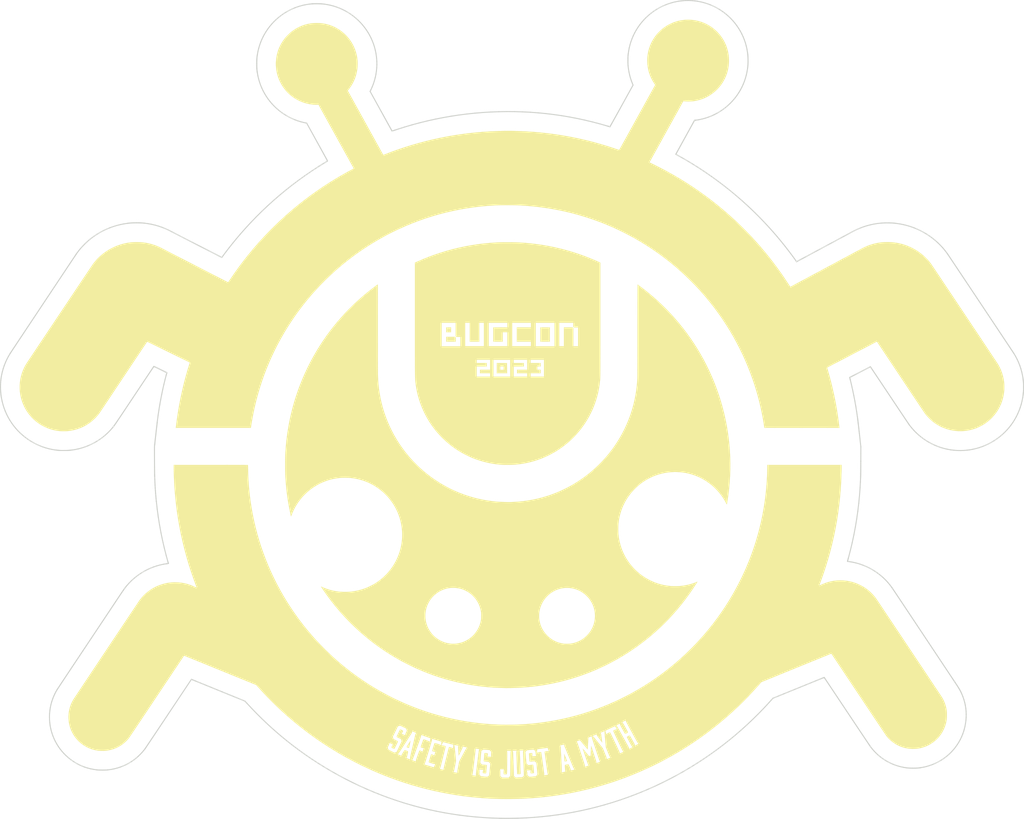
<source format=kicad_pcb>
(kicad_pcb (version 20221018) (generator pcbnew)
  (layers (0 "F.Cu" signal "Top") (31 "B.Cu" signal "Bottom") (34 "B.Paste" user) (35 "F.Paste" user) (36 "B.SilkS" user "B.Silkscreen") (37 "F.SilkS" user "F.Silkscreen") (38 "B.Mask" user) (39 "F.Mask" user) (44 "Edge.Cuts" user))
  (net 0 "")
  (footprint "FootprintsB:Bug_PCB" (layer "F.Cu") (at 126.616929 83.713832)
    (fp_text reference "Ref**" hide)
    (fp_text value "Val**" hide)
    (fp_line (start -30.644652 0.904605) (end -30.64363 1.08169) (stroke (width 0.1)) (layer "Edge.Cuts"))
    (fp_line (start -30.64363 1.08169) (end -30.639369 1.252806) (stroke (width 0.1)) (layer "Edge.Cuts"))
    (fp_line (start -30.640834 0.708397) (end -30.644652 0.904605) (stroke (width 0.1)) (layer "Edge.Cuts"))
    (fp_line (start -30.639369 1.252806) (end -30.631986 1.411103) (stroke (width 0.1)) (layer "Edge.Cuts"))
    (fp_line (start -30.631986 1.411103) (end -30.621058 1.561071) (stroke (width 0.1)) (layer "Edge.Cuts"))
    (fp_line (start -30.631233 0.521075) (end -30.640834 0.708397) (stroke (width 0.1)) (layer "Edge.Cuts"))
    (fp_line (start -30.621058 1.561071) (end -30.606162 1.707201) (stroke (width 0.1)) (layer "Edge.Cuts"))
    (fp_line (start -30.615471 0.338382) (end -30.631233 0.521075) (stroke (width 0.1)) (layer "Edge.Cuts"))
    (fp_line (start -30.606162 1.707201) (end -30.586878 1.85398) (stroke (width 0.1)) (layer "Edge.Cuts"))
    (fp_line (start -30.593168 0.15606) (end -30.615471 0.338382) (stroke (width 0.1)) (layer "Edge.Cuts"))
    (fp_line (start -30.586878 1.85398) (end -30.562781 2.005899) (stroke (width 0.1)) (layer "Edge.Cuts"))
    (fp_line (start -30.563945 -0.030147) (end -30.593168 0.15606) (stroke (width 0.1)) (layer "Edge.Cuts"))
    (fp_line (start -30.562781 2.005899) (end -30.549706 2.080173) (stroke (width 0.1)) (layer "Edge.Cuts"))
    (fp_line (start -30.549706 2.080173) (end -30.48208 2.405661) (stroke (width 0.1)) (layer "Edge.Cuts"))
    (fp_line (start -30.527425 -0.224496) (end -30.563945 -0.030147) (stroke (width 0.1)) (layer "Edge.Cuts"))
    (fp_line (start -30.48208 2.405661) (end -30.398315 2.724829) (stroke (width 0.1)) (layer "Edge.Cuts"))
    (fp_line (start -30.464265 -0.502585) (end -30.527425 -0.224496) (stroke (width 0.1)) (layer "Edge.Cuts"))
    (fp_line (start -30.398315 2.724829) (end -30.298684 3.037227) (stroke (width 0.1)) (layer "Edge.Cuts"))
    (fp_line (start -30.377844 -0.810214) (end -30.464265 -0.502585) (stroke (width 0.1)) (layer "Edge.Cuts"))
    (fp_line (start -30.298684 3.037227) (end -30.183458 3.342403) (stroke (width 0.1)) (layer "Edge.Cuts"))
    (fp_line (start -30.275002 -1.114418) (end -30.377844 -0.810214) (stroke (width 0.1)) (layer "Edge.Cuts"))
    (fp_line (start -30.183458 3.342403) (end -30.05291 3.639905) (stroke (width 0.1)) (layer "Edge.Cuts"))
    (fp_line (start -30.156308 -1.413771) (end -30.275002 -1.114418) (stroke (width 0.1)) (layer "Edge.Cuts"))
    (fp_line (start -30.05291 3.639905) (end -29.907312 3.929283) (stroke (width 0.1)) (layer "Edge.Cuts"))
    (fp_line (start -30.022329 -1.706849) (end -30.156308 -1.413771) (stroke (width 0.1)) (layer "Edge.Cuts"))
    (fp_line (start -29.907312 3.929283) (end -29.746936 4.210086) (stroke (width 0.1)) (layer "Edge.Cuts"))
    (fp_line (start -29.873636 -1.992228) (end -30.022329 -1.706849) (stroke (width 0.1)) (layer "Edge.Cuts"))
    (fp_line (start -29.746936 4.210086) (end -29.572054 4.481862) (stroke (width 0.1)) (layer "Edge.Cuts"))
    (fp_line (start -29.710797 -2.268482) (end -29.873636 -1.992228) (stroke (width 0.1)) (layer "Edge.Cuts"))
    (fp_line (start -29.702507 -2.28134) (end -29.710797 -2.268482) (stroke (width 0.1)) (layer "Edge.Cuts"))
    (fp_line (start -29.684481 -2.308855) (end -29.702507 -2.28134) (stroke (width 0.1)) (layer "Edge.Cuts"))
    (fp_line (start -29.657366 -2.35002) (end -29.684481 -2.308855) (stroke (width 0.1)) (layer "Edge.Cuts"))
    (fp_line (start -29.621476 -2.404364) (end -29.657366 -2.35002) (stroke (width 0.1)) (layer "Edge.Cuts"))
    (fp_line (start -29.577124 -2.471415) (end -29.621476 -2.404364) (stroke (width 0.1)) (layer "Edge.Cuts"))
    (fp_line (start -29.572054 4.481862) (end -29.382938 4.74416) (stroke (width 0.1)) (layer "Edge.Cuts"))
    (fp_line (start -29.524622 -2.550704) (end -29.577124 -2.471415) (stroke (width 0.1)) (layer "Edge.Cuts"))
    (fp_line (start -29.464285 -2.641759) (end -29.524622 -2.550704) (stroke (width 0.1)) (layer "Edge.Cuts"))
    (fp_line (start -29.396424 -2.74411) (end -29.464285 -2.641759) (stroke (width 0.1)) (layer "Edge.Cuts"))
    (fp_line (start -29.382938 4.74416) (end -29.179861 4.996529) (stroke (width 0.1)) (layer "Edge.Cuts"))
    (fp_line (start -29.321354 -2.857287) (end -29.396424 -2.74411) (stroke (width 0.1)) (layer "Edge.Cuts"))
    (fp_line (start -29.239387 -2.980819) (end -29.321354 -2.857287) (stroke (width 0.1)) (layer "Edge.Cuts"))
    (fp_line (start -29.179861 4.996529) (end -28.963095 5.238517) (stroke (width 0.1)) (layer "Edge.Cuts"))
    (fp_line (start -29.150835 -3.114234) (end -29.239387 -2.980819) (stroke (width 0.1)) (layer "Edge.Cuts"))
    (fp_line (start -29.056014 -3.257063) (end -29.150835 -3.114234) (stroke (width 0.1)) (layer "Edge.Cuts"))
    (fp_line (start -28.963095 5.238517) (end -28.732912 5.469674) (stroke (width 0.1)) (layer "Edge.Cuts"))
    (fp_line (start -28.955234 -3.408835) (end -29.056014 -3.257063) (stroke (width 0.1)) (layer "Edge.Cuts"))
    (fp_line (start -28.84881 -3.569079) (end -28.955234 -3.408835) (stroke (width 0.1)) (layer "Edge.Cuts"))
    (fp_line (start -28.737054 -3.737324) (end -28.84881 -3.569079) (stroke (width 0.1)) (layer "Edge.Cuts"))
    (fp_line (start -28.732912 5.469674) (end -28.489583 5.689548) (stroke (width 0.1)) (layer "Edge.Cuts"))
    (fp_line (start -28.620279 -3.913101) (end -28.737054 -3.737324) (stroke (width 0.1)) (layer "Edge.Cuts"))
    (fp_line (start -28.498799 -4.095937) (end -28.620279 -3.913101) (stroke (width 0.1)) (layer "Edge.Cuts"))
    (fp_line (start -28.489583 5.689548) (end -28.258861 5.87797) (stroke (width 0.1)) (layer "Edge.Cuts"))
    (fp_line (start -28.372926 -4.285363) (end -28.498799 -4.095937) (stroke (width 0.1)) (layer "Edge.Cuts"))
    (fp_line (start -28.258861 5.87797) (end -27.997748 6.070274) (stroke (width 0.1)) (layer "Edge.Cuts"))
    (fp_line (start -28.242975 -4.480908) (end -28.372926 -4.285363) (stroke (width 0.1)) (layer "Edge.Cuts"))
    (fp_line (start -28.109256 -4.682101) (end -28.242975 -4.480908) (stroke (width 0.1)) (layer "Edge.Cuts"))
    (fp_line (start -27.997748 6.070274) (end -27.727148 6.248487) (stroke (width 0.1)) (layer "Edge.Cuts"))
    (fp_line (start -27.972085 -4.888472) (end -28.109256 -4.682101) (stroke (width 0.1)) (layer "Edge.Cuts"))
    (fp_line (start -27.831773 -5.09955) (end -27.972085 -4.888472) (stroke (width 0.1)) (layer "Edge.Cuts"))
    (fp_line (start -27.727148 6.248487) (end -27.447935 6.412249) (stroke (width 0.1)) (layer "Edge.Cuts"))
    (fp_line (start -27.688634 -5.314864) (end -27.831773 -5.09955) (stroke (width 0.1)) (layer "Edge.Cuts"))
    (fp_line (start -27.542981 -5.533944) (end -27.688634 -5.314864) (stroke (width 0.1)) (layer "Edge.Cuts"))
    (fp_line (start -27.447935 6.412249) (end -27.16098 6.561197) (stroke (width 0.1)) (layer "Edge.Cuts"))
    (fp_line (start -27.395127 -5.756318) (end -27.542981 -5.533944) (stroke (width 0.1)) (layer "Edge.Cuts"))
    (fp_line (start -27.245385 -5.981517) (end -27.395127 -5.756318) (stroke (width 0.1)) (layer "Edge.Cuts"))
    (fp_line (start -27.16098 6.561197) (end -26.867156 6.694971) (stroke (width 0.1)) (layer "Edge.Cuts"))
    (fp_line (start -27.094068 -6.20907) (end -27.245385 -5.981517) (stroke (width 0.1)) (layer "Edge.Cuts"))
    (fp_line (start -26.94149 -6.438506) (end -27.094068 -6.20907) (stroke (width 0.1)) (layer "Edge.Cuts"))
    (fp_line (start -26.867156 6.694971) (end -26.567336 6.813209) (stroke (width 0.1)) (layer "Edge.Cuts"))
    (fp_line (start -26.787962 -6.669354) (end -26.94149 -6.438506) (stroke (width 0.1)) (layer "Edge.Cuts"))
    (fp_line (start -26.633799 -6.901144) (end -26.787962 -6.669354) (stroke (width 0.1)) (layer "Edge.Cuts"))
    (fp_line (start -26.567336 6.813209) (end -26.262391 6.915551) (stroke (width 0.1)) (layer "Edge.Cuts"))
    (fp_line (start -26.479313 -7.133405) (end -26.633799 -6.901144) (stroke (width 0.1)) (layer "Edge.Cuts"))
    (fp_line (start -26.324817 -7.365667) (end -26.479313 -7.133405) (stroke (width 0.1)) (layer "Edge.Cuts"))
    (fp_line (start -26.262391 6.915551) (end -25.953195 7.001635) (stroke (width 0.1)) (layer "Edge.Cuts"))
    (fp_line (start -26.170625 -7.597458) (end -26.324817 -7.365667) (stroke (width 0.1)) (layer "Edge.Cuts"))
    (fp_line (start -26.017049 -7.828309) (end -26.170625 -7.597458) (stroke (width 0.1)) (layer "Edge.Cuts"))
    (fp_line (start -25.953195 7.001635) (end -25.640619 7.0711) (stroke (width 0.1)) (layer "Edge.Cuts"))
    (fp_line (start -25.875794 33.109106) (end -25.869911 33.40382) (stroke (width 0.1)) (layer "Edge.Cuts"))
    (fp_line (start -25.869911 33.40382) (end -25.847328 33.697799) (stroke (width 0.1)) (layer "Edge.Cuts"))
    (fp_line (start -25.865031 32.814673) (end -25.875794 33.109106) (stroke (width 0.1)) (layer "Edge.Cuts"))
    (fp_line (start -25.864402 -8.057748) (end -26.017049 -7.828309) (stroke (width 0.1)) (layer "Edge.Cuts"))
    (fp_line (start -25.847328 33.697799) (end -25.807991 33.990034) (stroke (width 0.1)) (layer "Edge.Cuts"))
    (fp_line (start -25.837675 32.521531) (end -25.865031 32.814673) (stroke (width 0.1)) (layer "Edge.Cuts"))
    (fp_line (start -25.807991 33.990034) (end -25.751845 34.279509) (stroke (width 0.1)) (layer "Edge.Cuts"))
    (fp_line (start -25.793779 32.230695) (end -25.837675 32.521531) (stroke (width 0.1)) (layer "Edge.Cuts"))
    (fp_line (start -25.751845 34.279509) (end -25.723612 34.398534) (stroke (width 0.1)) (layer "Edge.Cuts"))
    (fp_line (start -25.733399 31.943175) (end -25.793779 32.230695) (stroke (width 0.1)) (layer "Edge.Cuts"))
    (fp_line (start -25.723612 34.398534) (end -25.641794 34.690084) (stroke (width 0.1)) (layer "Edge.Cuts"))
    (fp_line (start -25.712999 -8.285305) (end -25.864402 -8.057748) (stroke (width 0.1)) (layer "Edge.Cuts"))
    (fp_line (start -25.656587 31.659985) (end -25.733399 31.943175) (stroke (width 0.1)) (layer "Edge.Cuts"))
    (fp_line (start -25.641794 34.690084) (end -25.544151 34.974436) (stroke (width 0.1)) (layer "Edge.Cuts"))
    (fp_line (start -25.640619 7.0711) (end -25.325537 7.123584) (stroke (width 0.1)) (layer "Edge.Cuts"))
    (fp_line (start -25.563398 31.382138) (end -25.656587 31.659985) (stroke (width 0.1)) (layer "Edge.Cuts"))
    (fp_line (start -25.563151 -8.510509) (end -25.712999 -8.285305) (stroke (width 0.1)) (layer "Edge.Cuts"))
    (fp_line (start -25.544151 34.974436) (end -25.431043 35.251096) (stroke (width 0.1)) (layer "Edge.Cuts"))
    (fp_line (start -25.532201 31.299733) (end -25.563398 31.382138) (stroke (width 0.1)) (layer "Edge.Cuts"))
    (fp_line (start -25.447041 31.093) (end -25.532201 31.299733) (stroke (width 0.1)) (layer "Edge.Cuts"))
    (fp_line (start -25.431043 35.251096) (end -25.302829 35.519567) (stroke (width 0.1)) (layer "Edge.Cuts"))
    (fp_line (start -25.415171 -8.73289) (end -25.563151 -8.510509) (stroke (width 0.1)) (layer "Edge.Cuts"))
    (fp_line (start -25.353571 30.889393) (end -25.447041 31.093) (stroke (width 0.1)) (layer "Edge.Cuts"))
    (fp_line (start -25.325537 7.123584) (end -25.216069 7.137727) (stroke (width 0.1)) (layer "Edge.Cuts"))
    (fp_line (start -25.302829 35.519567) (end -25.159869 35.779355) (stroke (width 0.1)) (layer "Edge.Cuts"))
    (fp_line (start -25.269374 -8.951976) (end -25.415171 -8.73289) (stroke (width 0.1)) (layer "Edge.Cuts"))
    (fp_line (start -25.254053 30.693687) (end -25.353571 30.889393) (stroke (width 0.1)) (layer "Edge.Cuts"))
    (fp_line (start -25.216069 7.137727) (end -25.130967 7.147677) (stroke (width 0.1)) (layer "Edge.Cuts"))
    (fp_line (start -25.159869 35.779355) (end -25.002522 36.029965) (stroke (width 0.1)) (layer "Edge.Cuts"))
    (fp_line (start -25.150749 30.510656) (end -25.254053 30.693687) (stroke (width 0.1)) (layer "Edge.Cuts"))
    (fp_line (start -25.141576 30.49606) (end -25.150749 30.510656) (stroke (width 0.1)) (layer "Edge.Cuts"))
    (fp_line (start -25.130967 7.147677) (end -25.05577 7.155849) (stroke (width 0.1)) (layer "Edge.Cuts"))
    (fp_line (start -25.126071 -9.167298) (end -25.269374 -8.951976) (stroke (width 0.1)) (layer "Edge.Cuts"))
    (fp_line (start -25.122765 30.466982) (end -25.141576 30.49606) (stroke (width 0.1)) (layer "Edge.Cuts"))
    (fp_line (start -25.094825 30.424224) (end -25.122765 30.466982) (stroke (width 0.1)) (layer "Edge.Cuts"))
    (fp_line (start -25.058059 30.368243) (end -25.094825 30.424224) (stroke (width 0.1)) (layer "Edge.Cuts"))
    (fp_line (start -25.05577 7.155849) (end -24.987328 7.162412) (stroke (width 0.1)) (layer "Edge.Cuts"))
    (fp_line (start -25.012769 30.299493) (end -25.058059 30.368243) (stroke (width 0.1)) (layer "Edge.Cuts"))
    (fp_line (start -25.002522 36.029965) (end -24.831148 36.270901) (stroke (width 0.1)) (layer "Edge.Cuts"))
    (fp_line (start -24.987328 7.162412) (end -24.922487 7.16753) (stroke (width 0.1)) (layer "Edge.Cuts"))
    (fp_line (start -24.985576 -9.378385) (end -25.126071 -9.167298) (stroke (width 0.1)) (layer "Edge.Cuts"))
    (fp_line (start -24.959258 30.218432) (end -25.012769 30.299493) (stroke (width 0.1)) (layer "Edge.Cuts"))
    (fp_line (start -24.922487 7.16753) (end -24.858097 7.171372) (stroke (width 0.1)) (layer "Edge.Cuts"))
    (fp_line (start -24.89783 30.125514) (end -24.959258 30.218432) (stroke (width 0.1)) (layer "Edge.Cuts"))
    (fp_line (start -24.858097 7.171372) (end -24.791006 7.174102) (stroke (width 0.1)) (layer "Edge.Cuts"))
    (fp_line (start -24.848202 -9.584765) (end -24.985576 -9.378385) (stroke (width 0.1)) (layer "Edge.Cuts"))
    (fp_line (start -24.831148 36.270901) (end -24.646106 36.501667) (stroke (width 0.1)) (layer "Edge.Cuts"))
    (fp_line (start -24.828786 30.021197) (end -24.89783 30.125514) (stroke (width 0.1)) (layer "Edge.Cuts"))
    (fp_line (start -24.791006 7.174102) (end -24.718062 7.175889) (stroke (width 0.1)) (layer "Edge.Cuts"))
    (fp_line (start -24.75243 29.905935) (end -24.828786 30.021197) (stroke (width 0.1)) (layer "Edge.Cuts"))
    (fp_line (start -24.718062 7.175889) (end -24.636113 7.176898) (stroke (width 0.1)) (layer "Edge.Cuts"))
    (fp_line (start -24.714262 -9.785969) (end -24.848202 -9.584765) (stroke (width 0.1)) (layer "Edge.Cuts"))
    (fp_line (start -24.669064 29.780184) (end -24.75243 29.905935) (stroke (width 0.1)) (layer "Edge.Cuts"))
    (fp_line (start -24.646106 36.501667) (end -24.447756 36.72177) (stroke (width 0.1)) (layer "Edge.Cuts"))
    (fp_line (start -24.636113 7.176898) (end -24.542009 7.177296) (stroke (width 0.1)) (layer "Edge.Cuts"))
    (fp_line (start -24.584069 -9.981526) (end -24.714262 -9.785969) (stroke (width 0.1)) (layer "Edge.Cuts"))
    (fp_line (start -24.578992 29.644401) (end -24.669064 29.780184) (stroke (width 0.1)) (layer "Edge.Cuts"))
    (fp_line (start -24.542009 7.177296) (end -24.467207 7.1773) (stroke (width 0.1)) (layer "Edge.Cuts"))
    (fp_line (start -24.482515 29.499042) (end -24.578992 29.644401) (stroke (width 0.1)) (layer "Edge.Cuts"))
    (fp_line (start -24.467207 7.1773) (end -24.354065 7.17688) (stroke (width 0.1)) (layer "Edge.Cuts"))
    (fp_line (start -24.457936 -10.170964) (end -24.584069 -9.981526) (stroke (width 0.1)) (layer "Edge.Cuts"))
    (fp_line (start -24.447756 36.72177) (end -24.236457 36.930714) (stroke (width 0.1)) (layer "Edge.Cuts"))
    (fp_line (start -24.379938 29.344562) (end -24.482515 29.499042) (stroke (width 0.1)) (layer "Edge.Cuts"))
    (fp_line (start -24.354065 7.17688) (end -24.255162 7.175757) (stroke (width 0.1)) (layer "Edge.Cuts"))
    (fp_line (start -24.336177 -10.353814) (end -24.457936 -10.170964) (stroke (width 0.1)) (layer "Edge.Cuts"))
    (fp_line (start -24.271562 29.181418) (end -24.379938 29.344562) (stroke (width 0.1)) (layer "Edge.Cuts"))
    (fp_line (start -24.255162 7.175757) (end -24.167228 7.173747) (stroke (width 0.1)) (layer "Edge.Cuts"))
    (fp_line (start -24.236457 36.930714) (end -24.01257 37.128003) (stroke (width 0.1)) (layer "Edge.Cuts"))
    (fp_line (start -24.219103 -10.529605) (end -24.336177 -10.353814) (stroke (width 0.1)) (layer "Edge.Cuts"))
    (fp_line (start -24.167228 7.173747) (end -24.086992 7.170665) (stroke (width 0.1)) (layer "Edge.Cuts"))
    (fp_line (start -24.15769 29.010064) (end -24.271562 29.181418) (stroke (width 0.1)) (layer "Edge.Cuts"))
    (fp_line (start -24.107029 -10.697865) (end -24.219103 -10.529605) (stroke (width 0.1)) (layer "Edge.Cuts"))
    (fp_line (start -24.086992 7.170665) (end -24.011183 7.166324) (stroke (width 0.1)) (layer "Edge.Cuts"))
    (fp_line (start -24.038626 28.830958) (end -24.15769 29.010064) (stroke (width 0.1)) (layer "Edge.Cuts"))
    (fp_line (start -24.01257 37.128003) (end -23.776452 37.313142) (stroke (width 0.1)) (layer "Edge.Cuts"))
    (fp_line (start -24.011183 7.166324) (end -23.936531 7.160539) (stroke (width 0.1)) (layer "Edge.Cuts"))
    (fp_line (start -24.000267 -10.858125) (end -24.107029 -10.697865) (stroke (width 0.1)) (layer "Edge.Cuts"))
    (fp_line (start -23.936531 7.160539) (end -23.859765 7.153125) (stroke (width 0.1)) (layer "Edge.Cuts"))
    (fp_line (start -23.914672 28.644555) (end -24.038626 28.830958) (stroke (width 0.1)) (layer "Edge.Cuts"))
    (fp_line (start -23.899131 -11.009914) (end -24.000267 -10.858125) (stroke (width 0.1)) (layer "Edge.Cuts"))
    (fp_line (start -23.859765 7.153125) (end -23.777615 7.143896) (stroke (width 0.1)) (layer "Edge.Cuts"))
    (fp_line (start -23.803933 -11.152761) (end -23.899131 -11.009914) (stroke (width 0.1)) (layer "Edge.Cuts"))
    (fp_line (start -23.786131 28.451311) (end -23.914672 28.644555) (stroke (width 0.1)) (layer "Edge.Cuts"))
    (fp_line (start -23.777615 7.143896) (end -23.692069 7.133338) (stroke (width 0.1)) (layer "Edge.Cuts"))
    (fp_line (start -23.776452 37.313142) (end -23.528464 37.485636) (stroke (width 0.1)) (layer "Edge.Cuts"))
    (fp_line (start -23.714986 -11.286196) (end -23.803933 -11.152761) (stroke (width 0.1)) (layer "Edge.Cuts"))
    (fp_line (start -23.692069 7.133338) (end -23.370011 7.083598) (stroke (width 0.1)) (layer "Edge.Cuts"))
    (fp_line (start -23.653306 28.251682) (end -23.786131 28.451311) (stroke (width 0.1)) (layer "Edge.Cuts"))
    (fp_line (start -23.632604 -11.409747) (end -23.714986 -11.286196) (stroke (width 0.1)) (layer "Edge.Cuts"))
    (fp_line (start -23.5571 -11.522945) (end -23.632604 -11.409747) (stroke (width 0.1)) (layer "Edge.Cuts"))
    (fp_line (start -23.528464 37.485636) (end -23.442448 37.540727) (stroke (width 0.1)) (layer "Edge.Cuts"))
    (fp_line (start -23.516499 28.046124) (end -23.653306 28.251682) (stroke (width 0.1)) (layer "Edge.Cuts"))
    (fp_line (start -23.488786 -11.625318) (end -23.5571 -11.522945) (stroke (width 0.1)) (layer "Edge.Cuts"))
    (fp_line (start -23.442448 37.540727) (end -23.196145 37.686166) (stroke (width 0.1)) (layer "Edge.Cuts"))
    (fp_line (start -23.427977 -11.716396) (end -23.488786 -11.625318) (stroke (width 0.1)) (layer "Edge.Cuts"))
    (fp_line (start -23.376014 27.835092) (end -23.516499 28.046124) (stroke (width 0.1)) (layer "Edge.Cuts"))
    (fp_line (start -23.374983 -11.795708) (end -23.427977 -11.716396) (stroke (width 0.1)) (layer "Edge.Cuts"))
    (fp_line (start -23.370011 7.083598) (end -23.052255 7.017133) (stroke (width 0.1)) (layer "Edge.Cuts"))
    (fp_line (start -23.33012 -11.862784) (end -23.374983 -11.795708) (stroke (width 0.1)) (layer "Edge.Cuts"))
    (fp_line (start -23.2937 -11.917153) (end -23.33012 -11.862784) (stroke (width 0.1)) (layer "Edge.Cuts"))
    (fp_line (start -23.266036 -11.958344) (end -23.2937 -11.917153) (stroke (width 0.1)) (layer "Edge.Cuts"))
    (fp_line (start -23.24744 -11.985886) (end -23.266036 -11.958344) (stroke (width 0.1)) (layer "Edge.Cuts"))
    (fp_line (start -23.238227 -11.99931) (end -23.24744 -11.985886) (stroke (width 0.1)) (layer "Edge.Cuts"))
    (fp_line (start -23.232152 27.619044) (end -23.376014 27.835092) (stroke (width 0.1)) (layer "Edge.Cuts"))
    (fp_line (start -23.196145 37.686166) (end -22.945514 37.816118) (stroke (width 0.1)) (layer "Edge.Cuts"))
    (fp_line (start -23.160288 -12.107083) (end -23.238227 -11.99931) (stroke (width 0.1)) (layer "Edge.Cuts"))
    (fp_line (start -23.085218 27.398433) (end -23.232152 27.619044) (stroke (width 0.1)) (layer "Edge.Cuts"))
    (fp_line (start -23.052255 7.017133) (end -22.739422 6.934292) (stroke (width 0.1)) (layer "Edge.Cuts"))
    (fp_line (start -23.031252 -12.277369) (end -23.160288 -12.107083) (stroke (width 0.1)) (layer "Edge.Cuts"))
    (fp_line (start -22.945514 37.816118) (end -22.68952 37.930937) (stroke (width 0.1)) (layer "Edge.Cuts"))
    (fp_line (start -22.935513 27.173718) (end -23.085218 27.398433) (stroke (width 0.1)) (layer "Edge.Cuts"))
    (fp_line (start -22.900924 -12.438619) (end -23.031252 -12.277369) (stroke (width 0.1)) (layer "Edge.Cuts"))
    (fp_line (start -22.783341 26.945352) (end -22.935513 27.173718) (stroke (width 0.1)) (layer "Edge.Cuts"))
    (fp_line (start -22.765719 -12.595065) (end -22.900924 -12.438619) (stroke (width 0.1)) (layer "Edge.Cuts"))
    (fp_line (start -22.739422 6.934292) (end -22.432135 6.835421) (stroke (width 0.1)) (layer "Edge.Cuts"))
    (fp_line (start -22.68952 37.930937) (end -22.427127 38.030976) (stroke (width 0.1)) (layer "Edge.Cuts"))
    (fp_line (start -22.629004 26.713794) (end -22.783341 26.945352) (stroke (width 0.1)) (layer "Edge.Cuts"))
    (fp_line (start -22.622049 -12.750941) (end -22.765719 -12.595065) (stroke (width 0.1)) (layer "Edge.Cuts"))
    (fp_line (start -22.605575 26.678646) (end -22.629004 26.713794) (stroke (width 0.1)) (layer "Edge.Cuts"))
    (fp_line (start -22.466329 -12.91048) (end -22.622049 -12.750941) (stroke (width 0.1)) (layer "Edge.Cuts"))
    (fp_line (start -22.44477 26.437406) (end -22.605575 26.678646) (stroke (width 0.1)) (layer "Edge.Cuts"))
    (fp_line (start -22.432135 6.835421) (end -22.131016 6.720866) (stroke (width 0.1)) (layer "Edge.Cuts"))
    (fp_line (start -22.427127 38.030976) (end -22.157299 38.116588) (stroke (width 0.1)) (layer "Edge.Cuts"))
    (fp_line (start -22.384356 -12.991585) (end -22.466329 -12.91048) (stroke (width 0.1)) (layer "Edge.Cuts"))
    (fp_line (start -22.292625 -13.079985) (end -22.384356 -12.991585) (stroke (width 0.1)) (layer "Edge.Cuts"))
    (fp_line (start -22.283544 26.195528) (end -22.44477 26.437406) (stroke (width 0.1)) (layer "Edge.Cuts"))
    (fp_line (start -22.205248 -13.161205) (end -22.292625 -13.079985) (stroke (width 0.1)) (layer "Edge.Cuts"))
    (fp_line (start -22.157299 38.116588) (end -21.878999 38.188128) (stroke (width 0.1)) (layer "Edge.Cuts"))
    (fp_line (start -22.131016 6.720866) (end -21.836685 6.590976) (stroke (width 0.1)) (layer "Edge.Cuts"))
    (fp_line (start -22.122321 25.953645) (end -22.283544 26.195528) (stroke (width 0.1)) (layer "Edge.Cuts"))
    (fp_line (start -22.118461 -13.238664) (end -22.205248 -13.161205) (stroke (width 0.1)) (layer "Edge.Cuts"))
    (fp_line (start -22.028496 -13.315782) (end -22.118461 -13.238664) (stroke (width 0.1)) (layer "Edge.Cuts"))
    (fp_line (start -21.961521 25.712391) (end -22.122321 25.953645) (stroke (width 0.1)) (layer "Edge.Cuts"))
    (fp_line (start -21.931586 -13.39598) (end -22.028496 -13.315782) (stroke (width 0.1)) (layer "Edge.Cuts"))
    (fp_line (start -21.878999 38.188128) (end -21.591192 38.24595) (stroke (width 0.1)) (layer "Edge.Cuts"))
    (fp_line (start -21.836685 6.590976) (end -21.549766 6.446097) (stroke (width 0.1)) (layer "Edge.Cuts"))
    (fp_line (start -21.806805 -13.495396) (end -21.931586 -13.39598) (stroke (width 0.1)) (layer "Edge.Cuts"))
    (fp_line (start -21.801568 25.472401) (end -21.961521 25.712391) (stroke (width 0.1)) (layer "Edge.Cuts"))
    (fp_line (start -21.642884 25.234307) (end -21.801568 25.472401) (stroke (width 0.1)) (layer "Edge.Cuts"))
    (fp_line (start -21.591192 38.24595) (end -21.292842 38.290406) (stroke (width 0.1)) (layer "Edge.Cuts"))
    (fp_line (start -21.549766 6.446097) (end -21.270879 6.286576) (stroke (width 0.1)) (layer "Edge.Cuts"))
    (fp_line (start -21.524963 -13.703769) (end -21.806805 -13.495396) (stroke (width 0.1)) (layer "Edge.Cuts"))
    (fp_line (start -21.485892 24.998745) (end -21.642884 25.234307) (stroke (width 0.1)) (layer "Edge.Cuts"))
    (fp_line (start -21.331013 24.766347) (end -21.485892 24.998745) (stroke (width 0.1)) (layer "Edge.Cuts"))
    (fp_line (start -21.292842 38.290406) (end -21.222138 38.298833) (stroke (width 0.1)) (layer "Edge.Cuts"))
    (fp_line (start -21.270879 6.286576) (end -21.000646 6.112761) (stroke (width 0.1)) (layer "Edge.Cuts"))
    (fp_line (start -21.233415 -13.89783) (end -21.524963 -13.703769) (stroke (width 0.1)) (layer "Edge.Cuts"))
    (fp_line (start -21.222138 38.298833) (end -21.16574 38.303856) (stroke (width 0.1)) (layer "Edge.Cuts"))
    (fp_line (start -21.17867 24.537748) (end -21.331013 24.766347) (stroke (width 0.1)) (layer "Edge.Cuts"))
    (fp_line (start -21.16574 38.303856) (end -21.094706 38.307975) (stroke (width 0.1)) (layer "Edge.Cuts"))
    (fp_line (start -21.094706 38.307975) (end -21.011895 38.311191) (stroke (width 0.1)) (layer "Edge.Cuts"))
    (fp_line (start -21.029286 24.313582) (end -21.17867 24.537748) (stroke (width 0.1)) (layer "Edge.Cuts"))
    (fp_line (start -21.011895 38.311191) (end -20.920165 38.313502) (stroke (width 0.1)) (layer "Edge.Cuts"))
    (fp_line (start -21.000646 6.112761) (end -20.73969 5.924999) (stroke (width 0.1)) (layer "Edge.Cuts"))
    (fp_line (start -20.932805 -14.077304) (end -21.233415 -13.89783) (stroke (width 0.1)) (layer "Edge.Cuts"))
    (fp_line (start -20.920165 38.313502) (end -20.822374 38.314911) (stroke (width 0.1)) (layer "Edge.Cuts"))
    (fp_line (start -20.883283 24.094483) (end -21.029286 24.313582) (stroke (width 0.1)) (layer "Edge.Cuts"))
    (fp_line (start -20.822374 38.314911) (end -20.721381 38.315416) (stroke (width 0.1)) (layer "Edge.Cuts"))
    (fp_line (start -20.741083 23.881084) (end -20.883283 24.094483) (stroke (width 0.1)) (layer "Edge.Cuts"))
    (fp_line (start -20.73969 5.924999) (end -20.488632 5.723636) (stroke (width 0.1)) (layer "Edge.Cuts"))
    (fp_line (start -20.721381 38.315416) (end -20.620044 38.315018) (stroke (width 0.1)) (layer "Edge.Cuts"))
    (fp_line (start -20.623781 -14.241914) (end -20.932805 -14.077304) (stroke (width 0.1)) (layer "Edge.Cuts"))
    (fp_line (start -20.620044 38.315018) (end -20.52122 38.313716) (stroke (width 0.1)) (layer "Edge.Cuts"))
    (fp_line (start -20.603109 23.674019) (end -20.741083 23.881084) (stroke (width 0.1)) (layer "Edge.Cuts"))
    (fp_line (start -20.52122 38.313716) (end -20.427769 38.311512) (stroke (width 0.1)) (layer "Edge.Cuts"))
    (fp_line (start -20.488632 5.723636) (end -20.248094 5.50902) (stroke (width 0.1)) (layer "Edge.Cuts"))
    (fp_line (start -20.469783 23.473923) (end -20.603109 23.674019) (stroke (width 0.1)) (layer "Edge.Cuts"))
    (fp_line (start -20.427769 38.311512) (end -20.342549 38.308404) (stroke (width 0.1)) (layer "Edge.Cuts"))
    (fp_line (start -20.342549 38.308404) (end -20.268418 38.304394) (stroke (width 0.1)) (layer "Edge.Cuts"))
    (fp_line (start -20.341528 23.281429) (end -20.469783 23.473923) (stroke (width 0.1)) (layer "Edge.Cuts"))
    (fp_line (start -20.306987 -14.391386) (end -20.623781 -14.241914) (stroke (width 0.1)) (layer "Edge.Cuts"))
    (fp_line (start -20.268418 38.304394) (end -20.208234 38.299481) (stroke (width 0.1)) (layer "Edge.Cuts"))
    (fp_line (start -20.248094 5.50902) (end -20.018697 5.281498) (stroke (width 0.1)) (layer "Edge.Cuts"))
    (fp_line (start -20.218766 23.097171) (end -20.341528 23.281429) (stroke (width 0.1)) (layer "Edge.Cuts"))
    (fp_line (start -20.208234 38.299481) (end -20.201758 38.298795) (stroke (width 0.1)) (layer "Edge.Cuts"))
    (fp_line (start -20.201758 38.298795) (end -19.892618 38.256658) (stroke (width 0.1)) (layer "Edge.Cuts"))
    (fp_line (start -20.101919 22.921783) (end -20.218766 23.097171) (stroke (width 0.1)) (layer "Edge.Cuts"))
    (fp_line (start -20.018697 5.281498) (end -19.801064 5.041418) (stroke (width 0.1)) (layer "Edge.Cuts"))
    (fp_line (start -19.991409 22.755899) (end -20.101919 22.921783) (stroke (width 0.1)) (layer "Edge.Cuts"))
    (fp_line (start -19.98307 -14.525443) (end -20.306987 -14.391386) (stroke (width 0.1)) (layer "Edge.Cuts"))
    (fp_line (start -19.892618 38.256658) (end -19.590839 38.198661) (stroke (width 0.1)) (layer "Edge.Cuts"))
    (fp_line (start -19.88766 22.600153) (end -19.991409 22.755899) (stroke (width 0.1)) (layer "Edge.Cuts"))
    (fp_line (start -19.801064 5.041418) (end -19.676554 4.89169) (stroke (width 0.1)) (layer "Edge.Cuts"))
    (fp_line (start -19.791093 22.455178) (end -19.88766 22.600153) (stroke (width 0.1)) (layer "Edge.Cuts"))
    (fp_line (start -19.702132 22.32161) (end -19.791093 22.455178) (stroke (width 0.1)) (layer "Edge.Cuts"))
    (fp_line (start -19.676554 4.89169) (end -19.660661 4.871792) (stroke (width 0.1)) (layer "Edge.Cuts"))
    (fp_line (start -19.660661 4.871792) (end -19.644308 4.850972) (stroke (width 0.1)) (layer "Edge.Cuts"))
    (fp_line (start -19.652676 -14.64381) (end -19.98307 -14.525443) (stroke (width 0.1)) (layer "Edge.Cuts"))
    (fp_line (start -19.644308 4.850972) (end -19.627186 4.828777) (stroke (width 0.1)) (layer "Edge.Cuts"))
    (fp_line (start -19.627186 4.828777) (end -19.608988 4.804751) (stroke (width 0.1)) (layer "Edge.Cuts"))
    (fp_line (start -19.621197 22.20008) (end -19.702132 22.32161) (stroke (width 0.1)) (layer "Edge.Cuts"))
    (fp_line (start -19.608988 4.804751) (end -19.589407 4.778439) (stroke (width 0.1)) (layer "Edge.Cuts"))
    (fp_line (start -19.590839 38.198661) (end -19.296469 38.124823) (stroke (width 0.1)) (layer "Edge.Cuts"))
    (fp_line (start -19.589407 4.778439) (end -19.568136 4.749389) (stroke (width 0.1)) (layer "Edge.Cuts"))
    (fp_line (start -19.568136 4.749389) (end -19.544867 4.717144) (stroke (width 0.1)) (layer "Edge.Cuts"))
    (fp_line (start -19.548712 22.091225) (end -19.621197 22.20008) (stroke (width 0.1)) (layer "Edge.Cuts"))
    (fp_line (start -19.544867 4.717144) (end -19.519293 4.681252) (stroke (width 0.1)) (layer "Edge.Cuts"))
    (fp_line (start -19.519293 4.681252) (end -19.491107 4.641256) (stroke (width 0.1)) (layer "Edge.Cuts"))
    (fp_line (start -19.491107 4.641256) (end -19.460001 4.596703) (stroke (width 0.1)) (layer "Edge.Cuts"))
    (fp_line (start -19.485099 21.995676) (end -19.548712 22.091225) (stroke (width 0.1)) (layer "Edge.Cuts"))
    (fp_line (start -19.460001 4.596703) (end -19.425668 4.547138) (stroke (width 0.1)) (layer "Edge.Cuts"))
    (fp_line (start -19.430781 21.914069) (end -19.485099 21.995676) (stroke (width 0.1)) (layer "Edge.Cuts"))
    (fp_line (start -19.425668 4.547138) (end -19.387801 4.492107) (stroke (width 0.1)) (layer "Edge.Cuts"))
    (fp_line (start -19.420676 21.898886) (end -19.430781 21.914069) (stroke (width 0.1)) (layer "Edge.Cuts"))
    (fp_line (start -19.387801 4.492107) (end -19.346093 4.431155) (stroke (width 0.1)) (layer "Edge.Cuts"))
    (fp_line (start -19.346093 4.431155) (end -19.300235 4.363829) (stroke (width 0.1)) (layer "Edge.Cuts"))
    (fp_line (start -19.31645 -14.746211) (end -19.652676 -14.64381) (stroke (width 0.1)) (layer "Edge.Cuts"))
    (fp_line (start -19.31309 21.737293) (end -19.420676 21.898886) (stroke (width 0.1)) (layer "Edge.Cuts"))
    (fp_line (start -19.300235 4.363829) (end -19.249921 4.289672) (stroke (width 0.1)) (layer "Edge.Cuts"))
    (fp_line (start -19.296469 38.124823) (end -19.009555 38.035162) (stroke (width 0.1)) (layer "Edge.Cuts"))
    (fp_line (start -19.249921 4.289672) (end -19.194844 4.208231) (stroke (width 0.1)) (layer "Edge.Cuts"))
    (fp_line (start -19.214582 21.589477) (end -19.31309 21.737293) (stroke (width 0.1)) (layer "Edge.Cuts"))
    (fp_line (start -19.194844 4.208231) (end -19.134696 4.119052) (stroke (width 0.1)) (layer "Edge.Cuts"))
    (fp_line (start -19.134696 4.119052) (end -19.06917 4.021679) (stroke (width 0.1)) (layer "Edge.Cuts"))
    (fp_line (start -19.124624 21.454667) (end -19.214582 21.589477) (stroke (width 0.1)) (layer "Edge.Cuts"))
    (fp_line (start -19.06917 4.021679) (end -18.997958 3.915659) (stroke (width 0.1)) (layer "Edge.Cuts"))
    (fp_line (start -19.042685 21.332093) (end -19.124624 21.454667) (stroke (width 0.1)) (layer "Edge.Cuts"))
    (fp_line (start -19.009555 38.035162) (end -18.730145 37.929697) (stroke (width 0.1)) (layer "Edge.Cuts"))
    (fp_line (start -18.997958 3.915659) (end -18.920753 3.800537) (stroke (width 0.1)) (layer "Edge.Cuts"))
    (fp_line (start -18.975038 -14.832371) (end -19.31645 -14.746211) (stroke (width 0.1)) (layer "Edge.Cuts"))
    (fp_line (start -18.968237 21.220986) (end -19.042685 21.332093) (stroke (width 0.1)) (layer "Edge.Cuts"))
    (fp_line (start -18.920753 3.800537) (end -18.837248 3.675859) (stroke (width 0.1)) (layer "Edge.Cuts"))
    (fp_line (start -18.90075 21.120576) (end -18.968237 21.220986) (stroke (width 0.1)) (layer "Edge.Cuts"))
    (fp_line (start -18.839693 21.030092) (end -18.90075 21.120576) (stroke (width 0.1)) (layer "Edge.Cuts"))
    (fp_line (start -18.837248 3.675859) (end -18.747135 3.541169) (stroke (width 0.1)) (layer "Edge.Cuts"))
    (fp_line (start -18.784539 20.948764) (end -18.839693 21.030092) (stroke (width 0.1)) (layer "Edge.Cuts"))
    (fp_line (start -18.747135 3.541169) (end -18.650108 3.396014) (stroke (width 0.1)) (layer "Edge.Cuts"))
    (fp_line (start -18.734756 20.875822) (end -18.784539 20.948764) (stroke (width 0.1)) (layer "Edge.Cuts"))
    (fp_line (start -18.730145 37.929697) (end -18.458285 37.808445) (stroke (width 0.1)) (layer "Edge.Cuts"))
    (fp_line (start -18.689816 20.810497) (end -18.734756 20.875822) (stroke (width 0.1)) (layer "Edge.Cuts"))
    (fp_line (start -18.650108 3.396014) (end -18.545859 3.239939) (stroke (width 0.1)) (layer "Edge.Cuts"))
    (fp_line (start -18.649189 20.752018) (end -18.689816 20.810497) (stroke (width 0.1)) (layer "Edge.Cuts"))
    (fp_line (start -18.629087 -14.902014) (end -18.975038 -14.832371) (stroke (width 0.1)) (layer "Edge.Cuts"))
    (fp_line (start -18.612345 20.699615) (end -18.649189 20.752018) (stroke (width 0.1)) (layer "Edge.Cuts"))
    (fp_line (start -18.578756 20.652518) (end -18.612345 20.699615) (stroke (width 0.1)) (layer "Edge.Cuts"))
    (fp_line (start -18.547891 20.609957) (end -18.578756 20.652518) (stroke (width 0.1)) (layer "Edge.Cuts"))
    (fp_line (start -18.545859 3.239939) (end -18.43408 3.07249) (stroke (width 0.1)) (layer "Edge.Cuts"))
    (fp_line (start -18.519221 20.571162) (end -18.547891 20.609957) (stroke (width 0.1)) (layer "Edge.Cuts"))
    (fp_line (start -18.492216 20.535363) (end -18.519221 20.571162) (stroke (width 0.1)) (layer "Edge.Cuts"))
    (fp_line (start -18.466347 20.50179) (end -18.492216 20.535363) (stroke (width 0.1)) (layer "Edge.Cuts"))
    (fp_line (start -18.458285 37.808445) (end -18.194024 37.671426) (stroke (width 0.1)) (layer "Edge.Cuts"))
    (fp_line (start -18.441084 20.469673) (end -18.466347 20.50179) (stroke (width 0.1)) (layer "Edge.Cuts"))
    (fp_line (start -18.43408 3.07249) (end -18.314464 2.893212) (stroke (width 0.1)) (layer "Edge.Cuts"))
    (fp_line (start -18.415898 20.438242) (end -18.441084 20.469673) (stroke (width 0.1)) (layer "Edge.Cuts"))
    (fp_line (start -18.329861 20.334152) (end -18.415898 20.438242) (stroke (width 0.1)) (layer "Edge.Cuts"))
    (fp_line (start -18.314464 2.893212) (end -18.186704 2.701651) (stroke (width 0.1)) (layer "Edge.Cuts"))
    (fp_line (start -18.279241 -14.954864) (end -18.629087 -14.902014) (stroke (width 0.1)) (layer "Edge.Cuts"))
    (fp_line (start -18.22114 -14.962065) (end -18.279241 -14.954864) (stroke (width 0.1)) (layer "Edge.Cuts"))
    (fp_line (start -18.194024 37.671426) (end -17.937409 37.518657) (stroke (width 0.1)) (layer "Edge.Cuts"))
    (fp_line (start -18.186704 2.701651) (end -18.050493 2.497352) (stroke (width 0.1)) (layer "Edge.Cuts"))
    (fp_line (start -18.115398 -14.974303) (end -18.22114 -14.962065) (stroke (width 0.1)) (layer "Edge.Cuts"))
    (fp_line (start -18.114179 20.092474) (end -18.329861 20.334152) (stroke (width 0.1)) (layer "Edge.Cuts"))
    (fp_line (start -18.050493 2.497352) (end -17.905523 2.27986) (stroke (width 0.1)) (layer "Edge.Cuts"))
    (fp_line (start -18.017407 -14.984236) (end -18.115398 -14.974303) (stroke (width 0.1)) (layer "Edge.Cuts"))
    (fp_line (start -17.937409 37.518657) (end -17.688487 37.350157) (stroke (width 0.1)) (layer "Edge.Cuts"))
    (fp_line (start -17.92356 -14.992078) (end -18.017407 -14.984236) (stroke (width 0.1)) (layer "Edge.Cuts"))
    (fp_line (start -17.905523 2.27986) (end -17.751487 2.048722) (stroke (width 0.1)) (layer "Edge.Cuts"))
    (fp_line (start -17.886498 19.863137) (end -18.114179 20.092474) (stroke (width 0.1)) (layer "Edge.Cuts"))
    (fp_line (start -17.83025 -14.998041) (end -17.92356 -14.992078) (stroke (width 0.1)) (layer "Edge.Cuts"))
    (fp_line (start -17.751487 2.048722) (end -17.588078 1.803483) (stroke (width 0.1)) (layer "Edge.Cuts"))
    (fp_line (start -17.733871 -15.002339) (end -17.83025 -14.998041) (stroke (width 0.1)) (layer "Edge.Cuts"))
    (fp_line (start -17.688487 37.350157) (end -17.61477 37.296134) (stroke (width 0.1)) (layer "Edge.Cuts"))
    (fp_line (start -17.647477 19.646511) (end -17.886498 19.863137) (stroke (width 0.1)) (layer "Edge.Cuts"))
    (fp_line (start -17.630814 -15.005184) (end -17.733871 -15.002339) (stroke (width 0.1)) (layer "Edge.Cuts"))
    (fp_line (start -17.61477 37.296134) (end -17.420786 37.142908) (stroke (width 0.1)) (layer "Edge.Cuts"))
    (fp_line (start -17.588078 1.803483) (end -17.576935 1.786759) (stroke (width 0.1)) (layer "Edge.Cuts"))
    (fp_line (start -17.576935 1.786759) (end -17.442882 1.58559) (stroke (width 0.1)) (layer "Edge.Cuts"))
    (fp_line (start -17.517473 -15.00679) (end -17.630814 -15.005184) (stroke (width 0.1)) (layer "Edge.Cuts"))
    (fp_line (start -17.442882 1.58559) (end -17.311276 1.388144) (stroke (width 0.1)) (layer "Edge.Cuts"))
    (fp_line (start -17.420786 37.142908) (end -17.229197 36.974982) (stroke (width 0.1)) (layer "Edge.Cuts"))
    (fp_line (start -17.397775 19.442969) (end -17.647477 19.646511) (stroke (width 0.1)) (layer "Edge.Cuts"))
    (fp_line (start -17.390241 -15.00737) (end -17.517473 -15.00679) (stroke (width 0.1)) (layer "Edge.Cuts"))
    (fp_line (start -17.38723 -15.007373) (end -17.390241 -15.00737) (stroke (width 0.1)) (layer "Edge.Cuts"))
    (fp_line (start -17.311276 1.388144) (end -17.182451 1.194922) (stroke (width 0.1)) (layer "Edge.Cuts"))
    (fp_line (start -17.274504 -15.007207) (end -17.38723 -15.007373) (stroke (width 0.1)) (layer "Edge.Cuts"))
    (fp_line (start -17.229197 36.974982) (end -17.042814 36.795169) (stroke (width 0.1)) (layer "Edge.Cuts"))
    (fp_line (start -17.182451 1.194922) (end -17.05674 1.006423) (stroke (width 0.1)) (layer "Edge.Cuts"))
    (fp_line (start -17.175814 -15.006376) (end -17.274504 -15.007207) (stroke (width 0.1)) (layer "Edge.Cuts"))
    (fp_line (start -17.138052 19.252882) (end -17.397775 19.442969) (stroke (width 0.1)) (layer "Edge.Cuts"))
    (fp_line (start -17.08777 -15.004711) (end -17.175814 -15.006376) (stroke (width 0.1)) (layer "Edge.Cuts"))
    (fp_line (start -17.05674 1.006423) (end -16.934477 0.823144) (stroke (width 0.1)) (layer "Edge.Cuts"))
    (fp_line (start -17.042814 36.795169) (end -16.864449 36.606283) (stroke (width 0.1)) (layer "Edge.Cuts"))
    (fp_line (start -17.006981 -15.002045) (end -17.08777 -15.004711) (stroke (width 0.1)) (layer "Edge.Cuts"))
    (fp_line (start -16.934477 0.823144) (end -16.815997 0.645585) (stroke (width 0.1)) (layer "Edge.Cuts"))
    (fp_line (start -16.930057 -14.998208) (end -17.006981 -15.002045) (stroke (width 0.1)) (layer "Edge.Cuts"))
    (fp_line (start -16.868967 19.076621) (end -17.138052 19.252882) (stroke (width 0.1)) (layer "Edge.Cuts"))
    (fp_line (start -16.864449 36.606283) (end -16.696913 36.411135) (stroke (width 0.1)) (layer "Edge.Cuts"))
    (fp_line (start -16.853608 -14.993033) (end -16.930057 -14.998208) (stroke (width 0.1)) (layer "Edge.Cuts"))
    (fp_line (start -16.815997 0.645585) (end -16.701631 0.474245) (stroke (width 0.1)) (layer "Edge.Cuts"))
    (fp_line (start -16.774243 -14.986351) (end -16.853608 -14.993033) (stroke (width 0.1)) (layer "Edge.Cuts"))
    (fp_line (start -16.701631 0.474245) (end -16.591715 0.309623) (stroke (width 0.1)) (layer "Edge.Cuts"))
    (fp_line (start -16.696913 36.411135) (end -16.575506 36.256311) (stroke (width 0.1)) (layer "Edge.Cuts"))
    (fp_line (start -16.688573 -14.977994) (end -16.774243 -14.986351) (stroke (width 0.1)) (layer "Edge.Cuts"))
    (fp_line (start -16.593207 -14.967793) (end -16.688573 -14.977994) (stroke (width 0.1)) (layer "Edge.Cuts"))
    (fp_line (start -16.591715 0.309623) (end -16.486582 0.152218) (stroke (width 0.1)) (layer "Edge.Cuts"))
    (fp_line (start -16.591179 18.914558) (end -16.868967 19.076621) (stroke (width 0.1)) (layer "Edge.Cuts"))
    (fp_line (start -16.575506 36.256311) (end -16.565001 36.241511) (stroke (width 0.1)) (layer "Edge.Cuts"))
    (fp_line (start -16.565001 36.241511) (end -16.545104 36.21261) (stroke (width 0.1)) (layer "Edge.Cuts"))
    (fp_line (start -16.545104 36.21261) (end -16.516135 36.170085) (stroke (width 0.1)) (layer "Edge.Cuts"))
    (fp_line (start -16.516135 36.170085) (end -16.478414 36.114412) (stroke (width 0.1)) (layer "Edge.Cuts"))
    (fp_line (start -16.486582 0.152218) (end -16.386565 0.002529) (stroke (width 0.1)) (layer "Edge.Cuts"))
    (fp_line (start -16.478414 36.114412) (end -16.43226 36.046069) (stroke (width 0.1)) (layer "Edge.Cuts"))
    (fp_line (start -16.43226 36.046069) (end -16.377994 35.965534) (stroke (width 0.1)) (layer "Edge.Cuts"))
    (fp_line (start -16.386565 0.002529) (end -16.291998 -0.138946) (stroke (width 0.1)) (layer "Edge.Cuts"))
    (fp_line (start -16.377994 35.965534) (end -16.315934 35.873284) (stroke (width 0.1)) (layer "Edge.Cuts"))
    (fp_line (start -16.315934 35.873284) (end -16.2464 35.769796) (stroke (width 0.1)) (layer "Edge.Cuts"))
    (fp_line (start -16.305348 18.767065) (end -16.591179 18.914558) (stroke (width 0.1)) (layer "Edge.Cuts"))
    (fp_line (start -16.291998 -0.138946) (end -16.203214 -0.271707) (stroke (width 0.1)) (layer "Edge.Cuts"))
    (fp_line (start -16.2755 -14.925404) (end -16.593207 -14.967793) (stroke (width 0.1)) (layer "Edge.Cuts"))
    (fp_line (start -16.2464 35.769796) (end -16.169712 35.655547) (stroke (width 0.1)) (layer "Edge.Cuts"))
    (fp_line (start -16.203214 -0.271707) (end -16.120548 -0.395255) (stroke (width 0.1)) (layer "Edge.Cuts"))
    (fp_line (start -16.169712 35.655547) (end -16.086189 35.531015) (stroke (width 0.1)) (layer "Edge.Cuts"))
    (fp_line (start -16.120548 -0.395255) (end -16.044333 -0.509092) (stroke (width 0.1)) (layer "Edge.Cuts"))
    (fp_line (start -16.086189 35.531015) (end -15.996152 35.396677) (stroke (width 0.1)) (layer "Edge.Cuts"))
    (fp_line (start -16.044333 -0.509092) (end -15.974903 -0.612718) (stroke (width 0.1)) (layer "Edge.Cuts"))
    (fp_line (start -16.012133 18.634512) (end -16.305348 18.767065) (stroke (width 0.1)) (layer "Edge.Cuts"))
    (fp_line (start -15.996152 35.396677) (end -15.899919 35.253011) (stroke (width 0.1)) (layer "Edge.Cuts"))
    (fp_line (start -15.974903 -0.612718) (end -15.91259 -0.705635) (stroke (width 0.1)) (layer "Edge.Cuts"))
    (fp_line (start -15.931025 -14.862599) (end -16.2755 -14.925404) (stroke (width 0.1)) (layer "Edge.Cuts"))
    (fp_line (start -15.91259 -0.705635) (end -15.85773 -0.787344) (stroke (width 0.1)) (layer "Edge.Cuts"))
    (fp_line (start -15.899919 35.253011) (end -15.79781 35.100493) (stroke (width 0.1)) (layer "Edge.Cuts"))
    (fp_line (start -15.85773 -0.787344) (end -15.810655 -0.857345) (stroke (width 0.1)) (layer "Edge.Cuts"))
    (fp_line (start -15.810655 -0.857345) (end -15.771699 -0.91514) (stroke (width 0.1)) (layer "Edge.Cuts"))
    (fp_line (start -15.79781 35.100493) (end -15.690144 34.939602) (stroke (width 0.1)) (layer "Edge.Cuts"))
    (fp_line (start -15.771699 -0.91514) (end -15.741196 -0.96023) (stroke (width 0.1)) (layer "Edge.Cuts"))
    (fp_line (start -15.741196 -0.96023) (end -15.71948 -0.992116) (stroke (width 0.1)) (layer "Edge.Cuts"))
    (fp_line (start -15.71948 -0.992116) (end -15.706884 -1.010299) (stroke (width 0.1)) (layer "Edge.Cuts"))
    (fp_line (start -15.712194 18.517271) (end -16.012133 18.634512) (stroke (width 0.1)) (layer "Edge.Cuts"))
    (fp_line (start -15.706884 -1.010299) (end -15.703615 -1.014647) (stroke (width 0.1)) (layer "Edge.Cuts"))
    (fp_line (start -15.703615 -1.014647) (end -15.693941 -1.011585) (stroke (width 0.1)) (layer "Edge.Cuts"))
    (fp_line (start -15.693941 -1.011585) (end -15.670115 -1.001416) (stroke (width 0.1)) (layer "Edge.Cuts"))
    (fp_line (start -15.690144 34.939602) (end -15.577242 34.770814) (stroke (width 0.1)) (layer "Edge.Cuts"))
    (fp_line (start -15.670115 -1.001416) (end -15.633579 -0.984849) (stroke (width 0.1)) (layer "Edge.Cuts"))
    (fp_line (start -15.644838 7.129407) (end -15.64481 7.230414) (stroke (width 0.1)) (layer "Edge.Cuts"))
    (fp_line (start -15.64481 7.230414) (end -15.644665 7.340656) (stroke (width 0.1)) (layer "Edge.Cuts"))
    (fp_line (start -15.644744 7.038819) (end -15.644838 7.129407) (stroke (width 0.1)) (layer "Edge.Cuts"))
    (fp_line (start -15.644665 7.340656) (end -15.644412 7.458949) (stroke (width 0.1)) (layer "Edge.Cuts"))
    (fp_line (start -15.644521 6.959831) (end -15.644744 7.038819) (stroke (width 0.1)) (layer "Edge.Cuts"))
    (fp_line (start -15.644412 7.458949) (end -15.644055 7.584112) (stroke (width 0.1)) (layer "Edge.Cuts"))
    (fp_line (start -15.644164 6.893627) (end -15.644521 6.959831) (stroke (width 0.1)) (layer "Edge.Cuts"))
    (fp_line (start -15.644055 7.584112) (end -15.643601 7.714959) (stroke (width 0.1)) (layer "Edge.Cuts"))
    (fp_line (start -15.643664 6.841391) (end -15.644164 6.893627) (stroke (width 0.1)) (layer "Edge.Cuts"))
    (fp_line (start -15.643601 7.714959) (end -15.643057 7.85031) (stroke (width 0.1)) (layer "Edge.Cuts"))
    (fp_line (start -15.643057 7.85031) (end -15.642428 7.988979) (stroke (width 0.1)) (layer "Edge.Cuts"))
    (fp_line (start -15.643018 6.804305) (end -15.643664 6.841391) (stroke (width 0.1)) (layer "Edge.Cuts"))
    (fp_line (start -15.642428 7.988979) (end -15.641722 8.129786) (stroke (width 0.1)) (layer "Edge.Cuts"))
    (fp_line (start -15.642217 6.783552) (end -15.643018 6.804305) (stroke (width 0.1)) (layer "Edge.Cuts"))
    (fp_line (start -15.641722 8.129786) (end -15.640945 8.271545) (stroke (width 0.1)) (layer "Edge.Cuts"))
    (fp_line (start -15.641177 6.772232) (end -15.642217 6.783552) (stroke (width 0.1)) (layer "Edge.Cuts"))
    (fp_line (start -15.640945 8.271545) (end -15.640103 8.413074) (stroke (width 0.1)) (layer "Edge.Cuts"))
    (fp_line (start -15.640103 8.413074) (end -15.639202 8.553191) (stroke (width 0.1)) (layer "Edge.Cuts"))
    (fp_line (start -15.639202 8.553191) (end -15.638249 8.690712) (stroke (width 0.1)) (layer "Edge.Cuts"))
    (fp_line (start -15.638249 8.690712) (end -15.63725 8.824453) (stroke (width 0.1)) (layer "Edge.Cuts"))
    (fp_line (start -15.63819 6.743259) (end -15.641177 6.772232) (stroke (width 0.1)) (layer "Edge.Cuts"))
    (fp_line (start -15.63725 8.824453) (end -15.636211 8.953233) (stroke (width 0.1)) (layer "Edge.Cuts"))
    (fp_line (start -15.636211 8.953233) (end -15.63514 9.075867) (stroke (width 0.1)) (layer "Edge.Cuts"))
    (fp_line (start -15.63514 9.075867) (end -15.634042 9.191172) (stroke (width 0.1)) (layer "Edge.Cuts"))
    (fp_line (start -15.634042 9.191172) (end -15.632923 9.297966) (stroke (width 0.1)) (layer "Edge.Cuts"))
    (fp_line (start -15.633579 -0.984849) (end -15.585777 -0.962591) (stroke (width 0.1)) (layer "Edge.Cuts"))
    (fp_line (start -15.633467 6.699113) (end -15.63819 6.743259) (stroke (width 0.1)) (layer "Edge.Cuts"))
    (fp_line (start -15.632923 9.297966) (end -15.63179 9.395066) (stroke (width 0.1)) (layer "Edge.Cuts"))
    (fp_line (start -15.63179 9.395066) (end -15.63065 9.481288) (stroke (width 0.1)) (layer "Edge.Cuts"))
    (fp_line (start -15.63065 9.481288) (end -15.629509 9.555449) (stroke (width 0.1)) (layer "Edge.Cuts"))
    (fp_line (start -15.629509 9.555449) (end -15.628372 9.616367) (stroke (width 0.1)) (layer "Edge.Cuts"))
    (fp_line (start -15.628372 9.616367) (end -15.627247 9.662858) (stroke (width 0.1)) (layer "Edge.Cuts"))
    (fp_line (start -15.627247 9.662858) (end -15.626606 9.682656) (stroke (width 0.1)) (layer "Edge.Cuts"))
    (fp_line (start -15.62715 6.641041) (end -15.633467 6.699113) (stroke (width 0.1)) (layer "Edge.Cuts"))
    (fp_line (start -15.626606 9.682656) (end -15.614414 9.988776) (stroke (width 0.1)) (layer "Edge.Cuts"))
    (fp_line (start -15.61938 6.570291) (end -15.62715 6.641041) (stroke (width 0.1)) (layer "Edge.Cuts"))
    (fp_line (start -15.614414 9.988776) (end -15.601147 10.280083) (stroke (width 0.1)) (layer "Edge.Cuts"))
    (fp_line (start -15.610296 6.48811) (end -15.61938 6.570291) (stroke (width 0.1)) (layer "Edge.Cuts"))
    (fp_line (start -15.601147 10.280083) (end -15.586626 10.559258) (stroke (width 0.1)) (layer "Edge.Cuts"))
    (fp_line (start -15.60004 6.395746) (end -15.610296 6.48811) (stroke (width 0.1)) (layer "Edge.Cuts"))
    (fp_line (start -15.590106 -14.782741) (end -15.931025 -14.862599) (stroke (width 0.1)) (layer "Edge.Cuts"))
    (fp_line (start -15.588752 6.294447) (end -15.60004 6.395746) (stroke (width 0.1)) (layer "Edge.Cuts"))
    (fp_line (start -15.586626 10.559258) (end -15.570671 10.828982) (stroke (width 0.1)) (layer "Edge.Cuts"))
    (fp_line (start -15.585777 -0.962591) (end -15.52815 -0.935351) (stroke (width 0.1)) (layer "Edge.Cuts"))
    (fp_line (start -15.577242 34.770814) (end -15.459423 34.594607) (stroke (width 0.1)) (layer "Edge.Cuts"))
    (fp_line (start -15.576572 6.18546) (end -15.588752 6.294447) (stroke (width 0.1)) (layer "Edge.Cuts"))
    (fp_line (start -15.570671 10.828982) (end -15.553103 11.091935) (stroke (width 0.1)) (layer "Edge.Cuts"))
    (fp_line (start -15.563642 6.070034) (end -15.576572 6.18546) (stroke (width 0.1)) (layer "Edge.Cuts"))
    (fp_line (start -15.553103 11.091935) (end -15.533743 11.3508) (stroke (width 0.1)) (layer "Edge.Cuts"))
    (fp_line (start -15.550102 5.949416) (end -15.563642 6.070034) (stroke (width 0.1)) (layer "Edge.Cuts"))
    (fp_line (start -15.536092 5.824854) (end -15.550102 5.949416) (stroke (width 0.1)) (layer "Edge.Cuts"))
    (fp_line (start -15.533743 11.3508) (end -15.512411 11.608256) (stroke (width 0.1)) (layer "Edge.Cuts"))
    (fp_line (start -15.52815 -0.935351) (end -15.462142 -0.903835) (stroke (width 0.1)) (layer "Edge.Cuts"))
    (fp_line (start -15.521753 5.697595) (end -15.536092 5.824854) (stroke (width 0.1)) (layer "Edge.Cuts"))
    (fp_line (start -15.512411 11.608256) (end -15.48893 11.866986) (stroke (width 0.1)) (layer "Edge.Cuts"))
    (fp_line (start -15.507226 5.568888) (end -15.521753 5.697595) (stroke (width 0.1)) (layer "Edge.Cuts"))
    (fp_line (start -15.492652 5.43998) (end -15.507226 5.568888) (stroke (width 0.1)) (layer "Edge.Cuts"))
    (fp_line (start -15.48893 11.866986) (end -15.463118 12.129669) (stroke (width 0.1)) (layer "Edge.Cuts"))
    (fp_line (start -15.47817 5.312118) (end -15.492652 5.43998) (stroke (width 0.1)) (layer "Edge.Cuts"))
    (fp_line (start -15.463922 5.186551) (end -15.47817 5.312118) (stroke (width 0.1)) (layer "Edge.Cuts"))
    (fp_line (start -15.463118 12.129669) (end -15.463015 12.13069) (stroke (width 0.1)) (layer "Edge.Cuts"))
    (fp_line (start -15.463015 12.13069) (end -15.376184 12.898357) (stroke (width 0.1)) (layer "Edge.Cuts"))
    (fp_line (start -15.462142 -0.903835) (end -15.389195 -0.868753) (stroke (width 0.1)) (layer "Edge.Cuts"))
    (fp_line (start -15.459423 34.594607) (end -15.337006 34.411458) (stroke (width 0.1)) (layer "Edge.Cuts"))
    (fp_line (start -15.450049 5.064526) (end -15.463922 5.186551) (stroke (width 0.1)) (layer "Edge.Cuts"))
    (fp_line (start -15.43669 4.947291) (end -15.450049 5.064526) (stroke (width 0.1)) (layer "Edge.Cuts"))
    (fp_line (start -15.423986 4.836094) (end -15.43669 4.947291) (stroke (width 0.1)) (layer "Edge.Cuts"))
    (fp_line (start -15.412079 4.732183) (end -15.423986 4.836094) (stroke (width 0.1)) (layer "Edge.Cuts"))
    (fp_line (start -15.406189 18.415714) (end -15.712194 18.517271) (stroke (width 0.1)) (layer "Edge.Cuts"))
    (fp_line (start -15.401108 4.636804) (end -15.412079 4.732183) (stroke (width 0.1)) (layer "Edge.Cuts"))
    (fp_line (start -15.391214 4.551207) (end -15.401108 4.636804) (stroke (width 0.1)) (layer "Edge.Cuts"))
    (fp_line (start -15.389195 -0.868753) (end -15.310753 -0.830812) (stroke (width 0.1)) (layer "Edge.Cuts"))
    (fp_line (start -15.382539 4.476638) (end -15.391214 4.551207) (stroke (width 0.1)) (layer "Edge.Cuts"))
    (fp_line (start -15.376184 12.898357) (end -15.272481 13.66146) (stroke (width 0.1)) (layer "Edge.Cuts"))
    (fp_line (start -15.375221 4.414345) (end -15.382539 4.476638) (stroke (width 0.1)) (layer "Edge.Cuts"))
    (fp_line (start -15.352178 4.224901) (end -15.375221 4.414345) (stroke (width 0.1)) (layer "Edge.Cuts"))
    (fp_line (start -15.337006 34.411458) (end -15.210312 34.221844) (stroke (width 0.1)) (layer "Edge.Cuts"))
    (fp_line (start -15.310753 -0.830812) (end -15.228257 -0.79072) (stroke (width 0.1)) (layer "Edge.Cuts"))
    (fp_line (start -15.287079 3.736382) (end -15.352178 4.224901) (stroke (width 0.1)) (layer "Edge.Cuts"))
    (fp_line (start -15.272481 13.66146) (end -15.151823 14.420435) (stroke (width 0.1)) (layer "Edge.Cuts"))
    (fp_line (start -15.253133 -14.685951) (end -15.590106 -14.782741) (stroke (width 0.1)) (layer "Edge.Cuts"))
    (fp_line (start -15.228257 -0.79072) (end -15.143151 -0.749184) (stroke (width 0.1)) (layer "Edge.Cuts"))
    (fp_line (start -15.213065 3.240148) (end -15.287079 3.736382) (stroke (width 0.1)) (layer "Edge.Cuts"))
    (fp_line (start -15.210312 34.221844) (end -15.079659 34.026244) (stroke (width 0.1)) (layer "Edge.Cuts"))
    (fp_line (start -15.151823 14.420435) (end -15.014127 15.175718) (stroke (width 0.1)) (layer "Edge.Cuts"))
    (fp_line (start -15.143151 -0.749184) (end -15.056878 -0.706914) (stroke (width 0.1)) (layer "Edge.Cuts"))
    (fp_line (start -15.130728 2.739291) (end -15.213065 3.240148) (stroke (width 0.1)) (layer "Edge.Cuts"))
    (fp_line (start -15.094779 18.330212) (end -15.406189 18.415714) (stroke (width 0.1)) (layer "Edge.Cuts"))
    (fp_line (start -15.079659 34.026244) (end -14.945367 33.825133) (stroke (width 0.1)) (layer "Edge.Cuts"))
    (fp_line (start -15.056878 -0.706914) (end -14.97088 -0.664616) (stroke (width 0.1)) (layer "Edge.Cuts"))
    (fp_line (start -15.040659 2.2369) (end -15.130728 2.739291) (stroke (width 0.1)) (layer "Edge.Cuts"))
    (fp_line (start -15.014127 15.175718) (end -14.85931 15.927744) (stroke (width 0.1)) (layer "Edge.Cuts"))
    (fp_line (start -14.97088 -0.664616) (end -14.8866 -0.622999) (stroke (width 0.1)) (layer "Edge.Cuts"))
    (fp_line (start -14.945367 33.825133) (end -14.807756 33.61899) (stroke (width 0.1)) (layer "Edge.Cuts"))
    (fp_line (start -14.943447 1.736067) (end -15.040659 2.2369) (stroke (width 0.1)) (layer "Edge.Cuts"))
    (fp_line (start -14.920495 -14.572353) (end -15.253133 -14.685951) (stroke (width 0.1)) (layer "Edge.Cuts"))
    (fp_line (start -14.8866 -0.622999) (end -14.805481 -0.58277) (stroke (width 0.1)) (layer "Edge.Cuts"))
    (fp_line (start -14.85931 15.927744) (end -14.687288 16.676947) (stroke (width 0.1)) (layer "Edge.Cuts"))
    (fp_line (start -14.839685 1.239881) (end -14.943447 1.736067) (stroke (width 0.1)) (layer "Edge.Cuts"))
    (fp_line (start -14.807756 33.61899) (end -14.667145 33.408291) (stroke (width 0.1)) (layer "Edge.Cuts"))
    (fp_line (start -14.805481 -0.58277) (end -14.728965 -0.544638) (stroke (width 0.1)) (layer "Edge.Cuts"))
    (fp_line (start -14.778623 18.261136) (end -15.094779 18.330212) (stroke (width 0.1)) (layer "Edge.Cuts"))
    (fp_line (start -14.729962 0.751434) (end -14.839685 1.239881) (stroke (width 0.1)) (layer "Edge.Cuts"))
    (fp_line (start -14.728965 -0.544638) (end -14.658496 -0.509311) (stroke (width 0.1)) (layer "Edge.Cuts"))
    (fp_line (start -14.687288 16.676947) (end -14.497978 17.423764) (stroke (width 0.1)) (layer "Edge.Cuts"))
    (fp_line (start -14.667145 33.408291) (end -14.523854 33.193515) (stroke (width 0.1)) (layer "Edge.Cuts"))
    (fp_line (start -14.658496 -0.509311) (end -14.595516 -0.477495) (stroke (width 0.1)) (layer "Edge.Cuts"))
    (fp_line (start -14.61487 0.273815) (end -14.729962 0.751434) (stroke (width 0.1)) (layer "Edge.Cuts"))
    (fp_line (start -14.595516 -0.477495) (end -14.541468 -0.4499) (stroke (width 0.1)) (layer "Edge.Cuts"))
    (fp_line (start -14.592581 -14.442071) (end -14.920495 -14.572353) (stroke (width 0.1)) (layer "Edge.Cuts"))
    (fp_line (start -14.541468 -0.4499) (end -14.497794 -0.427234) (stroke (width 0.1)) (layer "Edge.Cuts"))
    (fp_line (start -14.523854 33.193515) (end -14.378203 32.975138) (stroke (width 0.1)) (layer "Edge.Cuts"))
    (fp_line (start -14.497978 17.423764) (end -14.347979 17.970647) (stroke (width 0.1)) (layer "Edge.Cuts"))
    (fp_line (start -14.497794 -0.427234) (end -14.465938 -0.410203) (stroke (width 0.1)) (layer "Edge.Cuts"))
    (fp_line (start -14.495 -0.189885) (end -14.61487 0.273815) (stroke (width 0.1)) (layer "Edge.Cuts"))
    (fp_line (start -14.486903 -0.22026) (end -14.495 -0.189885) (stroke (width 0.1)) (layer "Edge.Cuts"))
    (fp_line (start -14.472806 -0.273889) (end -14.486903 -0.22026) (stroke (width 0.1)) (layer "Edge.Cuts"))
    (fp_line (start -14.465938 -0.410203) (end -14.447342 -0.399516) (stroke (width 0.1)) (layer "Edge.Cuts"))
    (fp_line (start -14.460719 -0.320843) (end -14.472806 -0.273889) (stroke (width 0.1)) (layer "Edge.Cuts"))
    (fp_line (start -14.45838 18.208859) (end -14.778623 18.261136) (stroke (width 0.1)) (layer "Edge.Cuts"))
    (fp_line (start -14.451286 -0.358566) (end -14.460719 -0.320843) (stroke (width 0.1)) (layer "Edge.Cuts"))
    (fp_line (start -14.447342 -0.399516) (end -14.442965 -0.396084) (stroke (width 0.1)) (layer "Edge.Cuts"))
    (fp_line (start -14.445153 -0.384499) (end -14.451286 -0.358566) (stroke (width 0.1)) (layer "Edge.Cuts"))
    (fp_line (start -14.442965 -0.396084) (end -14.445153 -0.384499) (stroke (width 0.1)) (layer "Edge.Cuts"))
    (fp_line (start -14.434628 18.205612) (end -14.45838 18.208859) (stroke (width 0.1)) (layer "Edge.Cuts"))
    (fp_line (start -14.388857 18.199244) (end -14.434628 18.205612) (stroke (width 0.1)) (layer "Edge.Cuts"))
    (fp_line (start -14.378203 32.975138) (end -14.26688 32.808186) (stroke (width 0.1)) (layer "Edge.Cuts"))
    (fp_line (start -14.349852 18.193671) (end -14.388857 18.199244) (stroke (width 0.1)) (layer "Edge.Cuts"))
    (fp_line (start -14.347979 17.970647) (end -14.329565 18.035886) (stroke (width 0.1)) (layer "Edge.Cuts"))
    (fp_line (start -14.329565 18.035886) (end -14.315587 18.086251) (stroke (width 0.1)) (layer "Edge.Cuts"))
    (fp_line (start -14.321144 18.189402) (end -14.349852 18.193671) (stroke (width 0.1)) (layer "Edge.Cuts"))
    (fp_line (start -14.315587 18.086251) (end -14.305667 18.123711) (stroke (width 0.1)) (layer "Edge.Cuts"))
    (fp_line (start -14.306266 18.186945) (end -14.321144 18.189402) (stroke (width 0.1)) (layer "Edge.Cuts"))
    (fp_line (start -14.305667 18.123711) (end -14.299425 18.150235) (stroke (width 0.1)) (layer "Edge.Cuts"))
    (fp_line (start -14.303647 18.186331) (end -14.306266 18.186945) (stroke (width 0.1)) (layer "Edge.Cuts"))
    (fp_line (start -14.299425 18.150235) (end -14.296482 18.16779) (stroke (width 0.1)) (layer "Edge.Cuts"))
    (fp_line (start -14.298973 18.18387) (end -14.303647 18.186331) (stroke (width 0.1)) (layer "Edge.Cuts"))
    (fp_line (start -14.296482 18.16779) (end -14.296458 18.178346) (stroke (width 0.1)) (layer "Edge.Cuts"))
    (fp_line (start -14.296458 18.178346) (end -14.298973 18.18387) (stroke (width 0.1)) (layer "Edge.Cuts"))
    (fp_line (start -14.269781 -14.295227) (end -14.592581 -14.442071) (stroke (width 0.1)) (layer "Edge.Cuts"))
    (fp_line (start -14.26688 32.808186) (end -12.043823 29.473924) (stroke (width 0.1)) (layer "Edge.Cuts"))
    (fp_line (start -13.952482 -14.131945) (end -14.269781 -14.295227) (stroke (width 0.1)) (layer "Edge.Cuts"))
    (fp_line (start -13.950043 -14.130623) (end -13.952482 -14.131945) (stroke (width 0.1)) (layer "Edge.Cuts"))
    (fp_line (start -13.927188 -14.118502) (end -13.950043 -14.130623) (stroke (width 0.1)) (layer "Edge.Cuts"))
    (fp_line (start -13.889955 -14.099025) (end -13.927188 -14.118502) (stroke (width 0.1)) (layer "Edge.Cuts"))
    (fp_line (start -13.839376 -14.072724) (end -13.889955 -14.099025) (stroke (width 0.1)) (layer "Edge.Cuts"))
    (fp_line (start -13.776486 -14.040132) (end -13.839376 -14.072724) (stroke (width 0.1)) (layer "Edge.Cuts"))
    (fp_line (start -13.702317 -14.001782) (end -13.776486 -14.040132) (stroke (width 0.1)) (layer "Edge.Cuts"))
    (fp_line (start -13.617905 -13.958207) (end -13.702317 -14.001782) (stroke (width 0.1)) (layer "Edge.Cuts"))
    (fp_line (start -13.524282 -13.90994) (end -13.617905 -13.958207) (stroke (width 0.1)) (layer "Edge.Cuts"))
    (fp_line (start -13.422482 -13.857514) (end -13.524282 -13.90994) (stroke (width 0.1)) (layer "Edge.Cuts"))
    (fp_line (start -13.313538 -13.801461) (end -13.422482 -13.857514) (stroke (width 0.1)) (layer "Edge.Cuts"))
    (fp_line (start -13.198484 -13.742316) (end -13.313538 -13.801461) (stroke (width 0.1)) (layer "Edge.Cuts"))
    (fp_line (start -13.078354 -13.68061) (end -13.198484 -13.742316) (stroke (width 0.1)) (layer "Edge.Cuts"))
    (fp_line (start -12.954182 -13.616876) (end -13.078354 -13.68061) (stroke (width 0.1)) (layer "Edge.Cuts"))
    (fp_line (start -12.827 -13.551648) (end -12.954182 -13.616876) (stroke (width 0.1)) (layer "Edge.Cuts"))
    (fp_line (start -12.751088 -13.512729) (end -12.827 -13.551648) (stroke (width 0.1)) (layer "Edge.Cuts"))
    (fp_line (start -12.476947 -13.372183) (end -12.751088 -13.512729) (stroke (width 0.1)) (layer "Edge.Cuts"))
    (fp_line (start -12.217834 -13.239341) (end -12.476947 -13.372183) (stroke (width 0.1)) (layer "Edge.Cuts"))
    (fp_line (start -12.043823 29.473924) (end -11.949308 29.512034) (stroke (width 0.1)) (layer "Edge.Cuts"))
    (fp_line (start -11.973306 -13.113975) (end -12.217834 -13.239341) (stroke (width 0.1)) (layer "Edge.Cuts"))
    (fp_line (start -11.949308 29.512034) (end -11.932035 29.519032) (stroke (width 0.1)) (layer "Edge.Cuts"))
    (fp_line (start -11.932035 29.519032) (end -11.899343 29.532311) (stroke (width 0.1)) (layer "Edge.Cuts"))
    (fp_line (start -11.899343 29.532311) (end -11.852035 29.551544) (stroke (width 0.1)) (layer "Edge.Cuts"))
    (fp_line (start -11.852035 29.551544) (end -11.790914 29.576405) (stroke (width 0.1)) (layer "Edge.Cuts"))
    (fp_line (start -11.790914 29.576405) (end -11.716784 29.606566) (stroke (width 0.1)) (layer "Edge.Cuts"))
    (fp_line (start -11.742921 -12.995858) (end -11.973306 -13.113975) (stroke (width 0.1)) (layer "Edge.Cuts"))
    (fp_line (start -11.716784 29.606566) (end -11.630449 29.6417) (stroke (width 0.1)) (layer "Edge.Cuts"))
    (fp_line (start -11.630449 29.6417) (end -11.532711 29.68148) (stroke (width 0.1)) (layer "Edge.Cuts"))
    (fp_line (start -11.532711 29.68148) (end -11.424374 29.72558) (stroke (width 0.1)) (layer "Edge.Cuts"))
    (fp_line (start -11.526237 -12.884765) (end -11.742921 -12.995858) (stroke (width 0.1)) (layer "Edge.Cuts"))
    (fp_line (start -11.424374 29.72558) (end -11.306242 29.773671) (stroke (width 0.1)) (layer "Edge.Cuts"))
    (fp_line (start -11.32281 -12.780468) (end -11.526237 -12.884765) (stroke (width 0.1)) (layer "Edge.Cuts"))
    (fp_line (start -11.306242 29.773671) (end -11.179118 29.825427) (stroke (width 0.1)) (layer "Edge.Cuts"))
    (fp_line (start -11.179118 29.825427) (end -11.043805 29.88052) (stroke (width 0.1)) (layer "Edge.Cuts"))
    (fp_line (start -11.1322 -12.682739) (end -11.32281 -12.780468) (stroke (width 0.1)) (layer "Edge.Cuts"))
    (fp_line (start -11.043805 29.88052) (end -10.901107 29.938625) (stroke (width 0.1)) (layer "Edge.Cuts"))
    (fp_line (start -10.953964 -12.591353) (end -11.1322 -12.682739) (stroke (width 0.1)) (layer "Edge.Cuts"))
    (fp_line (start -10.901107 29.938625) (end -10.751827 29.999413) (stroke (width 0.1)) (layer "Edge.Cuts"))
    (fp_line (start -10.787658 -12.506082) (end -10.953964 -12.591353) (stroke (width 0.1)) (layer "Edge.Cuts"))
    (fp_line (start -10.751827 29.999413) (end -10.596769 30.062557) (stroke (width 0.1)) (layer "Edge.Cuts"))
    (fp_line (start -10.632841 -12.4267) (end -10.787658 -12.506082) (stroke (width 0.1)) (layer "Edge.Cuts"))
    (fp_line (start -10.596769 30.062557) (end -10.436737 30.127732) (stroke (width 0.1)) (layer "Edge.Cuts"))
    (fp_line (start -10.489071 -12.352979) (end -10.632841 -12.4267) (stroke (width 0.1)) (layer "Edge.Cuts"))
    (fp_line (start -10.436737 30.127732) (end -10.272532 30.194608) (stroke (width 0.1)) (layer "Edge.Cuts"))
    (fp_line (start -10.355904 -12.284692) (end -10.489071 -12.352979) (stroke (width 0.1)) (layer "Edge.Cuts"))
    (fp_line (start -10.272532 30.194608) (end -10.142482 30.247577) (stroke (width 0.1)) (layer "Edge.Cuts"))
    (fp_line (start -10.2329 -12.221613) (end -10.355904 -12.284692) (stroke (width 0.1)) (layer "Edge.Cuts"))
    (fp_line (start -10.142482 30.247577) (end -9.96368 30.320403) (stroke (width 0.1)) (layer "Edge.Cuts"))
    (fp_line (start -10.119614 -12.163515) (end -10.2329 -12.221613) (stroke (width 0.1)) (layer "Edge.Cuts"))
    (fp_line (start -10.015606 -12.110171) (end -10.119614 -12.163515) (stroke (width 0.1)) (layer "Edge.Cuts"))
    (fp_line (start -9.96368 30.320403) (end -9.781731 30.39451) (stroke (width 0.1)) (layer "Edge.Cuts"))
    (fp_line (start -9.920432 -12.061354) (end -10.015606 -12.110171) (stroke (width 0.1)) (layer "Edge.Cuts"))
    (fp_line (start -9.83365 -12.016836) (end -9.920432 -12.061354) (stroke (width 0.1)) (layer "Edge.Cuts"))
    (fp_line (start -9.781731 30.39451) (end -9.597928 30.469369) (stroke (width 0.1)) (layer "Edge.Cuts"))
    (fp_line (start -9.754819 -11.976392) (end -9.83365 -12.016836) (stroke (width 0.1)) (layer "Edge.Cuts"))
    (fp_line (start -9.683494 -11.939795) (end -9.754819 -11.976392) (stroke (width 0.1)) (layer "Edge.Cuts"))
    (fp_line (start -9.619235 -11.906816) (end -9.683494 -11.939795) (stroke (width 0.1)) (layer "Edge.Cuts"))
    (fp_line (start -9.597928 30.469369) (end -9.413564 30.544456) (stroke (width 0.1)) (layer "Edge.Cuts"))
    (fp_line (start -9.561599 -11.877231) (end -9.619235 -11.906816) (stroke (width 0.1)) (layer "Edge.Cuts"))
    (fp_line (start -9.510143 -11.85081) (end -9.561599 -11.877231) (stroke (width 0.1)) (layer "Edge.Cuts"))
    (fp_line (start -9.464425 -11.827329) (end -9.510143 -11.85081) (stroke (width 0.1)) (layer "Edge.Cuts"))
    (fp_line (start -9.424003 -11.806559) (end -9.464425 -11.827329) (stroke (width 0.1)) (layer "Edge.Cuts"))
    (fp_line (start -9.413564 30.544456) (end -9.229932 30.619243) (stroke (width 0.1)) (layer "Edge.Cuts"))
    (fp_line (start -9.388434 -11.788274) (end -9.424003 -11.806559) (stroke (width 0.1)) (layer "Edge.Cuts"))
    (fp_line (start -9.357276 -11.772247) (end -9.388434 -11.788274) (stroke (width 0.1)) (layer "Edge.Cuts"))
    (fp_line (start -9.330087 -11.758252) (end -9.357276 -11.772247) (stroke (width 0.1)) (layer "Edge.Cuts"))
    (fp_line (start -9.306424 -11.74606) (end -9.330087 -11.758252) (stroke (width 0.1)) (layer "Edge.Cuts"))
    (fp_line (start -9.285845 -11.735446) (end -9.306424 -11.74606) (stroke (width 0.1)) (layer "Edge.Cuts"))
    (fp_line (start -9.267907 -11.726182) (end -9.285845 -11.735446) (stroke (width 0.1)) (layer "Edge.Cuts"))
    (fp_line (start -9.252169 -11.718042) (end -9.267907 -11.726182) (stroke (width 0.1)) (layer "Edge.Cuts"))
    (fp_line (start -9.229932 30.619243) (end -9.048325 30.693203) (stroke (width 0.1)) (layer "Edge.Cuts"))
    (fp_line (start -9.084442 -11.631218) (end -9.252169 -11.718042) (stroke (width 0.1)) (layer "Edge.Cuts"))
    (fp_line (start -9.048325 30.693203) (end -8.870037 30.765811) (stroke (width 0.1)) (layer "Edge.Cuts"))
    (fp_line (start -8.937439 -11.830591) (end -9.084442 -11.631218) (stroke (width 0.1)) (layer "Edge.Cuts"))
    (fp_line (start -8.870037 30.765811) (end -8.696359 30.83654) (stroke (width 0.1)) (layer "Edge.Cuts"))
    (fp_line (start -8.696359 30.83654) (end -8.528586 30.904862) (stroke (width 0.1)) (layer "Edge.Cuts"))
    (fp_line (start -8.685789 -12.167456) (end -8.937439 -11.830591) (stroke (width 0.1)) (layer "Edge.Cuts"))
    (fp_line (start -8.528586 30.904862) (end -8.36801 30.970252) (stroke (width 0.1)) (layer "Edge.Cuts"))
    (fp_line (start -8.36801 30.970252) (end -8.215924 31.032183) (stroke (width 0.1)) (layer "Edge.Cuts"))
    (fp_line (start -8.355035 -12.597141) (end -8.685789 -12.167456) (stroke (width 0.1)) (layer "Edge.Cuts"))
    (fp_line (start -8.215924 31.032183) (end -8.073622 31.090129) (stroke (width 0.1)) (layer "Edge.Cuts"))
    (fp_line (start -8.073622 31.090129) (end -7.942395 31.143562) (stroke (width 0.1)) (layer "Edge.Cuts"))
    (fp_line (start -8.013805 -13.025969) (end -8.355035 -12.597141) (stroke (width 0.1)) (layer "Edge.Cuts"))
    (fp_line (start -7.942395 31.143562) (end -7.823538 31.191956) (stroke (width 0.1)) (layer "Edge.Cuts"))
    (fp_line (start -7.823538 31.191956) (end -7.718343 31.234786) (stroke (width 0.1)) (layer "Edge.Cuts"))
    (fp_line (start -7.718343 31.234786) (end -7.629714 31.270867) (stroke (width 0.1)) (layer "Edge.Cuts"))
    (fp_line (start -7.659204 -13.45762) (end -8.013805 -13.025969) (stroke (width 0.1)) (layer "Edge.Cuts"))
    (fp_line (start -7.629714 31.270867) (end -6.829255 31.596725) (stroke (width 0.1)) (layer "Edge.Cuts"))
    (fp_line (start -7.296872 -13.884907) (end -7.659204 -13.45762) (stroke (width 0.1)) (layer "Edge.Cuts"))
    (fp_line (start -6.829255 31.596725) (end -6.644556 31.798173) (stroke (width 0.1)) (layer "Edge.Cuts"))
    (fp_line (start -6.783283 -14.467311) (end -7.296872 -13.884907) (stroke (width 0.1)) (layer "Edge.Cuts"))
    (fp_line (start -6.644556 31.798173) (end -6.172676 32.303961) (stroke (width 0.1)) (layer "Edge.Cuts"))
    (fp_line (start -6.256962 -15.037768) (end -6.783283 -14.467311) (stroke (width 0.1)) (layer "Edge.Cuts"))
    (fp_line (start -6.172676 32.303961) (end -5.69922 32.793544) (stroke (width 0.1)) (layer "Edge.Cuts"))
    (fp_line (start -5.718142 -15.596076) (end -6.256962 -15.037768) (stroke (width 0.1)) (layer "Edge.Cuts"))
    (fp_line (start -5.69922 32.793544) (end -5.222764 33.268233) (stroke (width 0.1)) (layer "Edge.Cuts"))
    (fp_line (start -5.67942 -30.510183) (end -5.679419 -30.501896) (stroke (width 0.1)) (layer "Edge.Cuts"))
    (fp_line (start -5.679419 -30.501896) (end -5.67921 -30.391172) (stroke (width 0.1)) (layer "Edge.Cuts"))
    (fp_line (start -5.67921 -30.391172) (end -5.678523 -30.295158) (stroke (width 0.1)) (layer "Edge.Cuts"))
    (fp_line (start -5.679106 -30.627989) (end -5.67942 -30.510183) (stroke (width 0.1)) (layer "Edge.Cuts"))
    (fp_line (start -5.678523 -30.295158) (end -5.677183 -30.211053) (stroke (width 0.1)) (layer "Edge.Cuts"))
    (fp_line (start -5.678037 -30.731454) (end -5.679106 -30.627989) (stroke (width 0.1)) (layer "Edge.Cuts"))
    (fp_line (start -5.677183 -30.211053) (end -5.675012 -30.136051) (stroke (width 0.1)) (layer "Edge.Cuts"))
    (fp_line (start -5.676011 -30.823551) (end -5.678037 -30.731454) (stroke (width 0.1)) (layer "Edge.Cuts"))
    (fp_line (start -5.675012 -30.136051) (end -5.671835 -30.06735) (stroke (width 0.1)) (layer "Edge.Cuts"))
    (fp_line (start -5.672822 -30.907253) (end -5.676011 -30.823551) (stroke (width 0.1)) (layer "Edge.Cuts"))
    (fp_line (start -5.671835 -30.06735) (end -5.667476 -30.002145) (stroke (width 0.1)) (layer "Edge.Cuts"))
    (fp_line (start -5.668267 -30.985532) (end -5.672822 -30.907253) (stroke (width 0.1)) (layer "Edge.Cuts"))
    (fp_line (start -5.667476 -30.002145) (end -5.661759 -29.937634) (stroke (width 0.1)) (layer "Edge.Cuts"))
    (fp_line (start -5.662142 -31.061363) (end -5.668267 -30.985532) (stroke (width 0.1)) (layer "Edge.Cuts"))
    (fp_line (start -5.661759 -29.937634) (end -5.654507 -29.871013) (stroke (width 0.1)) (layer "Edge.Cuts"))
    (fp_line (start -5.654507 -29.871013) (end -5.645545 -29.799478) (stroke (width 0.1)) (layer "Edge.Cuts"))
    (fp_line (start -5.654243 -31.137717) (end -5.662142 -31.061363) (stroke (width 0.1)) (layer "Edge.Cuts"))
    (fp_line (start -5.645545 -29.799478) (end -5.634695 -29.720225) (stroke (width 0.1)) (layer "Edge.Cuts"))
    (fp_line (start -5.644367 -31.217569) (end -5.654243 -31.137717) (stroke (width 0.1)) (layer "Edge.Cuts"))
    (fp_line (start -5.634695 -29.720225) (end -5.626867 -29.665448) (stroke (width 0.1)) (layer "Edge.Cuts"))
    (fp_line (start -5.63231 -31.30389) (end -5.644367 -31.217569) (stroke (width 0.1)) (layer "Edge.Cuts"))
    (fp_line (start -5.626867 -29.665448) (end -5.572844 -29.352201) (stroke (width 0.1)) (layer "Edge.Cuts"))
    (fp_line (start -5.617867 -31.399655) (end -5.63231 -31.30389) (stroke (width 0.1)) (layer "Edge.Cuts"))
    (fp_line (start -5.572844 -29.352201) (end -5.502214 -29.043866) (stroke (width 0.1)) (layer "Edge.Cuts"))
    (fp_line (start -5.56511 -31.689597) (end -5.617867 -31.399655) (stroke (width 0.1)) (layer "Edge.Cuts"))
    (fp_line (start -5.502214 -29.043866) (end -5.415338 -28.741013) (stroke (width 0.1)) (layer "Edge.Cuts"))
    (fp_line (start -5.493593 -31.991293) (end -5.56511 -31.689597) (stroke (width 0.1)) (layer "Edge.Cuts"))
    (fp_line (start -5.415338 -28.741013) (end -5.312581 -28.444213) (stroke (width 0.1)) (layer "Edge.Cuts"))
    (fp_line (start -5.405916 -32.290108) (end -5.493593 -31.991293) (stroke (width 0.1)) (layer "Edge.Cuts"))
    (fp_line (start -5.312581 -28.444213) (end -5.194304 -28.154038) (stroke (width 0.1)) (layer "Edge.Cuts"))
    (fp_line (start -5.302753 -32.583962) (end -5.405916 -32.290108) (stroke (width 0.1)) (layer "Edge.Cuts"))
    (fp_line (start -5.222764 33.268233) (end -4.741885 33.729339) (stroke (width 0.1)) (layer "Edge.Cuts"))
    (fp_line (start -5.194304 -28.154038) (end -5.060871 -27.871058) (stroke (width 0.1)) (layer "Edge.Cuts"))
    (fp_line (start -5.184773 -32.870777) (end -5.302753 -32.583962) (stroke (width 0.1)) (layer "Edge.Cuts"))
    (fp_line (start -5.167054 -16.142029) (end -5.718142 -15.596076) (stroke (width 0.1)) (layer "Edge.Cuts"))
    (fp_line (start -5.060871 -27.871058) (end -4.912646 -27.595846) (stroke (width 0.1)) (layer "Edge.Cuts"))
    (fp_line (start -5.05265 -33.148475) (end -5.184773 -32.870777) (stroke (width 0.1)) (layer "Edge.Cuts"))
    (fp_line (start -4.958502 -33.325536) (end -5.05265 -33.148475) (stroke (width 0.1)) (layer "Edge.Cuts"))
    (fp_line (start -4.912646 -27.595846) (end -4.74999 -27.328972) (stroke (width 0.1)) (layer "Edge.Cuts"))
    (fp_line (start -4.797037 -33.599413) (end -4.958502 -33.325536) (stroke (width 0.1)) (layer "Edge.Cuts"))
    (fp_line (start -4.74999 -27.328972) (end -4.573267 -27.071008) (stroke (width 0.1)) (layer "Edge.Cuts"))
    (fp_line (start -4.741885 33.729339) (end -4.255159 34.178173) (stroke (width 0.1)) (layer "Edge.Cuts"))
    (fp_line (start -4.621746 -33.863207) (end -4.797037 -33.599413) (stroke (width 0.1)) (layer "Edge.Cuts"))
    (fp_line (start -4.60393 -16.675425) (end -5.167054 -16.142029) (stroke (width 0.1)) (layer "Edge.Cuts"))
    (fp_line (start -4.573267 -27.071008) (end -4.382841 -26.822525) (stroke (width 0.1)) (layer "Edge.Cuts"))
    (fp_line (start -4.433177 -34.116449) (end -4.621746 -33.863207) (stroke (width 0.1)) (layer "Edge.Cuts"))
    (fp_line (start -4.382841 -26.822525) (end -4.179073 -26.584093) (stroke (width 0.1)) (layer "Edge.Cuts"))
    (fp_line (start -4.255159 34.178173) (end -3.761163 34.616047) (stroke (width 0.1)) (layer "Edge.Cuts"))
    (fp_line (start -4.231878 -34.358668) (end -4.433177 -34.116449) (stroke (width 0.1)) (layer "Edge.Cuts"))
    (fp_line (start -4.179073 -26.584093) (end -3.962328 -26.356285) (stroke (width 0.1)) (layer "Edge.Cuts"))
    (fp_line (start -4.029002 -17.196058) (end -4.60393 -16.675425) (stroke (width 0.1)) (layer "Edge.Cuts"))
    (fp_line (start -4.018397 -34.589397) (end -4.231878 -34.358668) (stroke (width 0.1)) (layer "Edge.Cuts"))
    (fp_line (start -3.962328 -26.356285) (end -3.732968 -26.139672) (stroke (width 0.1)) (layer "Edge.Cuts"))
    (fp_line (start -3.793283 -34.808164) (end -4.018397 -34.589397) (stroke (width 0.1)) (layer "Edge.Cuts"))
    (fp_line (start -3.761163 34.616047) (end -3.258472 35.044273) (stroke (width 0.1)) (layer "Edge.Cuts"))
    (fp_line (start -3.732968 -26.139672) (end -3.491356 -25.934824) (stroke (width 0.1)) (layer "Edge.Cuts"))
    (fp_line (start -3.557082 -35.014502) (end -3.793283 -34.808164) (stroke (width 0.1)) (layer "Edge.Cuts"))
    (fp_line (start -3.491356 -25.934824) (end -3.237855 -25.742313) (stroke (width 0.1)) (layer "Edge.Cuts"))
    (fp_line (start -3.442501 -17.703726) (end -4.029002 -17.196058) (stroke (width 0.1)) (layer "Edge.Cuts"))
    (fp_line (start -3.310345 -35.20794) (end -3.557082 -35.014502) (stroke (width 0.1)) (layer "Edge.Cuts"))
    (fp_line (start -3.258472 35.044273) (end -2.745664 35.46416) (stroke (width 0.1)) (layer "Edge.Cuts"))
    (fp_line (start -3.237855 -25.742313) (end -3.052379 -25.614443) (stroke (width 0.1)) (layer "Edge.Cuts"))
    (fp_line (start -3.053618 -35.38801) (end -3.310345 -35.20794) (stroke (width 0.1)) (layer "Edge.Cuts"))
    (fp_line (start -3.052379 -25.614443) (end -2.793988 -25.453047) (stroke (width 0.1)) (layer "Edge.Cuts"))
    (fp_line (start -2.844659 -18.198225) (end -3.442501 -17.703726) (stroke (width 0.1)) (layer "Edge.Cuts"))
    (fp_line (start -2.793988 -25.453047) (end -2.526861 -25.304791) (stroke (width 0.1)) (layer "Edge.Cuts"))
    (fp_line (start -2.78745 -35.554241) (end -3.053618 -35.38801) (stroke (width 0.1)) (layer "Edge.Cuts"))
    (fp_line (start -2.745664 35.46416) (end -2.221314 35.877021) (stroke (width 0.1)) (layer "Edge.Cuts"))
    (fp_line (start -2.526861 -25.304791) (end -2.252558 -25.170309) (stroke (width 0.1)) (layer "Edge.Cuts"))
    (fp_line (start -2.512389 -35.706165) (end -2.78745 -35.554241) (stroke (width 0.1)) (layer "Edge.Cuts"))
    (fp_line (start -2.252558 -25.170309) (end -1.972638 -25.050235) (stroke (width 0.1)) (layer "Edge.Cuts"))
    (fp_line (start -2.235708 -18.679349) (end -2.844659 -18.198225) (stroke (width 0.1)) (layer "Edge.Cuts"))
    (fp_line (start -2.228983 -35.843312) (end -2.512389 -35.706165) (stroke (width 0.1)) (layer "Edge.Cuts"))
    (fp_line (start -2.221314 35.877021) (end -2.189655 35.901444) (stroke (width 0.1)) (layer "Edge.Cuts"))
    (fp_line (start -2.189655 35.901444) (end -1.579492 36.360592) (stroke (width 0.1)) (layer "Edge.Cuts"))
    (fp_line (start -1.972638 -25.050235) (end -1.688661 -24.945203) (stroke (width 0.1)) (layer "Edge.Cuts"))
    (fp_line (start -1.937781 -35.965212) (end -2.228983 -35.843312) (stroke (width 0.1)) (layer "Edge.Cuts"))
    (fp_line (start -1.688661 -24.945203) (end -1.402187 -24.855847) (stroke (width 0.1)) (layer "Edge.Cuts"))
    (fp_line (start -1.63933 -36.071397) (end -1.937781 -35.965212) (stroke (width 0.1)) (layer "Edge.Cuts"))
    (fp_line (start -1.61588 -19.146897) (end -2.235708 -18.679349) (stroke (width 0.1)) (layer "Edge.Cuts"))
    (fp_line (start -1.579492 36.360592) (end -0.958181 36.806389) (stroke (width 0.1)) (layer "Edge.Cuts"))
    (fp_line (start -1.446405 -36.130814) (end -1.63933 -36.071397) (stroke (width 0.1)) (layer "Edge.Cuts"))
    (fp_line (start -1.402187 -24.855847) (end -1.114776 -24.782799) (stroke (width 0.1)) (layer "Edge.Cuts"))
    (fp_line (start -1.227134 -36.189816) (end -1.446405 -36.130814) (stroke (width 0.1)) (layer "Edge.Cuts"))
    (fp_line (start -1.114776 -24.782799) (end -0.896902 -24.738621) (stroke (width 0.1)) (layer "Edge.Cuts"))
    (fp_line (start -1.006952 -36.239581) (end -1.227134 -36.189816) (stroke (width 0.1)) (layer "Edge.Cuts"))
    (fp_line (start -0.985406 -19.600663) (end -1.61588 -19.146897) (stroke (width 0.1)) (layer "Edge.Cuts"))
    (fp_line (start -0.958181 36.806389) (end -0.326194 37.238594) (stroke (width 0.1)) (layer "Edge.Cuts"))
    (fp_line (start -0.896902 -24.738621) (end -0.817217 -24.724256) (stroke (width 0.1)) (layer "Edge.Cuts"))
    (fp_line (start -0.817217 -24.724256) (end 0.200116 -22.885296) (stroke (width 0.1)) (layer "Edge.Cuts"))
    (fp_line (start -0.781982 -36.280889) (end -1.006952 -36.239581) (stroke (width 0.1)) (layer "Edge.Cuts"))
    (fp_line (start -0.548348 -36.314525) (end -0.781982 -36.280889) (stroke (width 0.1)) (layer "Edge.Cuts"))
    (fp_line (start -0.344518 -20.040444) (end -0.985406 -19.600663) (stroke (width 0.1)) (layer "Edge.Cuts"))
    (fp_line (start -0.326194 37.238594) (end 0.315998 37.656965) (stroke (width 0.1)) (layer "Edge.Cuts"))
    (fp_line (start -0.302172 -36.341269) (end -0.548348 -36.314525) (stroke (width 0.1)) (layer "Edge.Cuts"))
    (fp_line (start -0.301554 -36.341326) (end -0.302172 -36.341269) (stroke (width 0.1)) (layer "Edge.Cuts"))
    (fp_line (start -0.245677 -36.345295) (end -0.301554 -36.341326) (stroke (width 0.1)) (layer "Edge.Cuts"))
    (fp_line (start -0.175241 -36.348427) (end -0.245677 -36.345295) (stroke (width 0.1)) (layer "Edge.Cuts"))
    (fp_line (start -0.093145 -36.350737) (end -0.175241 -36.348427) (stroke (width 0.1)) (layer "Edge.Cuts"))
    (fp_line (start -0.00229 -36.352237) (end -0.093145 -36.350737) (stroke (width 0.1)) (layer "Edge.Cuts"))
    (fp_line (start 0.094425 -36.352942) (end -0.00229 -36.352237) (stroke (width 0.1)) (layer "Edge.Cuts"))
    (fp_line (start 0.194101 -36.352864) (end 0.094425 -36.352942) (stroke (width 0.1)) (layer "Edge.Cuts"))
    (fp_line (start 0.200116 -22.885296) (end 0.292422 -22.718395) (stroke (width 0.1)) (layer "Edge.Cuts"))
    (fp_line (start 0.292422 -22.718395) (end 0.382473 -22.555483) (stroke (width 0.1)) (layer "Edge.Cuts"))
    (fp_line (start 0.293837 -36.352017) (end 0.194101 -36.352864) (stroke (width 0.1)) (layer "Edge.Cuts"))
    (fp_line (start 0.306552 -20.466035) (end -0.344518 -20.040444) (stroke (width 0.1)) (layer "Edge.Cuts"))
    (fp_line (start 0.315998 37.656965) (end 0.967923 38.061258) (stroke (width 0.1)) (layer "Edge.Cuts"))
    (fp_line (start 0.317173 -20.472803) (end 0.306552 -20.466035) (stroke (width 0.1)) (layer "Edge.Cuts"))
    (fp_line (start 0.382473 -22.555483) (end 0.469902 -22.397226) (stroke (width 0.1)) (layer "Edge.Cuts"))
    (fp_line (start 0.389758 -20.518777) (end 0.317173 -20.472803) (stroke (width 0.1)) (layer "Edge.Cuts"))
    (fp_line (start 0.390733 -36.350414) (end 0.293837 -36.352017) (stroke (width 0.1)) (layer "Edge.Cuts"))
    (fp_line (start 0.469902 -22.397226) (end 0.554342 -22.244291) (stroke (width 0.1)) (layer "Edge.Cuts"))
    (fp_line (start 0.47082 -20.569717) (end 0.389758 -20.518777) (stroke (width 0.1)) (layer "Edge.Cuts"))
    (fp_line (start 0.481891 -36.348068) (end 0.390733 -36.350414) (stroke (width 0.1)) (layer "Edge.Cuts"))
    (fp_line (start 0.554342 -22.244291) (end 0.635426 -22.097346) (stroke (width 0.1)) (layer "Edge.Cuts"))
    (fp_line (start 0.557774 -20.624026) (end 0.47082 -20.569717) (stroke (width 0.1)) (layer "Edge.Cuts"))
    (fp_line (start 0.564409 -36.344993) (end 0.481891 -36.348068) (stroke (width 0.1)) (layer "Edge.Cuts"))
    (fp_line (start 0.635389 -36.341202) (end 0.564409 -36.344993) (stroke (width 0.1)) (layer "Edge.Cuts"))
    (fp_line (start 0.635426 -22.097346) (end 0.712788 -21.957058) (stroke (width 0.1)) (layer "Edge.Cuts"))
    (fp_line (start 0.648035 -20.680109) (end 0.557774 -20.624026) (stroke (width 0.1)) (layer "Edge.Cuts"))
    (fp_line (start 0.691931 -36.336708) (end 0.635389 -36.341202) (stroke (width 0.1)) (layer "Edge.Cuts"))
    (fp_line (start 0.712788 -21.957058) (end 0.78606 -21.824094) (stroke (width 0.1)) (layer "Edge.Cuts"))
    (fp_line (start 0.739018 -20.736372) (end 0.648035 -20.680109) (stroke (width 0.1)) (layer "Edge.Cuts"))
    (fp_line (start 0.78606 -21.824094) (end 0.854876 -21.699121) (stroke (width 0.1)) (layer "Edge.Cuts"))
    (fp_line (start 0.82814 -20.791219) (end 0.739018 -20.736372) (stroke (width 0.1)) (layer "Edge.Cuts"))
    (fp_line (start 0.854876 -21.699121) (end 0.918869 -21.582806) (stroke (width 0.1)) (layer "Edge.Cuts"))
    (fp_line (start 0.90167 -36.312518) (end 0.691931 -36.336708) (stroke (width 0.1)) (layer "Edge.Cuts"))
    (fp_line (start 0.912813 -20.843055) (end 0.82814 -20.791219) (stroke (width 0.1)) (layer "Edge.Cuts"))
    (fp_line (start 0.918869 -21.582806) (end 0.977672 -21.475818) (stroke (width 0.1)) (layer "Edge.Cuts"))
    (fp_line (start 0.967923 38.061258) (end 1.629111 38.451233) (stroke (width 0.1)) (layer "Edge.Cuts"))
    (fp_line (start 0.977672 -21.475818) (end 1.030917 -21.378821) (stroke (width 0.1)) (layer "Edge.Cuts"))
    (fp_line (start 0.990455 -20.890285) (end 0.912813 -20.843055) (stroke (width 0.1)) (layer "Edge.Cuts"))
    (fp_line (start 1.030917 -21.378821) (end 1.078238 -21.292485) (stroke (width 0.1)) (layer "Edge.Cuts"))
    (fp_line (start 1.05848 -20.931312) (end 0.990455 -20.890285) (stroke (width 0.1)) (layer "Edge.Cuts"))
    (fp_line (start 1.078238 -21.292485) (end 1.119269 -21.217477) (stroke (width 0.1)) (layer "Edge.Cuts"))
    (fp_line (start 1.114303 -20.964543) (end 1.05848 -20.931312) (stroke (width 0.1)) (layer "Edge.Cuts"))
    (fp_line (start 1.119269 -21.217477) (end 1.153642 -21.154462) (stroke (width 0.1)) (layer "Edge.Cuts"))
    (fp_line (start 1.124672 -20.970708) (end 1.114303 -20.964543) (stroke (width 0.1)) (layer "Edge.Cuts"))
    (fp_line (start 1.153642 -21.154462) (end 1.18099 -21.104109) (stroke (width 0.1)) (layer "Edge.Cuts"))
    (fp_line (start 1.160912 -20.993166) (end 1.124672 -20.970708) (stroke (width 0.1)) (layer "Edge.Cuts"))
    (fp_line (start 1.18099 -21.104109) (end 1.200946 -21.067085) (stroke (width 0.1)) (layer "Edge.Cuts"))
    (fp_line (start 1.190275 -21.012769) (end 1.160912 -20.993166) (stroke (width 0.1)) (layer "Edge.Cuts"))
    (fp_line (start 1.200946 -21.067085) (end 1.213144 -21.044057) (stroke (width 0.1)) (layer "Edge.Cuts"))
    (fp_line (start 1.207468 -36.265052) (end 0.90167 -36.312518) (stroke (width 0.1)) (layer "Edge.Cuts"))
    (fp_line (start 1.209972 -21.02759) (end 1.190275 -21.012769) (stroke (width 0.1)) (layer "Edge.Cuts"))
    (fp_line (start 1.213144 -21.044057) (end 1.217217 -21.035702) (stroke (width 0.1)) (layer "Edge.Cuts"))
    (fp_line (start 1.217217 -21.035702) (end 1.209972 -21.02759) (stroke (width 0.1)) (layer "Edge.Cuts"))
    (fp_line (start 1.504263 -36.203814) (end 1.207468 -36.265052) (stroke (width 0.1)) (layer "Edge.Cuts"))
    (fp_line (start 1.629111 38.451233) (end 2.299088 38.826647) (stroke (width 0.1)) (layer "Edge.Cuts"))
    (fp_line (start 1.793599 -36.128432) (end 1.504263 -36.203814) (stroke (width 0.1)) (layer "Edge.Cuts"))
    (fp_line (start 2.07702 -36.038532) (end 1.793599 -36.128432) (stroke (width 0.1)) (layer "Edge.Cuts"))
    (fp_line (start 2.299088 38.826647) (end 2.977384 39.187259) (stroke (width 0.1)) (layer "Edge.Cuts"))
    (fp_line (start 2.356069 -35.93374) (end 2.07702 -36.038532) (stroke (width 0.1)) (layer "Edge.Cuts"))
    (fp_line (start 2.381662 -35.923302) (end 2.356069 -35.93374) (stroke (width 0.1)) (layer "Edge.Cuts"))
    (fp_line (start 2.671428 -35.795043) (end 2.381662 -35.923302) (stroke (width 0.1)) (layer "Edge.Cuts"))
    (fp_line (start 2.952153 -35.652186) (end 2.671428 -35.795043) (stroke (width 0.1)) (layer "Edge.Cuts"))
    (fp_line (start 2.977384 39.187259) (end 3.663527 39.532826) (stroke (width 0.1)) (layer "Edge.Cuts"))
    (fp_line (start 3.223418 -35.495276) (end 2.952153 -35.652186) (stroke (width 0.1)) (layer "Edge.Cuts"))
    (fp_line (start 3.484803 -35.324858) (end 3.223418 -35.495276) (stroke (width 0.1)) (layer "Edge.Cuts"))
    (fp_line (start 3.663527 39.532826) (end 4.357046 39.863106) (stroke (width 0.1)) (layer "Edge.Cuts"))
    (fp_line (start 3.735891 -35.141481) (end 3.484803 -35.324858) (stroke (width 0.1)) (layer "Edge.Cuts"))
    (fp_line (start 3.976262 -34.945689) (end 3.735891 -35.141481) (stroke (width 0.1)) (layer "Edge.Cuts"))
    (fp_line (start 4.205496 -34.738029) (end 3.976262 -34.945689) (stroke (width 0.1)) (layer "Edge.Cuts"))
    (fp_line (start 4.357046 39.863106) (end 5.057468 40.177858) (stroke (width 0.1)) (layer "Edge.Cuts"))
    (fp_line (start 4.423176 -34.519047) (end 4.205496 -34.738029) (stroke (width 0.1)) (layer "Edge.Cuts"))
    (fp_line (start 4.628883 -34.289289) (end 4.423176 -34.519047) (stroke (width 0.1)) (layer "Edge.Cuts"))
    (fp_line (start 4.822196 -34.049302) (end 4.628883 -34.289289) (stroke (width 0.1)) (layer "Edge.Cuts"))
    (fp_line (start 5.002698 -33.799631) (end 4.822196 -34.049302) (stroke (width 0.1)) (layer "Edge.Cuts"))
    (fp_line (start 5.057468 40.177858) (end 5.764323 40.47684) (stroke (width 0.1)) (layer "Edge.Cuts"))
    (fp_line (start 5.169969 -33.540823) (end 5.002698 -33.799631) (stroke (width 0.1)) (layer "Edge.Cuts"))
    (fp_line (start 5.323591 -33.273425) (end 5.169969 -33.540823) (stroke (width 0.1)) (layer "Edge.Cuts"))
    (fp_line (start 5.367055 -27.810331) (end 5.441736 -27.964941) (stroke (width 0.1)) (layer "Edge.Cuts"))
    (fp_line (start 5.441736 -27.964941) (end 5.573355 -28.257366) (stroke (width 0.1)) (layer "Edge.Cuts"))
    (fp_line (start 5.463145 -32.997981) (end 5.323591 -33.273425) (stroke (width 0.1)) (layer "Edge.Cuts"))
    (fp_line (start 5.573355 -28.257366) (end 5.688328 -28.554966) (stroke (width 0.1)) (layer "Edge.Cuts"))
    (fp_line (start 5.588211 -32.715039) (end 5.463145 -32.997981) (stroke (width 0.1)) (layer "Edge.Cuts"))
    (fp_line (start 5.688328 -28.554966) (end 5.786564 -28.857191) (stroke (width 0.1)) (layer "Edge.Cuts"))
    (fp_line (start 5.698371 -32.425144) (end 5.588211 -32.715039) (stroke (width 0.1)) (layer "Edge.Cuts"))
    (fp_line (start 5.764323 40.47684) (end 6.477138 40.759808) (stroke (width 0.1)) (layer "Edge.Cuts"))
    (fp_line (start 5.786564 -28.857191) (end 5.86797 -29.163487) (stroke (width 0.1)) (layer "Edge.Cuts"))
    (fp_line (start 5.793205 -32.128843) (end 5.698371 -32.425144) (stroke (width 0.1)) (layer "Edge.Cuts"))
    (fp_line (start 5.86797 -29.163487) (end 5.932455 -29.473301) (stroke (width 0.1)) (layer "Edge.Cuts"))
    (fp_line (start 5.872296 -31.826682) (end 5.793205 -32.128843) (stroke (width 0.1)) (layer "Edge.Cuts"))
    (fp_line (start 5.932455 -29.473301) (end 5.979926 -29.786081) (stroke (width 0.1)) (layer "Edge.Cuts"))
    (fp_line (start 5.935223 -31.519208) (end 5.872296 -31.826682) (stroke (width 0.1)) (layer "Edge.Cuts"))
    (fp_line (start 5.979926 -29.786081) (end 6.010291 -30.101275) (stroke (width 0.1)) (layer "Edge.Cuts"))
    (fp_line (start 5.981568 -31.206965) (end 5.935223 -31.519208) (stroke (width 0.1)) (layer "Edge.Cuts"))
    (fp_line (start 5.997833 -31.055813) (end 5.981568 -31.206965) (stroke (width 0.1)) (layer "Edge.Cuts"))
    (fp_line (start 6.010291 -30.101275) (end 6.023459 -30.41833) (stroke (width 0.1)) (layer "Edge.Cuts"))
    (fp_line (start 6.019337 -30.736694) (end 5.997833 -31.055813) (stroke (width 0.1)) (layer "Edge.Cuts"))
    (fp_line (start 6.023459 -30.41833) (end 6.019337 -30.736694) (stroke (width 0.1)) (layer "Edge.Cuts"))
    (fp_line (start 6.433442 -25.88039) (end 5.367055 -27.810331) (stroke (width 0.1)) (layer "Edge.Cuts"))
    (fp_line (start 6.474479 -25.806123) (end 6.433442 -25.88039) (stroke (width 0.1)) (layer "Edge.Cuts"))
    (fp_line (start 6.477138 40.759808) (end 7.195443 41.026522) (stroke (width 0.1)) (layer "Edge.Cuts"))
    (fp_line (start 6.568035 -25.636817) (end 6.474479 -25.806123) (stroke (width 0.1)) (layer "Edge.Cuts"))
    (fp_line (start 6.659213 -25.471825) (end 6.568035 -25.636817) (stroke (width 0.1)) (layer "Edge.Cuts"))
    (fp_line (start 6.747656 -25.311794) (end 6.659213 -25.471825) (stroke (width 0.1)) (layer "Edge.Cuts"))
    (fp_line (start 6.833006 -25.157373) (end 6.747656 -25.311794) (stroke (width 0.1)) (layer "Edge.Cuts"))
    (fp_line (start 6.914903 -25.009209) (end 6.833006 -25.157373) (stroke (width 0.1)) (layer "Edge.Cuts"))
    (fp_line (start 6.992989 -24.867951) (end 6.914903 -25.009209) (stroke (width 0.1)) (layer "Edge.Cuts"))
    (fp_line (start 7.066906 -24.734247) (end 6.992989 -24.867951) (stroke (width 0.1)) (layer "Edge.Cuts"))
    (fp_line (start 7.136296 -24.608746) (end 7.066906 -24.734247) (stroke (width 0.1)) (layer "Edge.Cuts"))
    (fp_line (start 7.195443 41.026522) (end 7.918766 41.27674) (stroke (width 0.1)) (layer "Edge.Cuts"))
    (fp_line (start 7.200799 -24.492095) (end 7.136296 -24.608746) (stroke (width 0.1)) (layer "Edge.Cuts"))
    (fp_line (start 7.260058 -24.384943) (end 7.200799 -24.492095) (stroke (width 0.1)) (layer "Edge.Cuts"))
    (fp_line (start 7.313713 -24.287939) (end 7.260058 -24.384943) (stroke (width 0.1)) (layer "Edge.Cuts"))
    (fp_line (start 7.361408 -24.201729) (end 7.313713 -24.287939) (stroke (width 0.1)) (layer "Edge.Cuts"))
    (fp_line (start 7.402782 -24.126963) (end 7.361408 -24.201729) (stroke (width 0.1)) (layer "Edge.Cuts"))
    (fp_line (start 7.437478 -24.064289) (end 7.402782 -24.126963) (stroke (width 0.1)) (layer "Edge.Cuts"))
    (fp_line (start 7.465136 -24.014355) (end 7.437478 -24.064289) (stroke (width 0.1)) (layer "Edge.Cuts"))
    (fp_line (start 7.4854 -23.977809) (end 7.465136 -24.014355) (stroke (width 0.1)) (layer "Edge.Cuts"))
    (fp_line (start 7.49791 -23.9553) (end 7.4854 -23.977809) (stroke (width 0.1)) (layer "Edge.Cuts"))
    (fp_line (start 7.502307 -23.947476) (end 7.49791 -23.9553) (stroke (width 0.1)) (layer "Edge.Cuts"))
    (fp_line (start 7.509194 -23.949071) (end 7.502307 -23.947476) (stroke (width 0.1)) (layer "Edge.Cuts"))
    (fp_line (start 7.531181 -23.955645) (end 7.509194 -23.949071) (stroke (width 0.1)) (layer "Edge.Cuts"))
    (fp_line (start 7.566658 -23.966767) (end 7.531181 -23.955645) (stroke (width 0.1)) (layer "Edge.Cuts"))
    (fp_line (start 7.613976 -23.981903) (end 7.566658 -23.966767) (stroke (width 0.1)) (layer "Edge.Cuts"))
    (fp_line (start 7.671485 -24.000523) (end 7.613976 -23.981903) (stroke (width 0.1)) (layer "Edge.Cuts"))
    (fp_line (start 7.737533 -24.022094) (end 7.671485 -24.000523) (stroke (width 0.1)) (layer "Edge.Cuts"))
    (fp_line (start 7.810472 -24.046085) (end 7.737533 -24.022094) (stroke (width 0.1)) (layer "Edge.Cuts"))
    (fp_line (start 7.888651 -24.071964) (end 7.810472 -24.046085) (stroke (width 0.1)) (layer "Edge.Cuts"))
    (fp_line (start 7.918766 41.27674) (end 8.646634 41.510219) (stroke (width 0.1)) (layer "Edge.Cuts"))
    (fp_line (start 7.977861 -24.101456) (end 7.888651 -24.071964) (stroke (width 0.1)) (layer "Edge.Cuts"))
    (fp_line (start 8.646634 41.510219) (end 8.876862 41.580284) (stroke (width 0.1)) (layer "Edge.Cuts"))
    (fp_line (start 8.723092 -24.337646) (end 7.977861 -24.101456) (stroke (width 0.1)) (layer "Edge.Cuts"))
    (fp_line (start 8.876862 41.580284) (end 9.611042 41.791886) (stroke (width 0.1)) (layer "Edge.Cuts"))
    (fp_line (start 9.470996 -24.556543) (end 8.723092 -24.337646) (stroke (width 0.1)) (layer "Edge.Cuts"))
    (fp_line (start 9.611042 41.791886) (end 10.348581 41.986582) (stroke (width 0.1)) (layer "Edge.Cuts"))
    (fp_line (start 10.221755 -24.758183) (end 9.470996 -24.556543) (stroke (width 0.1)) (layer "Edge.Cuts"))
    (fp_line (start 10.348581 41.986582) (end 11.089701 42.164407) (stroke (width 0.1)) (layer "Edge.Cuts"))
    (fp_line (start 10.975549 -24.942601) (end 10.221755 -24.758183) (stroke (width 0.1)) (layer "Edge.Cuts"))
    (fp_line (start 11.089701 42.164407) (end 11.834623 42.325396) (stroke (width 0.1)) (layer "Edge.Cuts"))
    (fp_line (start 11.73256 -25.109834) (end 10.975549 -24.942601) (stroke (width 0.1)) (layer "Edge.Cuts"))
    (fp_line (start 11.834623 42.325396) (end 12.58357 42.469584) (stroke (width 0.1)) (layer "Edge.Cuts"))
    (fp_line (start 12.492969 -25.259918) (end 11.73256 -25.109834) (stroke (width 0.1)) (layer "Edge.Cuts"))
    (fp_line (start 12.58357 42.469584) (end 13.336762 42.597005) (stroke (width 0.1)) (layer "Edge.Cuts"))
    (fp_line (start 13.256958 -25.392889) (end 12.492969 -25.259918) (stroke (width 0.1)) (layer "Edge.Cuts"))
    (fp_line (start 13.336762 42.597005) (end 14.094421 42.707694) (stroke (width 0.1)) (layer "Edge.Cuts"))
    (fp_line (start 14.024709 -25.508783) (end 13.256958 -25.392889) (stroke (width 0.1)) (layer "Edge.Cuts"))
    (fp_line (start 14.094421 42.707694) (end 14.856768 42.801685) (stroke (width 0.1)) (layer "Edge.Cuts"))
    (fp_line (start 14.796403 -25.607635) (end 14.024709 -25.508783) (stroke (width 0.1)) (layer "Edge.Cuts"))
    (fp_line (start 14.856768 42.801685) (end 15.624026 42.879013) (stroke (width 0.1)) (layer "Edge.Cuts"))
    (fp_line (start 15.572221 -25.689483) (end 14.796403 -25.607635) (stroke (width 0.1)) (layer "Edge.Cuts"))
    (fp_line (start 15.624026 42.879013) (end 16.396415 42.939712) (stroke (width 0.1)) (layer "Edge.Cuts"))
    (fp_line (start 16.352345 -25.754362) (end 15.572221 -25.689483) (stroke (width 0.1)) (layer "Edge.Cuts"))
    (fp_line (start 16.358051 -25.754773) (end 16.352345 -25.754362) (stroke (width 0.1)) (layer "Edge.Cuts"))
    (fp_line (start 16.396415 42.939712) (end 17.174158 42.983817) (stroke (width 0.1)) (layer "Edge.Cuts"))
    (fp_line (start 17.134557 -25.802057) (end 16.358051 -25.754773) (stroke (width 0.1)) (layer "Edge.Cuts"))
    (fp_line (start 17.174158 42.983817) (end 17.957475 43.011363) (stroke (width 0.1)) (layer "Edge.Cuts"))
    (fp_line (start 17.908585 -25.832002) (end 17.134557 -25.802057) (stroke (width 0.1)) (layer "Edge.Cuts"))
    (fp_line (start 17.957475 43.011363) (end 18.060276 43.013741) (stroke (width 0.1)) (layer "Edge.Cuts"))
    (fp_line (start 18.060276 43.013741) (end 18.151498 43.015342) (stroke (width 0.1)) (layer "Edge.Cuts"))
    (fp_line (start 18.151498 43.015342) (end 18.257741 43.016548) (stroke (width 0.1)) (layer "Edge.Cuts"))
    (fp_line (start 18.257741 43.016548) (end 18.376516 43.017372) (stroke (width 0.1)) (layer "Edge.Cuts"))
    (fp_line (start 18.376516 43.017372) (end 18.50533 43.017825) (stroke (width 0.1)) (layer "Edge.Cuts"))
    (fp_line (start 18.50533 43.017825) (end 18.641694 43.017921) (stroke (width 0.1)) (layer "Edge.Cuts"))
    (fp_line (start 18.641694 43.017921) (end 18.783117 43.017673) (stroke (width 0.1)) (layer "Edge.Cuts"))
    (fp_line (start 18.680191 -25.844601) (end 17.908585 -25.832002) (stroke (width 0.1)) (layer "Edge.Cuts"))
    (fp_line (start 18.783117 43.017673) (end 18.927108 43.017093) (stroke (width 0.1)) (layer "Edge.Cuts"))
    (fp_line (start 18.927108 43.017093) (end 19.071176 43.016194) (stroke (width 0.1)) (layer "Edge.Cuts"))
    (fp_line (start 19.071176 43.016194) (end 19.21283 43.014988) (stroke (width 0.1)) (layer "Edge.Cuts"))
    (fp_line (start 19.21283 43.014988) (end 19.34958 43.013489) (stroke (width 0.1)) (layer "Edge.Cuts"))
    (fp_line (start 19.34958 43.013489) (end 19.478935 43.011708) (stroke (width 0.1)) (layer "Edge.Cuts"))
    (fp_line (start 19.449428 -25.839849) (end 18.680191 -25.844601) (stroke (width 0.1)) (layer "Edge.Cuts"))
    (fp_line (start 19.478935 43.011708) (end 19.598404 43.009659) (stroke (width 0.1)) (layer "Edge.Cuts"))
    (fp_line (start 19.598404 43.009659) (end 19.705496 43.007355) (stroke (width 0.1)) (layer "Edge.Cuts"))
    (fp_line (start 19.705496 43.007355) (end 19.794483 43.00491) (stroke (width 0.1)) (layer "Edge.Cuts"))
    (fp_line (start 19.794483 43.00491) (end 20.578502 42.971681) (stroke (width 0.1)) (layer "Edge.Cuts"))
    (fp_line (start 20.216354 -25.81774) (end 19.449428 -25.839849) (stroke (width 0.1)) (layer "Edge.Cuts"))
    (fp_line (start 20.578502 42.971681) (end 21.358958 42.921327) (stroke (width 0.1)) (layer "Edge.Cuts"))
    (fp_line (start 20.981024 -25.778268) (end 20.216354 -25.81774) (stroke (width 0.1)) (layer "Edge.Cuts"))
    (fp_line (start 21.358958 42.921327) (end 22.135796 42.853859) (stroke (width 0.1)) (layer "Edge.Cuts"))
    (fp_line (start 21.743492 -25.721427) (end 20.981024 -25.778268) (stroke (width 0.1)) (layer "Edge.Cuts"))
    (fp_line (start 22.135796 42.853859) (end 22.908958 42.769286) (stroke (width 0.1)) (layer "Edge.Cuts"))
    (fp_line (start 22.503815 -25.64721) (end 21.743492 -25.721427) (stroke (width 0.1)) (layer "Edge.Cuts"))
    (fp_line (start 22.908958 42.769286) (end 23.678389 42.667622) (stroke (width 0.1)) (layer "Edge.Cuts"))
    (fp_line (start 23.262047 -25.555612) (end 22.503815 -25.64721) (stroke (width 0.1)) (layer "Edge.Cuts"))
    (fp_line (start 23.678389 42.667622) (end 24.444032 42.548877) (stroke (width 0.1)) (layer "Edge.Cuts"))
    (fp_line (start 24.018244 -25.446626) (end 23.262047 -25.555612) (stroke (width 0.1)) (layer "Edge.Cuts"))
    (fp_line (start 24.444032 42.548877) (end 25.20583 42.413062) (stroke (width 0.1)) (layer "Edge.Cuts"))
    (fp_line (start 24.772462 -25.320247) (end 24.018244 -25.446626) (stroke (width 0.1)) (layer "Edge.Cuts"))
    (fp_line (start 25.20583 42.413062) (end 25.963726 42.260189) (stroke (width 0.1)) (layer "Edge.Cuts"))
    (fp_line (start 25.524756 -25.176468) (end 24.772462 -25.320247) (stroke (width 0.1)) (layer "Edge.Cuts"))
    (fp_line (start 25.963726 42.260189) (end 26.717665 42.090268) (stroke (width 0.1)) (layer "Edge.Cuts"))
    (fp_line (start 26.275181 -25.015284) (end 25.524756 -25.176468) (stroke (width 0.1)) (layer "Edge.Cuts"))
    (fp_line (start 26.717665 42.090268) (end 27.467589 41.903312) (stroke (width 0.1)) (layer "Edge.Cuts"))
    (fp_line (start 27.023793 -24.836688) (end 26.275181 -25.015284) (stroke (width 0.1)) (layer "Edge.Cuts"))
    (fp_line (start 27.467589 41.903312) (end 28.213443 41.699331) (stroke (width 0.1)) (layer "Edge.Cuts"))
    (fp_line (start 27.770647 -24.640674) (end 27.023793 -24.836688) (stroke (width 0.1)) (layer "Edge.Cuts"))
    (fp_line (start 28.213443 41.699331) (end 28.955169 41.478337) (stroke (width 0.1)) (layer "Edge.Cuts"))
    (fp_line (start 28.515799 -24.427237) (end 27.770647 -24.640674) (stroke (width 0.1)) (layer "Edge.Cuts"))
    (fp_line (start 28.555692 -24.415395) (end 28.515799 -24.427237) (stroke (width 0.1)) (layer "Edge.Cuts"))
    (fp_line (start 28.609532 -24.399634) (end 28.555692 -24.415395) (stroke (width 0.1)) (layer "Edge.Cuts"))
    (fp_line (start 28.656409 -24.386169) (end 28.609532 -24.399634) (stroke (width 0.1)) (layer "Edge.Cuts"))
    (fp_line (start 28.69387 -24.375694) (end 28.656409 -24.386169) (stroke (width 0.1)) (layer "Edge.Cuts"))
    (fp_line (start 28.719466 -24.368901) (end 28.69387 -24.375694) (stroke (width 0.1)) (layer "Edge.Cuts"))
    (fp_line (start 28.730744 -24.366482) (end 28.719466 -24.368901) (stroke (width 0.1)) (layer "Edge.Cuts"))
    (fp_line (start 28.735016 -24.372608) (end 28.730744 -24.366482) (stroke (width 0.1)) (layer "Edge.Cuts"))
    (fp_line (start 28.747488 -24.393426) (end 28.735016 -24.372608) (stroke (width 0.1)) (layer "Edge.Cuts"))
    (fp_line (start 28.767751 -24.428385) (end 28.747488 -24.393426) (stroke (width 0.1)) (layer "Edge.Cuts"))
    (fp_line (start 28.795453 -24.476852) (end 28.767751 -24.428385) (stroke (width 0.1)) (layer "Edge.Cuts"))
    (fp_line (start 28.83024 -24.538197) (end 28.795453 -24.476852) (stroke (width 0.1)) (layer "Edge.Cuts"))
    (fp_line (start 28.87176 -24.611787) (end 28.83024 -24.538197) (stroke (width 0.1)) (layer "Edge.Cuts"))
    (fp_line (start 28.919661 -24.696993) (end 28.87176 -24.611787) (stroke (width 0.1)) (layer "Edge.Cuts"))
    (fp_line (start 28.955169 41.478337) (end 29.692711 41.24034) (stroke (width 0.1)) (layer "Edge.Cuts"))
    (fp_line (start 28.97359 -24.793182) (end 28.919661 -24.696993) (stroke (width 0.1)) (layer "Edge.Cuts"))
    (fp_line (start 29.033195 -24.899724) (end 28.97359 -24.793182) (stroke (width 0.1)) (layer "Edge.Cuts"))
    (fp_line (start 29.098123 -25.015986) (end 29.033195 -24.899724) (stroke (width 0.1)) (layer "Edge.Cuts"))
    (fp_line (start 29.168022 -25.141339) (end 29.098123 -25.015986) (stroke (width 0.1)) (layer "Edge.Cuts"))
    (fp_line (start 29.242539 -25.27515) (end 29.168022 -25.141339) (stroke (width 0.1)) (layer "Edge.Cuts"))
    (fp_line (start 29.321322 -25.416789) (end 29.242539 -25.27515) (stroke (width 0.1)) (layer "Edge.Cuts"))
    (fp_line (start 29.404018 -25.565623) (end 29.321322 -25.416789) (stroke (width 0.1)) (layer "Edge.Cuts"))
    (fp_line (start 29.490274 -25.721023) (end 29.404018 -25.565623) (stroke (width 0.1)) (layer "Edge.Cuts"))
    (fp_line (start 29.579739 -25.882356) (end 29.490274 -25.721023) (stroke (width 0.1)) (layer "Edge.Cuts"))
    (fp_line (start 29.67206 -26.048992) (end 29.579739 -25.882356) (stroke (width 0.1)) (layer "Edge.Cuts"))
    (fp_line (start 29.692711 41.24034) (end 30.426013 40.985353) (stroke (width 0.1)) (layer "Edge.Cuts"))
    (fp_line (start 29.766884 -26.220299) (end 29.67206 -26.048992) (stroke (width 0.1)) (layer "Edge.Cuts"))
    (fp_line (start 29.863858 -26.395645) (end 29.766884 -26.220299) (stroke (width 0.1)) (layer "Edge.Cuts"))
    (fp_line (start 30.426013 40.985353) (end 30.996759 40.774009) (stroke (width 0.1)) (layer "Edge.Cuts"))
    (fp_line (start 30.48497 -30.799689) (end 30.485388 -30.69293) (stroke (width 0.1)) (layer "Edge.Cuts"))
    (fp_line (start 30.485013 -30.876231) (end 30.48497 -30.799689) (stroke (width 0.1)) (layer "Edge.Cuts"))
    (fp_line (start 30.485388 -30.69293) (end 30.486423 -30.601163) (stroke (width 0.1)) (layer "Edge.Cuts"))
    (fp_line (start 30.485654 -30.974837) (end 30.485013 -30.876231) (stroke (width 0.1)) (layer "Edge.Cuts"))
    (fp_line (start 30.486423 -30.601163) (end 30.488157 -30.521872) (stroke (width 0.1)) (layer "Edge.Cuts"))
    (fp_line (start 30.487147 -31.061688) (end 30.485654 -30.974837) (stroke (width 0.1)) (layer "Edge.Cuts"))
    (fp_line (start 30.488157 -30.521872) (end 30.490668 -30.452539) (stroke (width 0.1)) (layer "Edge.Cuts"))
    (fp_line (start 30.489674 -31.140188) (end 30.487147 -31.061688) (stroke (width 0.1)) (layer "Edge.Cuts"))
    (fp_line (start 30.490668 -30.452539) (end 30.494038 -30.390648) (stroke (width 0.1)) (layer "Edge.Cuts"))
    (fp_line (start 30.493421 -31.213744) (end 30.489674 -31.140188) (stroke (width 0.1)) (layer "Edge.Cuts"))
    (fp_line (start 30.494038 -30.390648) (end 30.498346 -30.333682) (stroke (width 0.1)) (layer "Edge.Cuts"))
    (fp_line (start 30.498346 -30.333682) (end 30.50059 -30.309206) (stroke (width 0.1)) (layer "Edge.Cuts"))
    (fp_line (start 30.498572 -31.285763) (end 30.493421 -31.213744) (stroke (width 0.1)) (layer "Edge.Cuts"))
    (fp_line (start 30.50059 -30.309206) (end 30.537699 -29.99811) (stroke (width 0.1)) (layer "Edge.Cuts"))
    (fp_line (start 30.505311 -31.35965) (end 30.498572 -31.285763) (stroke (width 0.1)) (layer "Edge.Cuts"))
    (fp_line (start 30.513822 -31.438812) (end 30.505311 -31.35965) (stroke (width 0.1)) (layer "Edge.Cuts"))
    (fp_line (start 30.524289 -31.526655) (end 30.513822 -31.438812) (stroke (width 0.1)) (layer "Edge.Cuts"))
    (fp_line (start 30.537699 -29.99811) (end 30.588175 -29.696897) (stroke (width 0.1)) (layer "Edge.Cuts"))
    (fp_line (start 30.5541 -31.736878) (end 30.524289 -31.526655) (stroke (width 0.1)) (layer "Edge.Cuts"))
    (fp_line (start 30.588175 -29.696897) (end 30.652505 -29.403574) (stroke (width 0.1)) (layer "Edge.Cuts"))
    (fp_line (start 30.612712 -32.047968) (end 30.5541 -31.736878) (stroke (width 0.1)) (layer "Edge.Cuts"))
    (fp_line (start 30.652505 -29.403574) (end 30.731179 -29.11615) (stroke (width 0.1)) (layer "Edge.Cuts"))
    (fp_line (start 30.687744 -32.353944) (end 30.612712 -32.047968) (stroke (width 0.1)) (layer "Edge.Cuts"))
    (fp_line (start 30.731179 -29.11615) (end 30.824685 -28.832633) (stroke (width 0.1)) (layer "Edge.Cuts"))
    (fp_line (start 30.778844 -32.654259) (end 30.687744 -32.353944) (stroke (width 0.1)) (layer "Edge.Cuts"))
    (fp_line (start 30.824685 -28.832633) (end 30.929299 -28.561214) (stroke (width 0.1)) (layer "Edge.Cuts"))
    (fp_line (start 30.885659 -32.948365) (end 30.778844 -32.654259) (stroke (width 0.1)) (layer "Edge.Cuts"))
    (fp_line (start 30.929299 -28.561214) (end 30.985585 -28.424808) (stroke (width 0.1)) (layer "Edge.Cuts"))
    (fp_line (start 30.985585 -28.424808) (end 29.863858 -26.395645) (stroke (width 0.1)) (layer "Edge.Cuts"))
    (fp_line (start 30.996759 40.774009) (end 31.716254 40.49105) (stroke (width 0.1)) (layer "Edge.Cuts"))
    (fp_line (start 31.007839 -33.235714) (end 30.885659 -32.948365) (stroke (width 0.1)) (layer "Edge.Cuts"))
    (fp_line (start 31.145032 -33.515758) (end 31.007839 -33.235714) (stroke (width 0.1)) (layer "Edge.Cuts"))
    (fp_line (start 31.296884 -33.787951) (end 31.145032 -33.515758) (stroke (width 0.1)) (layer "Edge.Cuts"))
    (fp_line (start 31.463046 -34.051743) (end 31.296884 -33.787951) (stroke (width 0.1)) (layer "Edge.Cuts"))
    (fp_line (start 31.643165 -34.306588) (end 31.463046 -34.051743) (stroke (width 0.1)) (layer "Edge.Cuts"))
    (fp_line (start 31.716254 40.49105) (end 32.428583 40.192161) (stroke (width 0.1)) (layer "Edge.Cuts"))
    (fp_line (start 31.836889 -34.551938) (end 31.643165 -34.306588) (stroke (width 0.1)) (layer "Edge.Cuts"))
    (fp_line (start 32.043866 -34.787245) (end 31.836889 -34.551938) (stroke (width 0.1)) (layer "Edge.Cuts"))
    (fp_line (start 32.263745 -35.011961) (end 32.043866 -34.787245) (stroke (width 0.1)) (layer "Edge.Cuts"))
    (fp_line (start 32.428583 40.192161) (end 33.133487 39.877512) (stroke (width 0.1)) (layer "Edge.Cuts"))
    (fp_line (start 32.496174 -35.225539) (end 32.263745 -35.011961) (stroke (width 0.1)) (layer "Edge.Cuts"))
    (fp_line (start 32.740801 -35.42743) (end 32.496174 -35.225539) (stroke (width 0.1)) (layer "Edge.Cuts"))
    (fp_line (start 32.997274 -35.617088) (end 32.740801 -35.42743) (stroke (width 0.1)) (layer "Edge.Cuts"))
    (fp_line (start 33.133487 39.877512) (end 33.830708 39.547269) (stroke (width 0.1)) (layer "Edge.Cuts"))
    (fp_line (start 33.265242 -35.793965) (end 32.997274 -35.617088) (stroke (width 0.1)) (layer "Edge.Cuts"))
    (fp_line (start 33.331194 -35.834386) (end 33.265242 -35.793965) (stroke (width 0.1)) (layer "Edge.Cuts"))
    (fp_line (start 33.603396 -35.988503) (end 33.331194 -35.834386) (stroke (width 0.1)) (layer "Edge.Cuts"))
    (fp_line (start 33.830708 39.547269) (end 34.519986 39.201602) (stroke (width 0.1)) (layer "Edge.Cuts"))
    (fp_line (start 33.884308 -36.127785) (end 33.603396 -35.988503) (stroke (width 0.1)) (layer "Edge.Cuts"))
    (fp_line (start 34.172913 -36.25188) (end 33.884308 -36.127785) (stroke (width 0.1)) (layer "Edge.Cuts"))
    (fp_line (start 34.468195 -36.360439) (end 34.172913 -36.25188) (stroke (width 0.1)) (layer "Edge.Cuts"))
    (fp_line (start 34.519986 39.201602) (end 35.201064 38.840679) (stroke (width 0.1)) (layer "Edge.Cuts"))
    (fp_line (start 34.769136 -36.453111) (end 34.468195 -36.360439) (stroke (width 0.1)) (layer "Edge.Cuts"))
    (fp_line (start 35.074722 -36.529545) (end 34.769136 -36.453111) (stroke (width 0.1)) (layer "Edge.Cuts"))
    (fp_line (start 35.157104 -21.688536) (end 35.161259 -21.696554) (stroke (width 0.1)) (layer "Edge.Cuts"))
    (fp_line (start 35.157181 -21.688267) (end 35.157104 -21.688536) (stroke (width 0.1)) (layer "Edge.Cuts"))
    (fp_line (start 35.161259 -21.696554) (end 35.173408 -21.71905) (stroke (width 0.1)) (layer "Edge.Cuts"))
    (fp_line (start 35.165994 -21.681252) (end 35.157181 -21.688267) (stroke (width 0.1)) (layer "Edge.Cuts"))
    (fp_line (start 35.173408 -21.71905) (end 35.193081 -21.75517) (stroke (width 0.1)) (layer "Edge.Cuts"))
    (fp_line (start 35.188056 -21.667181) (end 35.165994 -21.681252) (stroke (width 0.1)) (layer "Edge.Cuts"))
    (fp_line (start 35.193081 -21.75517) (end 35.219806 -21.804056) (stroke (width 0.1)) (layer "Edge.Cuts"))
    (fp_line (start 35.201064 38.840679) (end 35.873682 38.464667) (stroke (width 0.1)) (layer "Edge.Cuts"))
    (fp_line (start 35.219806 -21.804056) (end 35.253109 -21.864853) (stroke (width 0.1)) (layer "Edge.Cuts"))
    (fp_line (start 35.221403 -21.647212) (end 35.188056 -21.667181) (stroke (width 0.1)) (layer "Edge.Cuts"))
    (fp_line (start 35.253109 -21.864853) (end 35.292521 -21.936704) (stroke (width 0.1)) (layer "Edge.Cuts"))
    (fp_line (start 35.264069 -21.622502) (end 35.221403 -21.647212) (stroke (width 0.1)) (layer "Edge.Cuts"))
    (fp_line (start 35.292521 -21.936704) (end 35.337568 -22.018754) (stroke (width 0.1)) (layer "Edge.Cuts"))
    (fp_line (start 35.31409 -21.594207) (end 35.264069 -21.622502) (stroke (width 0.1)) (layer "Edge.Cuts"))
    (fp_line (start 35.337568 -22.018754) (end 35.387779 -22.110146) (stroke (width 0.1)) (layer "Edge.Cuts"))
    (fp_line (start 35.3695 -21.563485) (end 35.31409 -21.594207) (stroke (width 0.1)) (layer "Edge.Cuts"))
    (fp_line (start 35.383935 -36.589391) (end 35.074722 -36.529545) (stroke (width 0.1)) (layer "Edge.Cuts"))
    (fp_line (start 35.387779 -22.110146) (end 35.442682 -22.210024) (stroke (width 0.1)) (layer "Edge.Cuts"))
    (fp_line (start 35.396473 -21.548656) (end 35.3695 -21.563485) (stroke (width 0.1)) (layer "Edge.Cuts"))
    (fp_line (start 35.442682 -22.210024) (end 35.501806 -22.317532) (stroke (width 0.1)) (layer "Edge.Cuts"))
    (fp_line (start 35.501806 -22.317532) (end 35.564678 -22.431813) (stroke (width 0.1)) (layer "Edge.Cuts"))
    (fp_line (start 35.564678 -22.431813) (end 35.630827 -22.552013) (stroke (width 0.1)) (layer "Edge.Cuts"))
    (fp_line (start 35.630827 -22.552013) (end 35.69978 -22.677274) (stroke (width 0.1)) (layer "Edge.Cuts"))
    (fp_line (start 35.695759 -36.632298) (end 35.383935 -36.589391) (stroke (width 0.1)) (layer "Edge.Cuts"))
    (fp_line (start 35.69978 -22.677274) (end 35.771067 -22.806741) (stroke (width 0.1)) (layer "Edge.Cuts"))
    (fp_line (start 35.771067 -22.806741) (end 35.844215 -22.939557) (stroke (width 0.1)) (layer "Edge.Cuts"))
    (fp_line (start 35.844215 -22.939557) (end 35.918751 -23.074866) (stroke (width 0.1)) (layer "Edge.Cuts"))
    (fp_line (start 35.85898 -36.647511) (end 35.695759 -36.632298) (stroke (width 0.1)) (layer "Edge.Cuts"))
    (fp_line (start 35.873682 38.464667) (end 36.537581 38.073737) (stroke (width 0.1)) (layer "Edge.Cuts"))
    (fp_line (start 35.918751 -23.074866) (end 35.994206 -23.211812) (stroke (width 0.1)) (layer "Edge.Cuts"))
    (fp_line (start 35.994206 -23.211812) (end 36.070106 -23.349539) (stroke (width 0.1)) (layer "Edge.Cuts"))
    (fp_line (start 36.051629 -21.178224) (end 35.396473 -21.548656) (stroke (width 0.1)) (layer "Edge.Cuts"))
    (fp_line (start 36.070106 -23.349539) (end 36.145979 -23.487191) (stroke (width 0.1)) (layer "Edge.Cuts"))
    (fp_line (start 36.083347 -36.660571) (end 35.85898 -36.647511) (stroke (width 0.1)) (layer "Edge.Cuts"))
    (fp_line (start 36.145979 -23.487191) (end 36.221355 -23.623912) (stroke (width 0.1)) (layer "Edge.Cuts"))
    (fp_line (start 36.221355 -23.623912) (end 36.295761 -23.758845) (stroke (width 0.1)) (layer "Edge.Cuts"))
    (fp_line (start 36.295761 -23.758845) (end 36.368725 -23.891135) (stroke (width 0.1)) (layer "Edge.Cuts"))
    (fp_line (start 36.312645 -36.665584) (end 36.083347 -36.660571) (stroke (width 0.1)) (layer "Edge.Cuts"))
    (fp_line (start 36.368725 -23.891135) (end 36.439775 -24.019925) (stroke (width 0.1)) (layer "Edge.Cuts"))
    (fp_line (start 36.439775 -24.019925) (end 36.50844 -24.144359) (stroke (width 0.1)) (layer "Edge.Cuts"))
    (fp_line (start 36.50844 -24.144359) (end 36.574248 -24.263581) (stroke (width 0.1)) (layer "Edge.Cuts"))
    (fp_line (start 36.537581 38.073737) (end 37.192505 37.668055) (stroke (width 0.1)) (layer "Edge.Cuts"))
    (fp_line (start 36.541751 -36.66255) (end 36.312645 -36.665584) (stroke (width 0.1)) (layer "Edge.Cuts"))
    (fp_line (start 36.574248 -24.263581) (end 36.636726 -24.376735) (stroke (width 0.1)) (layer "Edge.Cuts"))
    (fp_line (start 36.636726 -24.376735) (end 36.695404 -24.482965) (stroke (width 0.1)) (layer "Edge.Cuts"))
    (fp_line (start 36.695404 -24.482965) (end 36.749809 -24.581415) (stroke (width 0.1)) (layer "Edge.Cuts"))
    (fp_line (start 36.700508 -20.791652) (end 36.051629 -21.178224) (stroke (width 0.1)) (layer "Edge.Cuts"))
    (fp_line (start 36.749809 -24.581415) (end 36.799469 -24.671228) (stroke (width 0.1)) (layer "Edge.Cuts"))
    (fp_line (start 36.765542 -36.651469) (end 36.541751 -36.66255) (stroke (width 0.1)) (layer "Edge.Cuts"))
    (fp_line (start 36.799469 -24.671228) (end 36.843913 -24.751548) (stroke (width 0.1)) (layer "Edge.Cuts"))
    (fp_line (start 36.843913 -24.751548) (end 36.882668 -24.82152) (stroke (width 0.1)) (layer "Edge.Cuts"))
    (fp_line (start 36.882668 -24.82152) (end 36.915264 -24.880287) (stroke (width 0.1)) (layer "Edge.Cuts"))
    (fp_line (start 36.915264 -24.880287) (end 36.941227 -24.926993) (stroke (width 0.1)) (layer "Edge.Cuts"))
    (fp_line (start 36.941227 -24.926993) (end 36.960087 -24.960782) (stroke (width 0.1)) (layer "Edge.Cuts"))
    (fp_line (start 36.960087 -24.960782) (end 36.971371 -24.980797) (stroke (width 0.1)) (layer "Edge.Cuts"))
    (fp_line (start 36.971371 -24.980797) (end 36.974547 -24.98621) (stroke (width 0.1)) (layer "Edge.Cuts"))
    (fp_line (start 36.974547 -24.98621) (end 36.9833 -24.988132) (stroke (width 0.1)) (layer "Edge.Cuts"))
    (fp_line (start 36.978897 -36.632341) (end 36.765542 -36.651469) (stroke (width 0.1)) (layer "Edge.Cuts"))
    (fp_line (start 36.9833 -24.988132) (end 37.00601 -24.991716) (stroke (width 0.1)) (layer "Edge.Cuts"))
    (fp_line (start 37.00601 -24.991716) (end 37.039252 -24.996453) (stroke (width 0.1)) (layer "Edge.Cuts"))
    (fp_line (start 37.039252 -24.996453) (end 37.079602 -25.001835) (stroke (width 0.1)) (layer "Edge.Cuts"))
    (fp_line (start 37.079602 -25.001835) (end 37.080406 -25.001939) (stroke (width 0.1)) (layer "Edge.Cuts"))
    (fp_line (start 37.080406 -25.001939) (end 37.397106 -25.051591) (stroke (width 0.1)) (layer "Edge.Cuts"))
    (fp_line (start 37.192505 37.668055) (end 37.838192 37.24779) (stroke (width 0.1)) (layer "Edge.Cuts"))
    (fp_line (start 37.254239 -36.594929) (end 36.978897 -36.632341) (stroke (width 0.1)) (layer "Edge.Cuts"))
    (fp_line (start 37.342537 -20.389354) (end 36.700508 -20.791652) (stroke (width 0.1)) (layer "Edge.Cuts"))
    (fp_line (start 37.397106 -25.051591) (end 37.708774 -25.117875) (stroke (width 0.1)) (layer "Edge.Cuts"))
    (fp_line (start 37.568246 -36.535988) (end 37.254239 -36.594929) (stroke (width 0.1)) (layer "Edge.Cuts"))
    (fp_line (start 37.708774 -25.117875) (end 38.014887 -25.200497) (stroke (width 0.1)) (layer "Edge.Cuts"))
    (fp_line (start 37.838192 37.24779) (end 38.474386 36.813111) (stroke (width 0.1)) (layer "Edge.Cuts"))
    (fp_line (start 37.87743 -36.460372) (end 37.568246 -36.535988) (stroke (width 0.1)) (layer "Edge.Cuts"))
    (fp_line (start 37.977143 -19.971745) (end 37.342537 -20.389354) (stroke (width 0.1)) (layer "Edge.Cuts"))
    (fp_line (start 38.014887 -25.200497) (end 38.314923 -25.299162) (stroke (width 0.1)) (layer "Edge.Cuts"))
    (fp_line (start 38.181271 -36.368271) (end 37.87743 -36.460372) (stroke (width 0.1)) (layer "Edge.Cuts"))
    (fp_line (start 38.314923 -25.299162) (end 38.60836 -25.413575) (stroke (width 0.1)) (layer "Edge.Cuts"))
    (fp_line (start 38.474386 36.813111) (end 39.100827 36.364186) (stroke (width 0.1)) (layer "Edge.Cuts"))
    (fp_line (start 38.479248 -36.259877) (end 38.181271 -36.368271) (stroke (width 0.1)) (layer "Edge.Cuts"))
    (fp_line (start 38.603753 -19.539238) (end 37.977143 -19.971745) (stroke (width 0.1)) (layer "Edge.Cuts"))
    (fp_line (start 38.60836 -25.413575) (end 38.894675 -25.543443) (stroke (width 0.1)) (layer "Edge.Cuts"))
    (fp_line (start 38.770841 -36.135383) (end 38.479248 -36.259877) (stroke (width 0.1)) (layer "Edge.Cuts"))
    (fp_line (start 38.894675 -25.543443) (end 39.173347 -25.688469) (stroke (width 0.1)) (layer "Edge.Cuts"))
    (fp_line (start 39.055528 -35.994979) (end 38.770841 -36.135383) (stroke (width 0.1)) (layer "Edge.Cuts"))
    (fp_line (start 39.100827 36.364186) (end 39.717257 35.901183) (stroke (width 0.1)) (layer "Edge.Cuts"))
    (fp_line (start 39.173347 -25.688469) (end 39.443852 -25.848361) (stroke (width 0.1)) (layer "Edge.Cuts"))
    (fp_line (start 39.221794 -19.092247) (end 38.603753 -19.539238) (stroke (width 0.1)) (layer "Edge.Cuts"))
    (fp_line (start 39.33279 -35.838857) (end 39.055528 -35.994979) (stroke (width 0.1)) (layer "Edge.Cuts"))
    (fp_line (start 39.443852 -25.848361) (end 39.705669 -26.022824) (stroke (width 0.1)) (layer "Edge.Cuts"))
    (fp_line (start 39.602104 -35.667209) (end 39.33279 -35.838857) (stroke (width 0.1)) (layer "Edge.Cuts"))
    (fp_line (start 39.705669 -26.022824) (end 39.958275 -26.211562) (stroke (width 0.1)) (layer "Edge.Cuts"))
    (fp_line (start 39.717257 35.901183) (end 40.323417 35.42427) (stroke (width 0.1)) (layer "Edge.Cuts"))
    (fp_line (start 39.770053 -35.549364) (end 39.602104 -35.667209) (stroke (width 0.1)) (layer "Edge.Cuts"))
    (fp_line (start 39.830694 -18.631186) (end 39.221794 -19.092247) (stroke (width 0.1)) (layer "Edge.Cuts"))
    (fp_line (start 39.958275 -26.211562) (end 40.201148 -26.414281) (stroke (width 0.1)) (layer "Edge.Cuts"))
    (fp_line (start 40.023079 -35.35467) (end 39.770053 -35.549364) (stroke (width 0.1)) (layer "Edge.Cuts"))
    (fp_line (start 40.201148 -26.414281) (end 40.433765 -26.630687) (stroke (width 0.1)) (layer "Edge.Cuts"))
    (fp_line (start 40.264011 -35.147813) (end 40.023079 -35.35467) (stroke (width 0.1)) (layer "Edge.Cuts"))
    (fp_line (start 40.323417 35.42427) (end 40.919048 34.933616) (stroke (width 0.1)) (layer "Edge.Cuts"))
    (fp_line (start 40.429879 -18.156468) (end 39.830694 -18.631186) (stroke (width 0.1)) (layer "Edge.Cuts"))
    (fp_line (start 40.433765 -26.630687) (end 40.655605 -26.860485) (stroke (width 0.1)) (layer "Edge.Cuts"))
    (fp_line (start 40.4925 -34.929349) (end 40.264011 -35.147813) (stroke (width 0.1)) (layer "Edge.Cuts"))
    (fp_line (start 40.655605 -26.860485) (end 40.866144 -27.103381) (stroke (width 0.1)) (layer "Edge.Cuts"))
    (fp_line (start 40.708199 -34.699837) (end 40.4925 -34.929349) (stroke (width 0.1)) (layer "Edge.Cuts"))
    (fp_line (start 40.866144 -27.103381) (end 40.915949 -27.164862) (stroke (width 0.1)) (layer "Edge.Cuts"))
    (fp_line (start 40.910759 -34.459835) (end 40.708199 -34.699837) (stroke (width 0.1)) (layer "Edge.Cuts"))
    (fp_line (start 40.915949 -27.164862) (end 41.108114 -27.41921) (stroke (width 0.1)) (layer "Edge.Cuts"))
    (fp_line (start 40.919048 34.933616) (end 41.503893 34.429389) (stroke (width 0.1)) (layer "Edge.Cuts"))
    (fp_line (start 41.018778 -17.668508) (end 40.429879 -18.156468) (stroke (width 0.1)) (layer "Edge.Cuts"))
    (fp_line (start 41.099833 -34.209899) (end 40.910759 -34.459835) (stroke (width 0.1)) (layer "Edge.Cuts"))
    (fp_line (start 41.108114 -27.41921) (end 41.285479 -27.682712) (stroke (width 0.1)) (layer "Edge.Cuts"))
    (fp_line (start 41.275073 -33.950587) (end 41.099833 -34.209899) (stroke (width 0.1)) (layer "Edge.Cuts"))
    (fp_line (start 41.285479 -27.682712) (end 41.447797 -27.954773) (stroke (width 0.1)) (layer "Edge.Cuts"))
    (fp_line (start 41.43613 -33.682458) (end 41.275073 -33.950587) (stroke (width 0.1)) (layer "Edge.Cuts"))
    (fp_line (start 41.447797 -27.954773) (end 41.594822 -28.234799) (stroke (width 0.1)) (layer "Edge.Cuts"))
    (fp_line (start 41.503893 34.429389) (end 42.077691 33.911757) (stroke (width 0.1)) (layer "Edge.Cuts"))
    (fp_line (start 41.582656 -33.406067) (end 41.43613 -33.682458) (stroke (width 0.1)) (layer "Edge.Cuts"))
    (fp_line (start 41.594822 -28.234799) (end 41.726308 -28.522194) (stroke (width 0.1)) (layer "Edge.Cuts"))
    (fp_line (start 41.596816 -17.16772) (end 41.018778 -17.668508) (stroke (width 0.1)) (layer "Edge.Cuts"))
    (fp_line (start 41.714304 -33.121974) (end 41.582656 -33.406067) (stroke (width 0.1)) (layer "Edge.Cuts"))
    (fp_line (start 41.726308 -28.522194) (end 41.842007 -28.816363) (stroke (width 0.1)) (layer "Edge.Cuts"))
    (fp_line (start 41.830725 -32.830736) (end 41.714304 -33.121974) (stroke (width 0.1)) (layer "Edge.Cuts"))
    (fp_line (start 41.842007 -28.816363) (end 41.941674 -29.116712) (stroke (width 0.1)) (layer "Edge.Cuts"))
    (fp_line (start 41.931572 -32.53291) (end 41.830725 -32.830736) (stroke (width 0.1)) (layer "Edge.Cuts"))
    (fp_line (start 41.941674 -29.116712) (end 42.025062 -29.422646) (stroke (width 0.1)) (layer "Edge.Cuts"))
    (fp_line (start 42.016496 -32.229054) (end 41.931572 -32.53291) (stroke (width 0.1)) (layer "Edge.Cuts"))
    (fp_line (start 42.025062 -29.422646) (end 42.091924 -29.733569) (stroke (width 0.1)) (layer "Edge.Cuts"))
    (fp_line (start 42.077691 33.911757) (end 42.640185 33.380889) (stroke (width 0.1)) (layer "Edge.Cuts"))
    (fp_line (start 42.085149 -31.919726) (end 42.016496 -32.229054) (stroke (width 0.1)) (layer "Edge.Cuts"))
    (fp_line (start 42.091924 -29.733569) (end 42.142014 -30.048887) (stroke (width 0.1)) (layer "Edge.Cuts"))
    (fp_line (start 42.137184 -31.605482) (end 42.085149 -31.919726) (stroke (width 0.1)) (layer "Edge.Cuts"))
    (fp_line (start 42.142014 -30.048887) (end 42.155024 -30.155596) (stroke (width 0.1)) (layer "Edge.Cuts"))
    (fp_line (start 42.146175 -31.538158) (end 42.137184 -31.605482) (stroke (width 0.1)) (layer "Edge.Cuts"))
    (fp_line (start 42.155024 -30.155596) (end 42.167818 -30.279239) (stroke (width 0.1)) (layer "Edge.Cuts"))
    (fp_line (start 42.158239 -31.437829) (end 42.146175 -31.538158) (stroke (width 0.1)) (layer "Edge.Cuts"))
    (fp_line (start 42.163422 -16.654517) (end 41.596816 -17.16772) (stroke (width 0.1)) (layer "Edge.Cuts"))
    (fp_line (start 42.1678 -31.342202) (end 42.158239 -31.437829) (stroke (width 0.1)) (layer "Edge.Cuts"))
    (fp_line (start 42.167818 -30.279239) (end 42.177425 -30.396697) (stroke (width 0.1)) (layer "Edge.Cuts"))
    (fp_line (start 42.175183 -31.246839) (end 42.1678 -31.342202) (stroke (width 0.1)) (layer "Edge.Cuts"))
    (fp_line (start 42.177425 -30.396697) (end 42.18404 -30.512546) (stroke (width 0.1)) (layer "Edge.Cuts"))
    (fp_line (start 42.180714 -31.147299) (end 42.175183 -31.246839) (stroke (width 0.1)) (layer "Edge.Cuts"))
    (fp_line (start 42.18404 -30.512546) (end 42.187858 -30.631366) (stroke (width 0.1)) (layer "Edge.Cuts"))
    (fp_line (start 42.184716 -31.039142) (end 42.180714 -31.147299) (stroke (width 0.1)) (layer "Edge.Cuts"))
    (fp_line (start 42.187516 -30.917931) (end 42.184716 -31.039142) (stroke (width 0.1)) (layer "Edge.Cuts"))
    (fp_line (start 42.187858 -30.631366) (end 42.189074 -30.757736) (stroke (width 0.1)) (layer "Edge.Cuts"))
    (fp_line (start 42.187883 -30.896233) (end 42.187516 -30.917931) (stroke (width 0.1)) (layer "Edge.Cuts"))
    (fp_line (start 42.189074 -30.757736) (end 42.187883 -30.896233) (stroke (width 0.1)) (layer "Edge.Cuts"))
    (fp_line (start 42.467737 -16.368939) (end 42.163422 -16.654517) (stroke (width 0.1)) (layer "Edge.Cuts"))
    (fp_line (start 42.640185 33.380889) (end 43.188892 32.839199) (stroke (width 0.1)) (layer "Edge.Cuts"))
    (fp_line (start 42.911444 -15.939246) (end 42.467737 -16.368939) (stroke (width 0.1)) (layer "Edge.Cuts"))
    (fp_line (start 43.188892 32.839199) (end 43.410355 32.613907) (stroke (width 0.1)) (layer "Edge.Cuts"))
    (fp_line (start 43.352058 -15.496924) (end 42.911444 -15.939246) (stroke (width 0.1)) (layer "Edge.Cuts"))
    (fp_line (start 43.410355 32.613907) (end 43.622902 32.394094) (stroke (width 0.1)) (layer "Edge.Cuts"))
    (fp_line (start 43.622902 32.394094) (end 43.830269 32.175789) (stroke (width 0.1)) (layer "Edge.Cuts"))
    (fp_line (start 43.786843 -15.044834) (end 43.352058 -15.496924) (stroke (width 0.1)) (layer "Edge.Cuts"))
    (fp_line (start 43.830269 32.175789) (end 44.036194 31.95502) (stroke (width 0.1)) (layer "Edge.Cuts"))
    (fp_line (start 44.036194 31.95502) (end 44.244414 31.727817) (stroke (width 0.1)) (layer "Edge.Cuts"))
    (fp_line (start 44.213061 -14.585838) (end 43.786843 -15.044834) (stroke (width 0.1)) (layer "Edge.Cuts"))
    (fp_line (start 44.244414 31.727817) (end 44.458666 31.490208) (stroke (width 0.1)) (layer "Edge.Cuts"))
    (fp_line (start 44.458666 31.490208) (end 44.464189 31.484036) (stroke (width 0.1)) (layer "Edge.Cuts"))
    (fp_line (start 44.464189 31.484036) (end 44.612035 31.318795) (stroke (width 0.1)) (layer "Edge.Cuts"))
    (fp_line (start 44.612035 31.318795) (end 45.317104 31.031984) (stroke (width 0.1)) (layer "Edge.Cuts"))
    (fp_line (start 44.627975 -14.122799) (end 44.213061 -14.585838) (stroke (width 0.1)) (layer "Edge.Cuts"))
    (fp_line (start 45.028849 -13.658578) (end 44.627975 -14.122799) (stroke (width 0.1)) (layer "Edge.Cuts"))
    (fp_line (start 45.205213 -13.448504) (end 45.028849 -13.658578) (stroke (width 0.1)) (layer "Edge.Cuts"))
    (fp_line (start 45.317104 31.031984) (end 45.657916 30.893344) (stroke (width 0.1)) (layer "Edge.Cuts"))
    (fp_line (start 45.401685 -13.210262) (end 45.205213 -13.448504) (stroke (width 0.1)) (layer "Edge.Cuts"))
    (fp_line (start 45.598875 -12.9669) (end 45.401685 -13.210262) (stroke (width 0.1)) (layer "Edge.Cuts"))
    (fp_line (start 45.657916 30.893344) (end 46.011967 30.749314) (stroke (width 0.1)) (layer "Edge.Cuts"))
    (fp_line (start 45.795112 -12.720574) (end 45.598875 -12.9669) (stroke (width 0.1)) (layer "Edge.Cuts"))
    (fp_line (start 45.988725 -12.473436) (end 45.795112 -12.720574) (stroke (width 0.1)) (layer "Edge.Cuts"))
    (fp_line (start 46.011967 30.749314) (end 46.37627 30.601108) (stroke (width 0.1)) (layer "Edge.Cuts"))
    (fp_line (start 46.17804 -12.22764) (end 45.988725 -12.473436) (stroke (width 0.1)) (layer "Edge.Cuts"))
    (fp_line (start 46.361386 -11.98534) (end 46.17804 -12.22764) (stroke (width 0.1)) (layer "Edge.Cuts"))
    (fp_line (start 46.37627 30.601108) (end 46.747839 30.449941) (stroke (width 0.1)) (layer "Edge.Cuts"))
    (fp_line (start 46.537092 -11.74869) (end 46.361386 -11.98534) (stroke (width 0.1)) (layer "Edge.Cuts"))
    (fp_line (start 46.703485 -11.519844) (end 46.537092 -11.74869) (stroke (width 0.1)) (layer "Edge.Cuts"))
    (fp_line (start 46.747839 30.449941) (end 47.123689 30.297029) (stroke (width 0.1)) (layer "Edge.Cuts"))
    (fp_line (start 46.858894 -11.300955) (end 46.703485 -11.519844) (stroke (width 0.1)) (layer "Edge.Cuts"))
    (fp_line (start 46.879472 -11.272103) (end 46.858894 -11.300955) (stroke (width 0.1)) (layer "Edge.Cuts"))
    (fp_line (start 46.89956 -11.245096) (end 46.879472 -11.272103) (stroke (width 0.1)) (layer "Edge.Cuts"))
    (fp_line (start 46.914197 -11.226741) (end 46.89956 -11.245096) (stroke (width 0.1)) (layer "Edge.Cuts"))
    (fp_line (start 46.921158 -11.219938) (end 46.914197 -11.226741) (stroke (width 0.1)) (layer "Edge.Cuts"))
    (fp_line (start 46.921633 -11.220117) (end 46.921158 -11.219938) (stroke (width 0.1)) (layer "Edge.Cuts"))
    (fp_line (start 46.932984 -11.225857) (end 46.921633 -11.220117) (stroke (width 0.1)) (layer "Edge.Cuts"))
    (fp_line (start 46.958733 -11.239346) (end 46.932984 -11.225857) (stroke (width 0.1)) (layer "Edge.Cuts"))
    (fp_line (start 46.998033 -11.260132) (end 46.958733 -11.239346) (stroke (width 0.1)) (layer "Edge.Cuts"))
    (fp_line (start 47.050033 -11.287758) (end 46.998033 -11.260132) (stroke (width 0.1)) (layer "Edge.Cuts"))
    (fp_line (start 47.113883 -11.321772) (end 47.050033 -11.287758) (stroke (width 0.1)) (layer "Edge.Cuts"))
    (fp_line (start 47.123689 30.297029) (end 47.500833 30.143585) (stroke (width 0.1)) (layer "Edge.Cuts"))
    (fp_line (start 47.188735 -11.361719) (end 47.113883 -11.321772) (stroke (width 0.1)) (layer "Edge.Cuts"))
    (fp_line (start 47.273739 -11.407145) (end 47.188735 -11.361719) (stroke (width 0.1)) (layer "Edge.Cuts"))
    (fp_line (start 47.368046 -11.457596) (end 47.273739 -11.407145) (stroke (width 0.1)) (layer "Edge.Cuts"))
    (fp_line (start 47.470806 -11.512618) (end 47.368046 -11.457596) (stroke (width 0.1)) (layer "Edge.Cuts"))
    (fp_line (start 47.500833 30.143585) (end 47.876286 29.990824) (stroke (width 0.1)) (layer "Edge.Cuts"))
    (fp_line (start 47.58117 -11.571757) (end 47.470806 -11.512618) (stroke (width 0.1)) (layer "Edge.Cuts"))
    (fp_line (start 47.698288 -11.634558) (end 47.58117 -11.571757) (stroke (width 0.1)) (layer "Edge.Cuts"))
    (fp_line (start 47.821311 -11.700567) (end 47.698288 -11.634558) (stroke (width 0.1)) (layer "Edge.Cuts"))
    (fp_line (start 47.876286 29.990824) (end 48.247061 29.839963) (stroke (width 0.1)) (layer "Edge.Cuts"))
    (fp_line (start 47.94939 -11.769331) (end 47.821311 -11.700567) (stroke (width 0.1)) (layer "Edge.Cuts"))
    (fp_line (start 48.081675 -11.840395) (end 47.94939 -11.769331) (stroke (width 0.1)) (layer "Edge.Cuts"))
    (fp_line (start 48.15993 -11.882446) (end 48.081675 -11.840395) (stroke (width 0.1)) (layer "Edge.Cuts"))
    (fp_line (start 48.247061 29.839963) (end 48.610173 29.692214) (stroke (width 0.1)) (layer "Edge.Cuts"))
    (fp_line (start 48.30618 -11.961033) (end 48.15993 -11.882446) (stroke (width 0.1)) (layer "Edge.Cuts"))
    (fp_line (start 48.46505 -12.046402) (end 48.30618 -11.961033) (stroke (width 0.1)) (layer "Edge.Cuts"))
    (fp_line (start 48.610173 29.692214) (end 48.657057 29.673137) (stroke (width 0.1)) (layer "Edge.Cuts"))
    (fp_line (start 48.634761 -12.137594) (end 48.46505 -12.046402) (stroke (width 0.1)) (layer "Edge.Cuts"))
    (fp_line (start 48.657057 29.673137) (end 48.779512 29.623332) (stroke (width 0.1)) (layer "Edge.Cuts"))
    (fp_line (start 48.779512 29.623332) (end 48.897443 29.57541) (stroke (width 0.1)) (layer "Edge.Cuts"))
    (fp_line (start 48.813532 -12.233655) (end 48.634761 -12.137594) (stroke (width 0.1)) (layer "Edge.Cuts"))
    (fp_line (start 48.897443 29.57541) (end 49.009835 29.529781) (stroke (width 0.1)) (layer "Edge.Cuts"))
    (fp_line (start 48.999585 -12.333627) (end 48.813532 -12.233655) (stroke (width 0.1)) (layer "Edge.Cuts"))
    (fp_line (start 49.009835 29.529781) (end 49.115674 29.486856) (stroke (width 0.1)) (layer "Edge.Cuts"))
    (fp_line (start 49.115674 29.486856) (end 49.213945 29.447045) (stroke (width 0.1)) (layer "Edge.Cuts"))
    (fp_line (start 49.191138 -12.436554) (end 48.999585 -12.333627) (stroke (width 0.1)) (layer "Edge.Cuts"))
    (fp_line (start 49.213945 29.447045) (end 49.303634 29.410757) (stroke (width 0.1)) (layer "Edge.Cuts"))
    (fp_line (start 49.303634 29.410757) (end 49.383725 29.378402) (stroke (width 0.1)) (layer "Edge.Cuts"))
    (fp_line (start 49.383725 29.378402) (end 49.453205 29.350391) (stroke (width 0.1)) (layer "Edge.Cuts"))
    (fp_line (start 49.386413 -12.54148) (end 49.191138 -12.436554) (stroke (width 0.1)) (layer "Edge.Cuts"))
    (fp_line (start 49.453205 29.350391) (end 49.511058 29.327134) (stroke (width 0.1)) (layer "Edge.Cuts"))
    (fp_line (start 49.511058 29.327134) (end 49.55627 29.309041) (stroke (width 0.1)) (layer "Edge.Cuts"))
    (fp_line (start 49.55627 29.309041) (end 49.587827 29.296521) (stroke (width 0.1)) (layer "Edge.Cuts"))
    (fp_line (start 49.583629 -12.647449) (end 49.386413 -12.54148) (stroke (width 0.1)) (layer "Edge.Cuts"))
    (fp_line (start 49.587827 29.296521) (end 49.604713 29.289985) (stroke (width 0.1)) (layer "Edge.Cuts"))
    (fp_line (start 49.604713 29.289985) (end 49.607367 29.289087) (stroke (width 0.1)) (layer "Edge.Cuts"))
    (fp_line (start 49.607367 29.289087) (end 49.612561 29.296317) (stroke (width 0.1)) (layer "Edge.Cuts"))
    (fp_line (start 49.612561 29.296317) (end 49.62716 29.317669) (stroke (width 0.1)) (layer "Edge.Cuts"))
    (fp_line (start 49.62716 29.317669) (end 49.65086 29.352685) (stroke (width 0.1)) (layer "Edge.Cuts"))
    (fp_line (start 49.65086 29.352685) (end 49.683355 29.400909) (stroke (width 0.1)) (layer "Edge.Cuts"))
    (fp_line (start 49.683355 29.400909) (end 49.724339 29.461882) (stroke (width 0.1)) (layer "Edge.Cuts"))
    (fp_line (start 49.724339 29.461882) (end 49.773507 29.535147) (stroke (width 0.1)) (layer "Edge.Cuts"))
    (fp_line (start 49.773507 29.535147) (end 49.830553 29.620248) (stroke (width 0.1)) (layer "Edge.Cuts"))
    (fp_line (start 49.781007 -12.753505) (end 49.583629 -12.647449) (stroke (width 0.1)) (layer "Edge.Cuts"))
    (fp_line (start 49.830553 29.620248) (end 49.895173 29.716727) (stroke (width 0.1)) (layer "Edge.Cuts"))
    (fp_line (start 49.895173 29.716727) (end 49.967059 29.824127) (stroke (width 0.1)) (layer "Edge.Cuts"))
    (fp_line (start 49.967059 29.824127) (end 50.045907 29.941991) (stroke (width 0.1)) (layer "Edge.Cuts"))
    (fp_line (start 49.976768 -12.85869) (end 49.781007 -12.753505) (stroke (width 0.1)) (layer "Edge.Cuts"))
    (fp_line (start 50.045907 29.941991) (end 50.131411 30.069861) (stroke (width 0.1)) (layer "Edge.Cuts"))
    (fp_line (start 50.131411 30.069861) (end 50.223266 30.207281) (stroke (width 0.1)) (layer "Edge.Cuts"))
    (fp_line (start 50.16913 -12.962049) (end 49.976768 -12.85869) (stroke (width 0.1)) (layer "Edge.Cuts"))
    (fp_line (start 50.223266 30.207281) (end 50.321167 30.353792) (stroke (width 0.1)) (layer "Edge.Cuts"))
    (fp_line (start 50.321167 30.353792) (end 50.424806 30.508938) (stroke (width 0.1)) (layer "Edge.Cuts"))
    (fp_line (start 50.356315 -13.062626) (end 50.16913 -12.962049) (stroke (width 0.1)) (layer "Edge.Cuts"))
    (fp_line (start 50.424806 30.508938) (end 50.53388 30.672261) (stroke (width 0.1)) (layer "Edge.Cuts"))
    (fp_line (start 50.53388 30.672261) (end 50.648082 30.843305) (stroke (width 0.1)) (layer "Edge.Cuts"))
    (fp_line (start 50.536544 -13.159464) (end 50.356315 -13.062626) (stroke (width 0.1)) (layer "Edge.Cuts"))
    (fp_line (start 50.648082 30.843305) (end 50.767108 31.021612) (stroke (width 0.1)) (layer "Edge.Cuts"))
    (fp_line (start 50.708035 -13.251607) (end 50.536544 -13.159464) (stroke (width 0.1)) (layer "Edge.Cuts"))
    (fp_line (start 50.767108 31.021612) (end 50.89065 31.206725) (stroke (width 0.1)) (layer "Edge.Cuts"))
    (fp_line (start 50.840893 -13.322997) (end 50.708035 -13.251607) (stroke (width 0.1)) (layer "Edge.Cuts"))
    (fp_line (start 50.89065 31.206725) (end 51.018405 31.398186) (stroke (width 0.1)) (layer "Edge.Cuts"))
    (fp_line (start 50.990252 -13.403268) (end 50.840893 -13.322997) (stroke (width 0.1)) (layer "Edge.Cuts"))
    (fp_line (start 51.018405 31.398186) (end 51.150066 31.595539) (stroke (width 0.1)) (layer "Edge.Cuts"))
    (fp_line (start 51.136024 -13.481624) (end 50.990252 -13.403268) (stroke (width 0.1)) (layer "Edge.Cuts"))
    (fp_line (start 51.150066 31.595539) (end 51.285328 31.798326) (stroke (width 0.1)) (layer "Edge.Cuts"))
    (fp_line (start 51.277362 -13.557611) (end 51.136024 -13.481624) (stroke (width 0.1)) (layer "Edge.Cuts"))
    (fp_line (start 51.285328 31.798326) (end 51.423885 32.00609) (stroke (width 0.1)) (layer "Edge.Cuts"))
    (fp_line (start 51.413419 -13.630773) (end 51.277362 -13.557611) (stroke (width 0.1)) (layer "Edge.Cuts"))
    (fp_line (start 51.423885 32.00609) (end 51.565432 32.218373) (stroke (width 0.1)) (layer "Edge.Cuts"))
    (fp_line (start 51.543352 -13.700655) (end 51.413419 -13.630773) (stroke (width 0.1)) (layer "Edge.Cuts"))
    (fp_line (start 51.565432 32.218373) (end 51.709663 32.434719) (stroke (width 0.1)) (layer "Edge.Cuts"))
    (fp_line (start 51.666312 -13.766802) (end 51.543352 -13.700655) (stroke (width 0.1)) (layer "Edge.Cuts"))
    (fp_line (start 51.709663 32.434719) (end 51.827029 32.610794) (stroke (width 0.1)) (layer "Edge.Cuts"))
    (fp_line (start 51.781454 -13.828758) (end 51.666312 -13.766802) (stroke (width 0.1)) (layer "Edge.Cuts"))
    (fp_line (start 51.827029 32.610794) (end 51.974017 32.831289) (stroke (width 0.1)) (layer "Edge.Cuts"))
    (fp_line (start 51.880561 17.97886) (end 51.882246 17.970158) (stroke (width 0.1)) (layer "Edge.Cuts"))
    (fp_line (start 51.882246 17.970158) (end 51.888096 17.946374) (stroke (width 0.1)) (layer "Edge.Cuts"))
    (fp_line (start 51.887932 -13.886068) (end 51.781454 -13.828758) (stroke (width 0.1)) (layer "Edge.Cuts"))
    (fp_line (start 51.888096 17.946374) (end 51.897636 17.909314) (stroke (width 0.1)) (layer "Edge.Cuts"))
    (fp_line (start 51.888527 17.980635) (end 51.880561 17.97886) (stroke (width 0.1)) (layer "Edge.Cuts"))
    (fp_line (start 51.897636 17.909314) (end 51.91039 17.860787) (stroke (width 0.1)) (layer "Edge.Cuts"))
    (fp_line (start 51.91039 17.860787) (end 51.925881 17.802601) (stroke (width 0.1)) (layer "Edge.Cuts"))
    (fp_line (start 51.911253 17.984483) (end 51.888527 17.980635) (stroke (width 0.1)) (layer "Edge.Cuts"))
    (fp_line (start 51.925881 17.802601) (end 51.943633 17.736564) (stroke (width 0.1)) (layer "Edge.Cuts"))
    (fp_line (start 51.943633 17.736564) (end 51.96317 17.664483) (stroke (width 0.1)) (layer "Edge.Cuts"))
    (fp_line (start 51.945936 17.989918) (end 51.911253 17.984483) (stroke (width 0.1)) (layer "Edge.Cuts"))
    (fp_line (start 51.96317 17.664483) (end 51.96997 17.639519) (stroke (width 0.1)) (layer "Edge.Cuts"))
    (fp_line (start 51.96997 17.639519) (end 52.164989 16.891318) (stroke (width 0.1)) (layer "Edge.Cuts"))
    (fp_line (start 51.974017 32.831289) (end 52.118926 33.048597) (stroke (width 0.1)) (layer "Edge.Cuts"))
    (fp_line (start 51.9849 -13.938277) (end 51.887932 -13.886068) (stroke (width 0.1)) (layer "Edge.Cuts"))
    (fp_line (start 51.989787 17.996504) (end 51.945936 17.989918) (stroke (width 0.1)) (layer "Edge.Cuts"))
    (fp_line (start 52.040019 18.003805) (end 51.989787 17.996504) (stroke (width 0.1)) (layer "Edge.Cuts"))
    (fp_line (start 52.071512 -13.984929) (end 51.9849 -13.938277) (stroke (width 0.1)) (layer "Edge.Cuts"))
    (fp_line (start 52.102562 0.060941) (end 52.111857 0.055478) (stroke (width 0.1)) (layer "Edge.Cuts"))
    (fp_line (start 52.102753 0.070608) (end 52.102562 0.060941) (stroke (width 0.1)) (layer "Edge.Cuts"))
    (fp_line (start 52.106801 0.094999) (end 52.102753 0.070608) (stroke (width 0.1)) (layer "Edge.Cuts"))
    (fp_line (start 52.111857 0.055478) (end 52.135496 0.042636) (stroke (width 0.1)) (layer "Edge.Cuts"))
    (fp_line (start 52.114239 0.131824) (end 52.106801 0.094999) (stroke (width 0.1)) (layer "Edge.Cuts"))
    (fp_line (start 52.118926 33.048597) (end 52.261435 33.262238) (stroke (width 0.1)) (layer "Edge.Cuts"))
    (fp_line (start 52.124584 0.178805) (end 52.114239 0.131824) (stroke (width 0.1)) (layer "Edge.Cuts"))
    (fp_line (start 52.135496 0.042636) (end 52.172359 0.022995) (stroke (width 0.1)) (layer "Edge.Cuts"))
    (fp_line (start 52.137352 0.233668) (end 52.124584 0.178805) (stroke (width 0.1)) (layer "Edge.Cuts"))
    (fp_line (start 52.146922 -14.02557) (end 52.071512 -13.984929) (stroke (width 0.1)) (layer "Edge.Cuts"))
    (fp_line (start 52.15206 0.294135) (end 52.137352 0.233668) (stroke (width 0.1)) (layer "Edge.Cuts"))
    (fp_line (start 52.164989 16.891318) (end 52.342908 16.139367) (stroke (width 0.1)) (layer "Edge.Cuts"))
    (fp_line (start 52.172359 0.022995) (end 52.221322 -0.002863) (stroke (width 0.1)) (layer "Edge.Cuts"))
    (fp_line (start 52.196839 18.027932) (end 52.040019 18.003805) (stroke (width 0.1)) (layer "Edge.Cuts"))
    (fp_line (start 52.210284 -14.059743) (end 52.146922 -14.02557) (stroke (width 0.1)) (layer "Edge.Cuts"))
    (fp_line (start 52.221322 -0.002863) (end 52.281266 -0.034358) (stroke (width 0.1)) (layer "Edge.Cuts"))
    (fp_line (start 52.260752 -14.086993) (end 52.210284 -14.059743) (stroke (width 0.1)) (layer "Edge.Cuts"))
    (fp_line (start 52.261435 33.262238) (end 52.401221 33.471731) (stroke (width 0.1)) (layer "Edge.Cuts"))
    (fp_line (start 52.262075 0.752031) (end 52.15206 0.294135) (stroke (width 0.1)) (layer "Edge.Cuts"))
    (fp_line (start 52.281266 -0.034358) (end 52.351067 -0.070908) (stroke (width 0.1)) (layer "Edge.Cuts"))
    (fp_line (start 52.29748 -14.106866) (end 52.260752 -14.086993) (stroke (width 0.1)) (layer "Edge.Cuts"))
    (fp_line (start 52.319621 -14.118906) (end 52.29748 -14.106866) (stroke (width 0.1)) (layer "Edge.Cuts"))
    (fp_line (start 52.342908 16.139367) (end 52.503701 15.383833) (stroke (width 0.1)) (layer "Edge.Cuts"))
    (fp_line (start 52.351067 -0.070908) (end 52.429605 -0.111934) (stroke (width 0.1)) (layer "Edge.Cuts"))
    (fp_line (start 52.378742 1.272302) (end 52.262075 0.752031) (stroke (width 0.1)) (layer "Edge.Cuts"))
    (fp_line (start 52.401221 33.471731) (end 52.537962 33.676594) (stroke (width 0.1)) (layer "Edge.Cuts"))
    (fp_line (start 52.429605 -0.111934) (end 52.515758 -0.156854) (stroke (width 0.1)) (layer "Edge.Cuts"))
    (fp_line (start 52.435908 18.071955) (end 52.196839 18.027932) (stroke (width 0.1)) (layer "Edge.Cuts"))
    (fp_line (start 52.488652 1.800148) (end 52.378742 1.272302) (stroke (width 0.1)) (layer "Edge.Cuts"))
    (fp_line (start 52.493218 -14.21098) (end 52.319621 -14.118906) (stroke (width 0.1)) (layer "Edge.Cuts"))
    (fp_line (start 52.503701 15.383833) (end 52.64734 14.624882) (stroke (width 0.1)) (layer "Edge.Cuts"))
    (fp_line (start 52.515758 -0.156854) (end 52.608405 -0.205088) (stroke (width 0.1)) (layer "Edge.Cuts"))
    (fp_line (start 52.537962 33.676594) (end 52.671336 33.876347) (stroke (width 0.1)) (layer "Edge.Cuts"))
    (fp_line (start 52.590985 2.331302) (end 52.488652 1.800148) (stroke (width 0.1)) (layer "Edge.Cuts"))
    (fp_line (start 52.608405 -0.205088) (end 52.706423 -0.256055) (stroke (width 0.1)) (layer "Edge.Cuts"))
    (fp_line (start 52.64734 14.624882) (end 52.7738 13.862682) (stroke (width 0.1)) (layer "Edge.Cuts"))
    (fp_line (start 52.666928 18.123988) (end 52.435908 18.071955) (stroke (width 0.1)) (layer "Edge.Cuts"))
    (fp_line (start 52.671336 33.876347) (end 52.801021 34.070509) (stroke (width 0.1)) (layer "Edge.Cuts"))
    (fp_line (start 52.684925 2.8615) (end 52.590985 2.331302) (stroke (width 0.1)) (layer "Edge.Cuts"))
    (fp_line (start 52.706423 -0.256055) (end 52.808691 -0.309173) (stroke (width 0.1)) (layer "Edge.Cuts"))
    (fp_line (start 52.769651 3.386477) (end 52.684925 2.8615) (stroke (width 0.1)) (layer "Edge.Cuts"))
    (fp_line (start 52.7738 13.862682) (end 52.883053 13.0974) (stroke (width 0.1)) (layer "Edge.Cuts"))
    (fp_line (start 52.801021 34.070509) (end 52.926696 34.2586) (stroke (width 0.1)) (layer "Edge.Cuts"))
    (fp_line (start 52.808691 -0.309173) (end 52.914088 -0.363863) (stroke (width 0.1)) (layer "Edge.Cuts"))
    (fp_line (start 52.813979 -14.366119) (end 52.493218 -14.21098) (stroke (width 0.1)) (layer "Edge.Cuts"))
    (fp_line (start 52.844346 3.901966) (end 52.769651 3.386477) (stroke (width 0.1)) (layer "Edge.Cuts"))
    (fp_line (start 52.85225 3.96021) (end 52.844346 3.901966) (stroke (width 0.1)) (layer "Edge.Cuts"))
    (fp_line (start 52.860817 4.024036) (end 52.85225 3.96021) (stroke (width 0.1)) (layer "Edge.Cuts"))
    (fp_line (start 52.86911 4.086736) (end 52.860817 4.024036) (stroke (width 0.1)) (layer "Edge.Cuts"))
    (fp_line (start 52.877266 4.149467) (end 52.86911 4.086736) (stroke (width 0.1)) (layer "Edge.Cuts"))
    (fp_line (start 52.883053 13.0974) (end 52.975074 12.329203) (stroke (width 0.1)) (layer "Edge.Cuts"))
    (fp_line (start 52.885421 4.213389) (end 52.877266 4.149467) (stroke (width 0.1)) (layer "Edge.Cuts"))
    (fp_line (start 52.89371 4.279661) (end 52.885421 4.213389) (stroke (width 0.1)) (layer "Edge.Cuts"))
    (fp_line (start 52.895047 18.185233) (end 52.666928 18.123988) (stroke (width 0.1)) (layer "Edge.Cuts"))
    (fp_line (start 52.902271 4.349441) (end 52.89371 4.279661) (stroke (width 0.1)) (layer "Edge.Cuts"))
    (fp_line (start 52.91124 4.423888) (end 52.902271 4.349441) (stroke (width 0.1)) (layer "Edge.Cuts"))
    (fp_line (start 52.914088 -0.363863) (end 53.021491 -0.419543) (stroke (width 0.1)) (layer "Edge.Cuts"))
    (fp_line (start 52.920752 4.50416) (end 52.91124 4.423888) (stroke (width 0.1)) (layer "Edge.Cuts"))
    (fp_line (start 52.926696 34.2586) (end 53.048038 34.440137) (stroke (width 0.1)) (layer "Edge.Cuts"))
    (fp_line (start 52.930943 4.591417) (end 52.920752 4.50416) (stroke (width 0.1)) (layer "Edge.Cuts"))
    (fp_line (start 52.941951 4.686818) (end 52.930943 4.591417) (stroke (width 0.1)) (layer "Edge.Cuts"))
    (fp_line (start 52.95391 4.79152) (end 52.941951 4.686818) (stroke (width 0.1)) (layer "Edge.Cuts"))
    (fp_line (start 52.966958 4.906683) (end 52.95391 4.79152) (stroke (width 0.1)) (layer "Edge.Cuts"))
    (fp_line (start 52.975074 12.329203) (end 53.049835 11.558259) (stroke (width 0.1)) (layer "Edge.Cuts"))
    (fp_line (start 52.98123 5.033465) (end 52.966958 4.906683) (stroke (width 0.1)) (layer "Edge.Cuts"))
    (fp_line (start 52.996863 5.173026) (end 52.98123 5.033465) (stroke (width 0.1)) (layer "Edge.Cuts"))
    (fp_line (start 53.013992 5.326524) (end 52.996863 5.173026) (stroke (width 0.1)) (layer "Edge.Cuts"))
    (fp_line (start 53.021491 -0.419543) (end 53.12978 -0.475633) (stroke (width 0.1)) (layer "Edge.Cuts"))
    (fp_line (start 53.032754 5.495118) (end 53.013992 5.326524) (stroke (width 0.1)) (layer "Edge.Cuts"))
    (fp_line (start 53.048038 34.440137) (end 53.164726 34.614641) (stroke (width 0.1)) (layer "Edge.Cuts"))
    (fp_line (start 53.049835 11.558259) (end 53.10731 10.784734) (stroke (width 0.1)) (layer "Edge.Cuts"))
    (fp_line (start 53.053285 5.679966) (end 53.032754 5.495118) (stroke (width 0.1)) (layer "Edge.Cuts"))
    (fp_line (start 53.10731 10.784734) (end 53.134008 10.308897) (stroke (width 0.1)) (layer "Edge.Cuts"))
    (fp_line (start 53.125414 18.256889) (end 52.895047 18.185233) (stroke (width 0.1)) (layer "Edge.Cuts"))
    (fp_line (start 53.12978 -0.475633) (end 53.237833 -0.531551) (stroke (width 0.1)) (layer "Edge.Cuts"))
    (fp_line (start 53.134008 10.308897) (end 53.138403 10.218816) (stroke (width 0.1)) (layer "Edge.Cuts"))
    (fp_line (start 53.138403 10.218816) (end 53.142404 10.134662) (stroke (width 0.1)) (layer "Edge.Cuts"))
    (fp_line (start 53.13956 -14.504514) (end 52.813979 -14.366119) (stroke (width 0.1)) (layer "Edge.Cuts"))
    (fp_line (start 53.142404 10.134662) (end 53.146036 10.055217) (stroke (width 0.1)) (layer "Edge.Cuts"))
    (fp_line (start 53.146036 10.055217) (end 53.149319 9.979265) (stroke (width 0.1)) (layer "Edge.Cuts"))
    (fp_line (start 53.149319 9.979265) (end 53.152277 9.90559) (stroke (width 0.1)) (layer "Edge.Cuts"))
    (fp_line (start 53.152277 9.90559) (end 53.154932 9.832973) (stroke (width 0.1)) (layer "Edge.Cuts"))
    (fp_line (start 53.154932 9.832973) (end 53.157307 9.760199) (stroke (width 0.1)) (layer "Edge.Cuts"))
    (fp_line (start 53.157307 9.760199) (end 53.159424 9.686051) (stroke (width 0.1)) (layer "Edge.Cuts"))
    (fp_line (start 53.159424 9.686051) (end 53.161306 9.609313) (stroke (width 0.1)) (layer "Edge.Cuts"))
    (fp_line (start 53.161306 9.609313) (end 53.162974 9.528766) (stroke (width 0.1)) (layer "Edge.Cuts"))
    (fp_line (start 53.162974 9.528766) (end 53.164453 9.443196) (stroke (width 0.1)) (layer "Edge.Cuts"))
    (fp_line (start 53.164453 9.443196) (end 53.165763 9.351384) (stroke (width 0.1)) (layer "Edge.Cuts"))
    (fp_line (start 53.164726 34.614641) (end 53.276436 34.78163) (stroke (width 0.1)) (layer "Edge.Cuts"))
    (fp_line (start 53.165763 9.351384) (end 53.166928 9.252115) (stroke (width 0.1)) (layer "Edge.Cuts"))
    (fp_line (start 53.166928 9.252115) (end 53.16797 9.144171) (stroke (width 0.1)) (layer "Edge.Cuts"))
    (fp_line (start 53.16797 9.144171) (end 53.168911 9.026336) (stroke (width 0.1)) (layer "Edge.Cuts"))
    (fp_line (start 53.168911 9.026336) (end 53.169775 8.897392) (stroke (width 0.1)) (layer "Edge.Cuts"))
    (fp_line (start 53.169775 8.897392) (end 53.170583 8.756125) (stroke (width 0.1)) (layer "Edge.Cuts"))
    (fp_line (start 53.170583 8.756125) (end 53.171358 8.601316) (stroke (width 0.1)) (layer "Edge.Cuts"))
    (fp_line (start 53.171358 8.601316) (end 53.172122 8.431748) (stroke (width 0.1)) (layer "Edge.Cuts"))
    (fp_line (start 53.172122 8.431748) (end 53.172899 8.246206) (stroke (width 0.1)) (layer "Edge.Cuts"))
    (fp_line (start 53.172899 8.246206) (end 53.173112 8.19369) (stroke (width 0.1)) (layer "Edge.Cuts"))
    (fp_line (start 53.173112 8.19369) (end 53.178689 6.809828) (stroke (width 0.1)) (layer "Edge.Cuts"))
    (fp_line (start 53.178689 6.809828) (end 53.053285 5.679966) (stroke (width 0.1)) (layer "Edge.Cuts"))
    (fp_line (start 53.237833 -0.531551) (end 53.344527 -0.586718) (stroke (width 0.1)) (layer "Edge.Cuts"))
    (fp_line (start 53.276436 34.78163) (end 53.382848 34.940624) (stroke (width 0.1)) (layer "Edge.Cuts"))
    (fp_line (start 53.344527 -0.586718) (end 53.448742 -0.640552) (stroke (width 0.1)) (layer "Edge.Cuts"))
    (fp_line (start 53.382848 34.940624) (end 53.48364 35.091141) (stroke (width 0.1)) (layer "Edge.Cuts"))
    (fp_line (start 53.427144 18.365638) (end 53.125414 18.256889) (stroke (width 0.1)) (layer "Edge.Cuts"))
    (fp_line (start 53.448742 -0.640552) (end 53.549356 -0.692472) (stroke (width 0.1)) (layer "Edge.Cuts"))
    (fp_line (start 53.469682 -14.626095) (end 53.13956 -14.504514) (stroke (width 0.1)) (layer "Edge.Cuts"))
    (fp_line (start 53.48364 35.091141) (end 53.578488 35.232701) (stroke (width 0.1)) (layer "Edge.Cuts"))
    (fp_line (start 53.549356 -0.692472) (end 53.645247 -0.741898) (stroke (width 0.1)) (layer "Edge.Cuts"))
    (fp_line (start 53.578488 35.232701) (end 53.667072 35.364824) (stroke (width 0.1)) (layer "Edge.Cuts"))
    (fp_line (start 53.645247 -0.741898) (end 53.735294 -0.788249) (stroke (width 0.1)) (layer "Edge.Cuts"))
    (fp_line (start 53.667072 35.364824) (end 53.749069 35.487027) (stroke (width 0.1)) (layer "Edge.Cuts"))
    (fp_line (start 53.727192 18.491895) (end 53.427144 18.365638) (stroke (width 0.1)) (layer "Edge.Cuts"))
    (fp_line (start 53.735294 -0.788249) (end 53.818374 -0.830944) (stroke (width 0.1)) (layer "Edge.Cuts"))
    (fp_line (start 53.749069 35.487027) (end 53.824158 35.59883) (stroke (width 0.1)) (layer "Edge.Cuts"))
    (fp_line (start 53.804068 -14.730794) (end 53.469682 -14.626095) (stroke (width 0.1)) (layer "Edge.Cuts"))
    (fp_line (start 53.818374 -0.830944) (end 53.893367 -0.869402) (stroke (width 0.1)) (layer "Edge.Cuts"))
    (fp_line (start 53.824158 35.59883) (end 53.892016 35.699752) (stroke (width 0.1)) (layer "Edge.Cuts"))
    (fp_line (start 53.892016 35.699752) (end 53.952321 35.789313) (stroke (width 0.1)) (layer "Edge.Cuts"))
    (fp_line (start 53.893367 -0.869402) (end 53.959151 -0.903042) (stroke (width 0.1)) (layer "Edge.Cuts"))
    (fp_line (start 53.952321 35.789313) (end 54.004752 35.867031) (stroke (width 0.1)) (layer "Edge.Cuts"))
    (fp_line (start 53.959151 -0.903042) (end 54.014604 -0.931285) (stroke (width 0.1)) (layer "Edge.Cuts"))
    (fp_line (start 54.004752 35.867031) (end 54.048986 35.932425) (stroke (width 0.1)) (layer "Edge.Cuts"))
    (fp_line (start 54.014604 -0.931285) (end 54.058605 -0.953548) (stroke (width 0.1)) (layer "Edge.Cuts"))
    (fp_line (start 54.019363 18.633376) (end 53.727192 18.491895) (stroke (width 0.1)) (layer "Edge.Cuts"))
    (fp_line (start 54.048986 35.932425) (end 54.084702 35.985016) (stroke (width 0.1)) (layer "Edge.Cuts"))
    (fp_line (start 54.058605 -0.953548) (end 54.090032 -0.969251) (stroke (width 0.1)) (layer "Edge.Cuts"))
    (fp_line (start 54.084702 35.985016) (end 54.111577 36.024321) (stroke (width 0.1)) (layer "Edge.Cuts"))
    (fp_line (start 54.090032 -0.969251) (end 54.107763 -0.977814) (stroke (width 0.1)) (layer "Edge.Cuts"))
    (fp_line (start 54.107763 -0.977814) (end 54.111405 -0.979278) (stroke (width 0.1)) (layer "Edge.Cuts"))
    (fp_line (start 54.111405 -0.979278) (end 54.116791 -0.971877) (stroke (width 0.1)) (layer "Edge.Cuts"))
    (fp_line (start 54.111577 36.024321) (end 54.129289 36.04986) (stroke (width 0.1)) (layer "Edge.Cuts"))
    (fp_line (start 54.116791 -0.971877) (end 54.131556 -0.950399) (stroke (width 0.1)) (layer "Edge.Cuts"))
    (fp_line (start 54.129289 36.04986) (end 54.136028 36.059242) (stroke (width 0.1)) (layer "Edge.Cuts"))
    (fp_line (start 54.131556 -0.950399) (end 54.155366 -0.915344) (stroke (width 0.1)) (layer "Edge.Cuts"))
    (fp_line (start 54.136028 36.059242) (end 54.297455 36.263343) (stroke (width 0.1)) (layer "Edge.Cuts"))
    (fp_line (start 54.14244 -14.818542) (end 53.804068 -14.730794) (stroke (width 0.1)) (layer "Edge.Cuts"))
    (fp_line (start 54.155366 -0.915344) (end 54.187885 -0.867213) (stroke (width 0.1)) (layer "Edge.Cuts"))
    (fp_line (start 54.187885 -0.867213) (end 54.228779 -0.806504) (stroke (width 0.1)) (layer "Edge.Cuts"))
    (fp_line (start 54.228779 -0.806504) (end 54.277713 -0.73372) (stroke (width 0.1)) (layer "Edge.Cuts"))
    (fp_line (start 54.277713 -0.73372) (end 54.334354 -0.649359) (stroke (width 0.1)) (layer "Edge.Cuts"))
    (fp_line (start 54.297455 36.263343) (end 54.471217 36.461873) (stroke (width 0.1)) (layer "Edge.Cuts"))
    (fp_line (start 54.303078 18.789656) (end 54.019363 18.633376) (stroke (width 0.1)) (layer "Edge.Cuts"))
    (fp_line (start 54.334354 -0.649359) (end 54.398365 -0.553922) (stroke (width 0.1)) (layer "Edge.Cuts"))
    (fp_line (start 54.398365 -0.553922) (end 54.469412 -0.44791) (stroke (width 0.1)) (layer "Edge.Cuts"))
    (fp_line (start 54.469412 -0.44791) (end 54.547161 -0.331822) (stroke (width 0.1)) (layer "Edge.Cuts"))
    (fp_line (start 54.471217 36.461873) (end 54.654488 36.651916) (stroke (width 0.1)) (layer "Edge.Cuts"))
    (fp_line (start 54.484521 -14.88927) (end 54.14244 -14.818542) (stroke (width 0.1)) (layer "Edge.Cuts"))
    (fp_line (start 54.547161 -0.331822) (end 54.631277 -0.206158) (stroke (width 0.1)) (layer "Edge.Cuts"))
    (fp_line (start 54.577758 18.960307) (end 54.303078 18.789656) (stroke (width 0.1)) (layer "Edge.Cuts"))
    (fp_line (start 54.631277 -0.206158) (end 54.721426 -0.07142) (stroke (width 0.1)) (layer "Edge.Cuts"))
    (fp_line (start 54.654488 36.651916) (end 54.844447 36.830558) (stroke (width 0.1)) (layer "Edge.Cuts"))
    (fp_line (start 54.721426 -0.07142) (end 54.817272 0.071894) (stroke (width 0.1)) (layer "Edge.Cuts"))
    (fp_line (start 54.817272 0.071894) (end 54.918481 0.223282) (stroke (width 0.1)) (layer "Edge.Cuts"))
    (fp_line (start 54.830033 -14.94291) (end 54.484521 -14.88927) (stroke (width 0.1)) (layer "Edge.Cuts"))
    (fp_line (start 54.842824 19.144904) (end 54.577758 18.960307) (stroke (width 0.1)) (layer "Edge.Cuts"))
    (fp_line (start 54.844447 36.830558) (end 55.03827 36.994884) (stroke (width 0.1)) (layer "Edge.Cuts"))
    (fp_line (start 54.918481 0.223282) (end 55.024718 0.382246) (stroke (width 0.1)) (layer "Edge.Cuts"))
    (fp_line (start 55.024718 0.382246) (end 55.135649 0.548283) (stroke (width 0.1)) (layer "Edge.Cuts"))
    (fp_line (start 55.03827 36.994884) (end 55.056267 37.009236) (stroke (width 0.1)) (layer "Edge.Cuts"))
    (fp_line (start 55.056267 37.009236) (end 55.299981 37.191639) (stroke (width 0.1)) (layer "Edge.Cuts"))
    (fp_line (start 55.097698 19.343019) (end 54.842824 19.144904) (stroke (width 0.1)) (layer "Edge.Cuts"))
    (fp_line (start 55.135649 0.548283) (end 55.250938 0.720895) (stroke (width 0.1)) (layer "Edge.Cuts"))
    (fp_line (start 55.178698 -14.979394) (end 54.830033 -14.94291) (stroke (width 0.1)) (layer "Edge.Cuts"))
    (fp_line (start 55.250938 0.720895) (end 55.370252 0.899581) (stroke (width 0.1)) (layer "Edge.Cuts"))
    (fp_line (start 55.299981 37.191639) (end 55.551268 37.358251) (stroke (width 0.1)) (layer "Edge.Cuts"))
    (fp_line (start 55.341801 19.554226) (end 55.097698 19.343019) (stroke (width 0.1)) (layer "Edge.Cuts"))
    (fp_line (start 55.370252 0.899581) (end 55.493255 1.083841) (stroke (width 0.1)) (layer "Edge.Cuts"))
    (fp_line (start 55.493255 1.083841) (end 55.619614 1.273174) (stroke (width 0.1)) (layer "Edge.Cuts"))
    (fp_line (start 55.53024 -14.998652) (end 55.178698 -14.979394) (stroke (width 0.1)) (layer "Edge.Cuts"))
    (fp_line (start 55.551268 37.358251) (end 55.810018 37.509022) (stroke (width 0.1)) (layer "Edge.Cuts"))
    (fp_line (start 55.574555 19.778099) (end 55.341801 19.554226) (stroke (width 0.1)) (layer "Edge.Cuts"))
    (fp_line (start 55.619614 1.273174) (end 55.748992 1.467081) (stroke (width 0.1)) (layer "Edge.Cuts"))
    (fp_line (start 55.748992 1.467081) (end 55.881056 1.665062) (stroke (width 0.1)) (layer "Edge.Cuts"))
    (fp_line (start 55.795379 20.014211) (end 55.574555 19.778099) (stroke (width 0.1)) (layer "Edge.Cuts"))
    (fp_line (start 55.810018 37.509022) (end 56.076123 37.643902) (stroke (width 0.1)) (layer "Edge.Cuts"))
    (fp_line (start 55.881056 1.665062) (end 55.974121 1.804607) (stroke (width 0.1)) (layer "Edge.Cuts"))
    (fp_line (start 55.88438 -15.000615) (end 55.53024 -14.998652) (stroke (width 0.1)) (layer "Edge.Cuts"))
    (fp_line (start 55.974121 1.804607) (end 56.10872 2.006405) (stroke (width 0.1)) (layer "Edge.Cuts"))
    (fp_line (start 55.977094 -14.998661) (end 55.88438 -15.000615) (stroke (width 0.1)) (layer "Edge.Cuts"))
    (fp_line (start 56.003697 20.262137) (end 55.795379 20.014211) (stroke (width 0.1)) (layer "Edge.Cuts"))
    (fp_line (start 56.066815 -14.996155) (end 55.977094 -14.998661) (stroke (width 0.1)) (layer "Edge.Cuts"))
    (fp_line (start 56.076123 37.643902) (end 56.349472 37.762841) (stroke (width 0.1)) (layer "Edge.Cuts"))
    (fp_line (start 56.10872 2.006405) (end 56.241267 2.20505) (stroke (width 0.1)) (layer "Edge.Cuts"))
    (fp_line (start 56.146952 -14.99304) (end 56.066815 -14.996155) (stroke (width 0.1)) (layer "Edge.Cuts"))
    (fp_line (start 56.198928 20.521449) (end 56.003697 20.262137) (stroke (width 0.1)) (layer "Edge.Cuts"))
    (fp_line (start 56.200028 20.52301) (end 56.198928 20.521449) (stroke (width 0.1)) (layer "Edge.Cuts"))
    (fp_line (start 56.211827 20.540232) (end 56.200028 20.52301) (stroke (width 0.1)) (layer "Edge.Cuts"))
    (fp_line (start 56.221676 -14.989055) (end 56.146952 -14.99304) (stroke (width 0.1)) (layer "Edge.Cuts"))
    (fp_line (start 56.232998 20.57155) (end 56.211827 20.540232) (stroke (width 0.1)) (layer "Edge.Cuts"))
    (fp_line (start 56.241267 2.20505) (end 56.371409 2.400011) (stroke (width 0.1)) (layer "Edge.Cuts"))
    (fp_line (start 56.263263 20.616545) (end 56.232998 20.57155) (stroke (width 0.1)) (layer "Edge.Cuts"))
    (fp_line (start 56.295155 -14.983943) (end 56.221676 -14.989055) (stroke (width 0.1)) (layer "Edge.Cuts"))
    (fp_line (start 56.302344 20.674801) (end 56.263263 20.616545) (stroke (width 0.1)) (layer "Edge.Cuts"))
    (fp_line (start 56.349472 37.762841) (end 56.629955 37.865791) (stroke (width 0.1)) (layer "Edge.Cuts"))
    (fp_line (start 56.349962 20.7459) (end 56.302344 20.674801) (stroke (width 0.1)) (layer "Edge.Cuts"))
    (fp_line (start 56.371409 2.400011) (end 56.49879 2.590759) (stroke (width 0.1)) (layer "Edge.Cuts"))
    (fp_line (start 56.371559 -14.977442) (end 56.295155 -14.983943) (stroke (width 0.1)) (layer "Edge.Cuts"))
    (fp_line (start 56.405839 20.829426) (end 56.349962 20.7459) (stroke (width 0.1)) (layer "Edge.Cuts"))
    (fp_line (start 56.455056 -14.969295) (end 56.371559 -14.977442) (stroke (width 0.1)) (layer "Edge.Cuts"))
    (fp_line (start 56.469698 20.924961) (end 56.405839 20.829426) (stroke (width 0.1)) (layer "Edge.Cuts"))
    (fp_line (start 56.49879 2.590759) (end 56.623056 2.776766) (stroke (width 0.1)) (layer "Edge.Cuts"))
    (fp_line (start 56.54126 21.032087) (end 56.469698 20.924961) (stroke (width 0.1)) (layer "Edge.Cuts"))
    (fp_line (start 56.549817 -14.959243) (end 56.455056 -14.969295) (stroke (width 0.1)) (layer "Edge.Cuts"))
    (fp_line (start 56.620247 21.150389) (end 56.54126 21.032087) (stroke (width 0.1)) (layer "Edge.Cuts"))
    (fp_line (start 56.623056 2.776766) (end 56.743851 2.957501) (stroke (width 0.1)) (layer "Edge.Cuts"))
    (fp_line (start 56.629955 37.865791) (end 56.917463 37.952701) (stroke (width 0.1)) (layer "Edge.Cuts"))
    (fp_line (start 56.655536 -14.946879) (end 56.549817 -14.959243) (stroke (width 0.1)) (layer "Edge.Cuts"))
    (fp_line (start 56.706381 21.279448) (end 56.620247 21.150389) (stroke (width 0.1)) (layer "Edge.Cuts"))
    (fp_line (start 56.743851 2.957501) (end 56.860821 3.132436) (stroke (width 0.1)) (layer "Edge.Cuts"))
    (fp_line (start 56.799384 21.418847) (end 56.706381 21.279448) (stroke (width 0.1)) (layer "Edge.Cuts"))
    (fp_line (start 56.860821 3.132436) (end 56.973611 3.301041) (stroke (width 0.1)) (layer "Edge.Cuts"))
    (fp_line (start 56.898978 21.568169) (end 56.799384 21.418847) (stroke (width 0.1)) (layer "Edge.Cuts"))
    (fp_line (start 56.917463 37.952701) (end 57.211888 38.023521) (stroke (width 0.1)) (layer "Edge.Cuts"))
    (fp_line (start 56.973611 3.301041) (end 57.081866 3.462786) (stroke (width 0.1)) (layer "Edge.Cuts"))
    (fp_line (start 56.990587 -14.896737) (end 56.655536 -14.946879) (stroke (width 0.1)) (layer "Edge.Cuts"))
    (fp_line (start 57.004884 21.726997) (end 56.898978 21.568169) (stroke (width 0.1)) (layer "Edge.Cuts"))
    (fp_line (start 57.081866 3.462786) (end 57.185231 3.617142) (stroke (width 0.1)) (layer "Edge.Cuts"))
    (fp_line (start 57.116826 21.894914) (end 57.004884 21.726997) (stroke (width 0.1)) (layer "Edge.Cuts"))
    (fp_line (start 57.185231 3.617142) (end 57.283352 3.763581) (stroke (width 0.1)) (layer "Edge.Cuts"))
    (fp_line (start 57.211888 38.023521) (end 57.352025 38.051125) (stroke (width 0.1)) (layer "Edge.Cuts"))
    (fp_line (start 57.234524 22.071503) (end 57.116826 21.894914) (stroke (width 0.1)) (layer "Edge.Cuts"))
    (fp_line (start 57.283352 3.763581) (end 57.375872 3.901572) (stroke (width 0.1)) (layer "Edge.Cuts"))
    (fp_line (start 57.325926 -14.830141) (end 56.990587 -14.896737) (stroke (width 0.1)) (layer "Edge.Cuts"))
    (fp_line (start 57.352025 38.051125) (end 57.491388 38.075006) (stroke (width 0.1)) (layer "Edge.Cuts"))
    (fp_line (start 57.3577 22.256346) (end 57.234524 22.071503) (stroke (width 0.1)) (layer "Edge.Cuts"))
    (fp_line (start 57.375872 3.901572) (end 57.462439 4.030586) (stroke (width 0.1)) (layer "Edge.Cuts"))
    (fp_line (start 57.462439 4.030586) (end 57.542696 4.150094) (stroke (width 0.1)) (layer "Edge.Cuts"))
    (fp_line (start 57.486077 22.449026) (end 57.3577 22.256346) (stroke (width 0.1)) (layer "Edge.Cuts"))
    (fp_line (start 57.491388 38.075006) (end 57.62428 38.094077) (stroke (width 0.1)) (layer "Edge.Cuts"))
    (fp_line (start 57.542696 4.150094) (end 57.616288 4.259566) (stroke (width 0.1)) (layer "Edge.Cuts"))
    (fp_line (start 57.616288 4.259566) (end 57.682862 4.358473) (stroke (width 0.1)) (layer "Edge.Cuts"))
    (fp_line (start 57.619376 22.649126) (end 57.486077 22.449026) (stroke (width 0.1)) (layer "Edge.Cuts"))
    (fp_line (start 57.62428 38.094077) (end 57.754907 38.108694) (stroke (width 0.1)) (layer "Edge.Cuts"))
    (fp_line (start 57.659217 -14.747652) (end 57.325926 -14.830141) (stroke (width 0.1)) (layer "Edge.Cuts"))
    (fp_line (start 57.682862 4.358473) (end 57.742061 4.446286) (stroke (width 0.1)) (layer "Edge.Cuts"))
    (fp_line (start 57.742061 4.446286) (end 57.793531 4.522476) (stroke (width 0.1)) (layer "Edge.Cuts"))
    (fp_line (start 57.754907 38.108694) (end 57.887474 38.119215) (stroke (width 0.1)) (layer "Edge.Cuts"))
    (fp_line (start 57.757319 22.856229) (end 57.619376 22.649126) (stroke (width 0.1)) (layer "Edge.Cuts"))
    (fp_line (start 57.793531 4.522476) (end 57.836918 4.586512) (stroke (width 0.1)) (layer "Edge.Cuts"))
    (fp_line (start 57.836918 4.586512) (end 57.871866 4.637866) (stroke (width 0.1)) (layer "Edge.Cuts"))
    (fp_line (start 57.871866 4.637866) (end 57.89802 4.676008) (stroke (width 0.1)) (layer "Edge.Cuts"))
    (fp_line (start 57.887474 38.119215) (end 58.026186 38.125996) (stroke (width 0.1)) (layer "Edge.Cuts"))
    (fp_line (start 57.89802 4.676008) (end 57.915026 4.700409) (stroke (width 0.1)) (layer "Edge.Cuts"))
    (fp_line (start 57.899629 23.069918) (end 57.757319 22.856229) (stroke (width 0.1)) (layer "Edge.Cuts"))
    (fp_line (start 57.915026 4.700409) (end 57.920583 4.70809) (stroke (width 0.1)) (layer "Edge.Cuts"))
    (fp_line (start 57.920583 4.70809) (end 58.124409 4.965341) (stroke (width 0.1)) (layer "Edge.Cuts"))
    (fp_line (start 57.988126 -14.649828) (end 57.659217 -14.747652) (stroke (width 0.1)) (layer "Edge.Cuts"))
    (fp_line (start 58.026186 38.125996) (end 58.175248 38.129395) (stroke (width 0.1)) (layer "Edge.Cuts"))
    (fp_line (start 58.046026 23.289775) (end 57.899629 23.069918) (stroke (width 0.1)) (layer "Edge.Cuts"))
    (fp_line (start 58.124409 4.965341) (end 58.339816 5.209773) (stroke (width 0.1)) (layer "Edge.Cuts"))
    (fp_line (start 58.175248 38.129395) (end 58.279862 38.129961) (stroke (width 0.1)) (layer "Edge.Cuts"))
    (fp_line (start 58.196234 23.515384) (end 58.046026 23.289775) (stroke (width 0.1)) (layer "Edge.Cuts"))
    (fp_line (start 58.279862 38.129961) (end 58.398448 38.129324) (stroke (width 0.1)) (layer "Edge.Cuts"))
    (fp_line (start 58.310316 -14.537231) (end 57.988126 -14.649828) (stroke (width 0.1)) (layer "Edge.Cuts"))
    (fp_line (start 58.339816 5.209773) (end 58.566227 5.441146) (stroke (width 0.1)) (layer "Edge.Cuts"))
    (fp_line (start 58.341586 -14.525368) (end 58.310316 -14.537231) (stroke (width 0.1)) (layer "Edge.Cuts"))
    (fp_line (start 58.349973 23.746326) (end 58.196234 23.515384) (stroke (width 0.1)) (layer "Edge.Cuts"))
    (fp_line (start 58.398448 38.129324) (end 58.503478 38.127343) (stroke (width 0.1)) (layer "Edge.Cuts"))
    (fp_line (start 58.503478 38.127343) (end 58.59888 38.123756) (stroke (width 0.1)) (layer "Edge.Cuts"))
    (fp_line (start 58.506966 23.982186) (end 58.349973 23.746326) (stroke (width 0.1)) (layer "Edge.Cuts"))
    (fp_line (start 58.566227 5.441146) (end 58.803062 5.659223) (stroke (width 0.1)) (layer "Edge.Cuts"))
    (fp_line (start 58.59888 38.123756) (end 58.688581 38.118305) (stroke (width 0.1)) (layer "Edge.Cuts"))
    (fp_line (start 58.665349 -14.39244) (end 58.341586 -14.525368) (stroke (width 0.1)) (layer "Edge.Cuts"))
    (fp_line (start 58.666935 24.222545) (end 58.506966 23.982186) (stroke (width 0.1)) (layer "Edge.Cuts"))
    (fp_line (start 58.688581 38.118305) (end 58.776511 38.11073) (stroke (width 0.1)) (layer "Edge.Cuts"))
    (fp_line (start 58.776511 38.11073) (end 58.866597 38.10077) (stroke (width 0.1)) (layer "Edge.Cuts"))
    (fp_line (start 58.803062 5.659223) (end 59.049743 5.863765) (stroke (width 0.1)) (layer "Edge.Cuts"))
    (fp_line (start 58.829601 24.466986) (end 58.666935 24.222545) (stroke (width 0.1)) (layer "Edge.Cuts"))
    (fp_line (start 58.866597 38.10077) (end 58.962766 38.088167) (stroke (width 0.1)) (layer "Edge.Cuts"))
    (fp_line (start 58.962766 38.088167) (end 59.006828 38.08189) (stroke (width 0.1)) (layer "Edge.Cuts"))
    (fp_line (start 58.981682 -14.244045) (end 58.665349 -14.39244) (stroke (width 0.1)) (layer "Edge.Cuts"))
    (fp_line (start 58.994687 24.715093) (end 58.829601 24.466986) (stroke (width 0.1)) (layer "Edge.Cuts"))
    (fp_line (start 59.006828 38.08189) (end 59.3003 38.030467) (stroke (width 0.1)) (layer "Edge.Cuts"))
    (fp_line (start 59.049743 5.863765) (end 59.30569 6.054535) (stroke (width 0.1)) (layer "Edge.Cuts"))
    (fp_line (start 59.161914 24.966449) (end 58.994687 24.715093) (stroke (width 0.1)) (layer "Edge.Cuts"))
    (fp_line (start 59.289973 -14.080655) (end 58.981682 -14.244045) (stroke (width 0.1)) (layer "Edge.Cuts"))
    (fp_line (start 59.3003 38.030467) (end 59.590395 37.962148) (stroke (width 0.1)) (layer "Edge.Cuts"))
    (fp_line (start 59.30569 6.054535) (end 59.570325 6.231294) (stroke (width 0.1)) (layer "Edge.Cuts"))
    (fp_line (start 59.320278 25.204496) (end 59.161914 24.966449) (stroke (width 0.1)) (layer "Edge.Cuts"))
    (fp_line (start 59.48796 25.456549) (end 59.320278 25.204496) (stroke (width 0.1)) (layer "Edge.Cuts"))
    (fp_line (start 59.570325 6.231294) (end 59.843069 6.393803) (stroke (width 0.1)) (layer "Edge.Cuts"))
    (fp_line (start 59.589608 -13.902738) (end 59.289973 -14.080655) (stroke (width 0.1)) (layer "Edge.Cuts"))
    (fp_line (start 59.590395 37.962148) (end 59.876188 37.877345) (stroke (width 0.1)) (layer "Edge.Cuts"))
    (fp_line (start 59.653899 25.705982) (end 59.48796 25.456549) (stroke (width 0.1)) (layer "Edge.Cuts"))
    (fp_line (start 59.81779 25.952335) (end 59.653899 25.705982) (stroke (width 0.1)) (layer "Edge.Cuts"))
    (fp_line (start 59.843069 6.393803) (end 60.123343 6.541826) (stroke (width 0.1)) (layer "Edge.Cuts"))
    (fp_line (start 59.876188 37.877345) (end 60.156752 37.776469) (stroke (width 0.1)) (layer "Edge.Cuts"))
    (fp_line (start 59.879973 -13.710767) (end 59.589608 -13.902738) (stroke (width 0.1)) (layer "Edge.Cuts"))
    (fp_line (start 59.979325 26.195147) (end 59.81779 25.952335) (stroke (width 0.1)) (layer "Edge.Cuts"))
    (fp_line (start 60.123343 6.541826) (end 60.410569 6.675123) (stroke (width 0.1)) (layer "Edge.Cuts"))
    (fp_line (start 60.138199 26.433959) (end 59.979325 26.195147) (stroke (width 0.1)) (layer "Edge.Cuts"))
    (fp_line (start 60.156752 37.776469) (end 60.431163 37.659933) (stroke (width 0.1)) (layer "Edge.Cuts"))
    (fp_line (start 60.160457 -13.50521) (end 59.879973 -13.710767) (stroke (width 0.1)) (layer "Edge.Cuts"))
    (fp_line (start 60.294106 26.66831) (end 60.138199 26.433959) (stroke (width 0.1)) (layer "Edge.Cuts"))
    (fp_line (start 60.410569 6.675123) (end 60.704167 6.793457) (stroke (width 0.1)) (layer "Edge.Cuts"))
    (fp_line (start 60.430445 -13.286539) (end 60.160457 -13.50521) (stroke (width 0.1)) (layer "Edge.Cuts"))
    (fp_line (start 60.431163 37.659933) (end 60.698495 37.528147) (stroke (width 0.1)) (layer "Edge.Cuts"))
    (fp_line (start 60.44674 26.897741) (end 60.294106 26.66831) (stroke (width 0.1)) (layer "Edge.Cuts"))
    (fp_line (start 60.595794 27.12179) (end 60.44674 26.897741) (stroke (width 0.1)) (layer "Edge.Cuts"))
    (fp_line (start 60.689325 -13.055223) (end 60.430445 -13.286539) (stroke (width 0.1)) (layer "Edge.Cuts"))
    (fp_line (start 60.698495 37.528147) (end 60.957825 37.381523) (stroke (width 0.1)) (layer "Edge.Cuts"))
    (fp_line (start 60.704167 6.793457) (end 61.003559 6.896589) (stroke (width 0.1)) (layer "Edge.Cuts"))
    (fp_line (start 60.740962 27.339998) (end 60.595794 27.12179) (stroke (width 0.1)) (layer "Edge.Cuts"))
    (fp_line (start 60.881938 27.551904) (end 60.740962 27.339998) (stroke (width 0.1)) (layer "Edge.Cuts"))
    (fp_line (start 60.936483 -12.811732) (end 60.689325 -13.055223) (stroke (width 0.1)) (layer "Edge.Cuts"))
    (fp_line (start 60.957825 37.381523) (end 61.208225 37.220472) (stroke (width 0.1)) (layer "Edge.Cuts"))
    (fp_line (start 61.003559 6.896589) (end 61.308165 6.984281) (stroke (width 0.1)) (layer "Edge.Cuts"))
    (fp_line (start 61.018416 27.757049) (end 60.881938 27.551904) (stroke (width 0.1)) (layer "Edge.Cuts"))
    (fp_line (start 61.15009 27.954972) (end 61.018416 27.757049) (stroke (width 0.1)) (layer "Edge.Cuts"))
    (fp_line (start 61.171307 -12.556538) (end 60.936483 -12.811732) (stroke (width 0.1)) (layer "Edge.Cuts"))
    (fp_line (start 61.208225 37.220472) (end 61.448771 37.045406) (stroke (width 0.1)) (layer "Edge.Cuts"))
    (fp_line (start 61.276654 28.145213) (end 61.15009 27.954972) (stroke (width 0.1)) (layer "Edge.Cuts"))
    (fp_line (start 61.308165 6.984281) (end 61.617408 7.056294) (stroke (width 0.1)) (layer "Edge.Cuts"))
    (fp_line (start 61.393183 -12.290109) (end 61.171307 -12.556538) (stroke (width 0.1)) (layer "Edge.Cuts"))
    (fp_line (start 61.397801 28.327312) (end 61.276654 28.145213) (stroke (width 0.1)) (layer "Edge.Cuts"))
    (fp_line (start 61.448771 37.045406) (end 61.587653 36.934086) (stroke (width 0.1)) (layer "Edge.Cuts"))
    (fp_line (start 61.513226 28.500808) (end 61.397801 28.327312) (stroke (width 0.1)) (layer "Edge.Cuts"))
    (fp_line (start 61.587653 36.934086) (end 61.810351 36.737845) (stroke (width 0.1)) (layer "Edge.Cuts"))
    (fp_line (start 61.601498 -12.012917) (end 61.393183 -12.290109) (stroke (width 0.1)) (layer "Edge.Cuts"))
    (fp_line (start 61.60871 -12.002469) (end 61.601498 -12.012917) (stroke (width 0.1)) (layer "Edge.Cuts"))
    (fp_line (start 61.617408 7.056294) (end 61.930707 7.112392) (stroke (width 0.1)) (layer "Edge.Cuts"))
    (fp_line (start 61.622621 28.665242) (end 61.513226 28.500808) (stroke (width 0.1)) (layer "Edge.Cuts"))
    (fp_line (start 61.625999 -11.976963) (end 61.60871 -12.002469) (stroke (width 0.1)) (layer "Edge.Cuts"))
    (fp_line (start 61.652421 -11.93774) (end 61.625999 -11.976963) (stroke (width 0.1)) (layer "Edge.Cuts"))
    (fp_line (start 61.687663 -11.885272) (end 61.652421 -11.93774) (stroke (width 0.1)) (layer "Edge.Cuts"))
    (fp_line (start 61.725682 28.820153) (end 61.622621 28.665242) (stroke (width 0.1)) (layer "Edge.Cuts"))
    (fp_line (start 61.731412 -11.820027) (end 61.687663 -11.885272) (stroke (width 0.1)) (layer "Edge.Cuts"))
    (fp_line (start 61.783353 -11.742478) (end 61.731412 -11.820027) (stroke (width 0.1)) (layer "Edge.Cuts"))
    (fp_line (start 61.810351 36.737845) (end 62.020752 36.529608) (stroke (width 0.1)) (layer "Edge.Cuts"))
    (fp_line (start 61.822102 28.965082) (end 61.725682 28.820153) (stroke (width 0.1)) (layer "Edge.Cuts"))
    (fp_line (start 61.843173 -11.653095) (end 61.783353 -11.742478) (stroke (width 0.1)) (layer "Edge.Cuts"))
    (fp_line (start 61.910558 -11.552347) (end 61.843173 -11.653095) (stroke (width 0.1)) (layer "Edge.Cuts"))
    (fp_line (start 61.911574 29.099567) (end 61.822102 28.965082) (stroke (width 0.1)) (layer "Edge.Cuts"))
    (fp_line (start 61.930707 7.112392) (end 62.247485 7.152335) (stroke (width 0.1)) (layer "Edge.Cuts"))
    (fp_line (start 61.985194 -11.440707) (end 61.910558 -11.552347) (stroke (width 0.1)) (layer "Edge.Cuts"))
    (fp_line (start 61.993793 29.223149) (end 61.911574 29.099567) (stroke (width 0.1)) (layer "Edge.Cuts"))
    (fp_line (start 62.020752 36.529608) (end 62.218387 36.310098) (stroke (width 0.1)) (layer "Edge.Cuts"))
    (fp_line (start 62.066768 -11.318644) (end 61.985194 -11.440707) (stroke (width 0.1)) (layer "Edge.Cuts"))
    (fp_line (start 62.068453 29.335367) (end 61.993793 29.223149) (stroke (width 0.1)) (layer "Edge.Cuts"))
    (fp_line (start 62.135247 29.435762) (end 62.068453 29.335367) (stroke (width 0.1)) (layer "Edge.Cuts"))
    (fp_line (start 62.154967 -11.186629) (end 62.066768 -11.318644) (stroke (width 0.1)) (layer "Edge.Cuts"))
    (fp_line (start 62.193869 29.523873) (end 62.135247 29.435762) (stroke (width 0.1)) (layer "Edge.Cuts"))
    (fp_line (start 62.218387 36.310098) (end 62.40279 36.080037) (stroke (width 0.1)) (layer "Edge.Cuts"))
    (fp_line (start 62.244013 29.599241) (end 62.193869 29.523873) (stroke (width 0.1)) (layer "Edge.Cuts"))
    (fp_line (start 62.247485 7.152335) (end 62.567163 7.175885) (stroke (width 0.1)) (layer "Edge.Cuts"))
    (fp_line (start 62.249475 -11.045132) (end 62.154967 -11.186629) (stroke (width 0.1)) (layer "Edge.Cuts"))
    (fp_line (start 62.285372 29.661404) (end 62.244013 29.599241) (stroke (width 0.1)) (layer "Edge.Cuts"))
    (fp_line (start 62.317642 29.709902) (end 62.285372 29.661404) (stroke (width 0.1)) (layer "Edge.Cuts"))
    (fp_line (start 62.340515 29.744276) (end 62.317642 29.709902) (stroke (width 0.1)) (layer "Edge.Cuts"))
    (fp_line (start 62.349981 -10.894625) (end 62.249475 -11.045132) (stroke (width 0.1)) (layer "Edge.Cuts"))
    (fp_line (start 62.3794 29.802781) (end 62.340515 29.744276) (stroke (width 0.1)) (layer "Edge.Cuts"))
    (fp_line (start 62.40279 36.080037) (end 62.573494 35.840148) (stroke (width 0.1)) (layer "Edge.Cuts"))
    (fp_line (start 62.456169 -10.735578) (end 62.349981 -10.894625) (stroke (width 0.1)) (layer "Edge.Cuts"))
    (fp_line (start 62.46147 29.926871) (end 62.3794 29.802781) (stroke (width 0.1)) (layer "Edge.Cuts"))
    (fp_line (start 62.534754 30.038737) (end 62.46147 29.926871) (stroke (width 0.1)) (layer "Edge.Cuts"))
    (fp_line (start 62.567163 7.175885) (end 62.889161 7.182805) (stroke (width 0.1)) (layer "Edge.Cuts"))
    (fp_line (start 62.567727 -10.568461) (end 62.456169 -10.735578) (stroke (width 0.1)) (layer "Edge.Cuts"))
    (fp_line (start 62.573494 35.840148) (end 62.730031 35.591152) (stroke (width 0.1)) (layer "Edge.Cuts"))
    (fp_line (start 62.600123 30.139864) (end 62.534754 30.038737) (stroke (width 0.1)) (layer "Edge.Cuts"))
    (fp_line (start 62.658446 30.231738) (end 62.600123 30.139864) (stroke (width 0.1)) (layer "Edge.Cuts"))
    (fp_line (start 62.68434 -10.393744) (end 62.567727 -10.568461) (stroke (width 0.1)) (layer "Edge.Cuts"))
    (fp_line (start 62.710593 30.315842) (end 62.658446 30.231738) (stroke (width 0.1)) (layer "Edge.Cuts"))
    (fp_line (start 62.730031 35.591152) (end 62.871933 35.333772) (stroke (width 0.1)) (layer "Edge.Cuts"))
    (fp_line (start 62.757432 30.393662) (end 62.710593 30.315842) (stroke (width 0.1)) (layer "Edge.Cuts"))
    (fp_line (start 62.799834 30.466683) (end 62.757432 30.393662) (stroke (width 0.1)) (layer "Edge.Cuts"))
    (fp_line (start 62.805696 -10.2119) (end 62.68434 -10.393744) (stroke (width 0.1)) (layer "Edge.Cuts"))
    (fp_line (start 62.838668 30.536389) (end 62.799834 30.466683) (stroke (width 0.1)) (layer "Edge.Cuts"))
    (fp_line (start 62.871933 35.333772) (end 62.998735 35.06873) (stroke (width 0.1)) (layer "Edge.Cuts"))
    (fp_line (start 62.874803 30.604266) (end 62.838668 30.536389) (stroke (width 0.1)) (layer "Edge.Cuts"))
    (fp_line (start 62.889161 7.182805) (end 63.212901 7.172855) (stroke (width 0.1)) (layer "Edge.Cuts"))
    (fp_line (start 62.90911 30.671798) (end 62.874803 30.604266) (stroke (width 0.1)) (layer "Edge.Cuts"))
    (fp_line (start 62.931479 -10.023398) (end 62.805696 -10.2119) (stroke (width 0.1)) (layer "Edge.Cuts"))
    (fp_line (start 62.942456 30.740471) (end 62.90911 30.671798) (stroke (width 0.1)) (layer "Edge.Cuts"))
    (fp_line (start 62.975712 30.811769) (end 62.942456 30.740471) (stroke (width 0.1)) (layer "Edge.Cuts"))
    (fp_line (start 62.998735 35.06873) (end 63.109968 34.796749) (stroke (width 0.1)) (layer "Edge.Cuts"))
    (fp_line (start 63.009748 30.887176) (end 62.975712 30.811769) (stroke (width 0.1)) (layer "Edge.Cuts"))
    (fp_line (start 63.061378 -9.828708) (end 62.931479 -10.023398) (stroke (width 0.1)) (layer "Edge.Cuts"))
    (fp_line (start 63.109968 34.796749) (end 63.205165 34.51855) (stroke (width 0.1)) (layer "Edge.Cuts"))
    (fp_line (start 63.117819 31.14922) (end 63.009748 30.887176) (stroke (width 0.1)) (layer "Edge.Cuts"))
    (fp_line (start 63.195077 -9.628302) (end 63.061378 -9.828708) (stroke (width 0.1)) (layer "Edge.Cuts"))
    (fp_line (start 63.205165 34.51855) (end 63.250163 34.364449) (stroke (width 0.1)) (layer "Edge.Cuts"))
    (fp_line (start 63.212901 7.172855) (end 63.537805 7.145798) (stroke (width 0.1)) (layer "Edge.Cuts"))
    (fp_line (start 63.214682 31.428352) (end 63.117819 31.14922) (stroke (width 0.1)) (layer "Edge.Cuts"))
    (fp_line (start 63.250163 34.364449) (end 63.323446 34.065976) (stroke (width 0.1)) (layer "Edge.Cuts"))
    (fp_line (start 63.294674 31.711512) (end 63.214682 31.428352) (stroke (width 0.1)) (layer "Edge.Cuts"))
    (fp_line (start 63.323446 34.065976) (end 63.379569 33.767342) (stroke (width 0.1)) (layer "Edge.Cuts"))
    (fp_line (start 63.332263 -9.422649) (end 63.195077 -9.628302) (stroke (width 0.1)) (layer "Edge.Cuts"))
    (fp_line (start 63.357765 31.998236) (end 63.294674 31.711512) (stroke (width 0.1)) (layer "Edge.Cuts"))
    (fp_line (start 63.379569 33.767342) (end 63.418565 33.469013) (stroke (width 0.1)) (layer "Edge.Cuts"))
    (fp_line (start 63.403922 32.288058) (end 63.357765 31.998236) (stroke (width 0.1)) (layer "Edge.Cuts"))
    (fp_line (start 63.418565 33.469013) (end 63.440466 33.171455) (stroke (width 0.1)) (layer "Edge.Cuts"))
    (fp_line (start 63.433113 32.580512) (end 63.403922 32.288058) (stroke (width 0.1)) (layer "Edge.Cuts"))
    (fp_line (start 63.440466 33.171455) (end 63.445305 32.875133) (stroke (width 0.1)) (layer "Edge.Cuts"))
    (fp_line (start 63.445305 32.875133) (end 63.433113 32.580512) (stroke (width 0.1)) (layer "Edge.Cuts"))
    (fp_line (start 63.472623 -9.212222) (end 63.332263 -9.422649) (stroke (width 0.1)) (layer "Edge.Cuts"))
    (fp_line (start 63.537805 7.145798) (end 63.771518 7.115682) (stroke (width 0.1)) (layer "Edge.Cuts"))
    (fp_line (start 63.615843 -8.997489) (end 63.472623 -9.212222) (stroke (width 0.1)) (layer "Edge.Cuts"))
    (fp_line (start 63.761609 -8.778922) (end 63.615843 -8.997489) (stroke (width 0.1)) (layer "Edge.Cuts"))
    (fp_line (start 63.771518 7.115682) (end 64.089285 7.059833) (stroke (width 0.1)) (layer "Edge.Cuts"))
    (fp_line (start 63.909607 -8.556991) (end 63.761609 -8.778922) (stroke (width 0.1)) (layer "Edge.Cuts"))
    (fp_line (start 64.059525 -8.332167) (end 63.909607 -8.556991) (stroke (width 0.1)) (layer "Edge.Cuts"))
    (fp_line (start 64.089285 7.059833) (end 64.403134 6.987179) (stroke (width 0.1)) (layer "Edge.Cuts"))
    (fp_line (start 64.211047 -8.104921) (end 64.059525 -8.332167) (stroke (width 0.1)) (layer "Edge.Cuts"))
    (fp_line (start 64.36386 -7.875723) (end 64.211047 -8.104921) (stroke (width 0.1)) (layer "Edge.Cuts"))
    (fp_line (start 64.403134 6.987179) (end 64.712373 6.898132) (stroke (width 0.1)) (layer "Edge.Cuts"))
    (fp_line (start 64.517652 -7.645043) (end 64.36386 -7.875723) (stroke (width 0.1)) (layer "Edge.Cuts"))
    (fp_line (start 64.672107 -7.413353) (end 64.517652 -7.645043) (stroke (width 0.1)) (layer "Edge.Cuts"))
    (fp_line (start 64.712373 6.898132) (end 65.016307 6.793105) (stroke (width 0.1)) (layer "Edge.Cuts"))
    (fp_line (start 64.826913 -7.181123) (end 64.672107 -7.413353) (stroke (width 0.1)) (layer "Edge.Cuts"))
    (fp_line (start 64.981756 -6.948823) (end 64.826913 -7.181123) (stroke (width 0.1)) (layer "Edge.Cuts"))
    (fp_line (start 65.016307 6.793105) (end 65.314244 6.672511) (stroke (width 0.1)) (layer "Edge.Cuts"))
    (fp_line (start 65.136321 -6.716924) (end 64.981756 -6.948823) (stroke (width 0.1)) (layer "Edge.Cuts"))
    (fp_line (start 65.290296 -6.485897) (end 65.136321 -6.716924) (stroke (width 0.1)) (layer "Edge.Cuts"))
    (fp_line (start 65.314244 6.672511) (end 65.605489 6.536763) (stroke (width 0.1)) (layer "Edge.Cuts"))
    (fp_line (start 65.443366 -6.256212) (end 65.290296 -6.485897) (stroke (width 0.1)) (layer "Edge.Cuts"))
    (fp_line (start 65.595218 -6.028339) (end 65.443366 -6.256212) (stroke (width 0.1)) (layer "Edge.Cuts"))
    (fp_line (start 65.605489 6.536763) (end 65.889351 6.386273) (stroke (width 0.1)) (layer "Edge.Cuts"))
    (fp_line (start 65.745538 -5.802751) (end 65.595218 -6.028339) (stroke (width 0.1)) (layer "Edge.Cuts"))
    (fp_line (start 65.889351 6.386273) (end 66.165135 6.221454) (stroke (width 0.1)) (layer "Edge.Cuts"))
    (fp_line (start 65.894013 -5.579916) (end 65.745538 -5.802751) (stroke (width 0.1)) (layer "Edge.Cuts"))
    (fp_line (start 66.040329 -5.360305) (end 65.894013 -5.579916) (stroke (width 0.1)) (layer "Edge.Cuts"))
    (fp_line (start 66.165135 6.221454) (end 66.432148 6.042718) (stroke (width 0.1)) (layer "Edge.Cuts"))
    (fp_line (start 66.184172 -5.14439) (end 66.040329 -5.360305) (stroke (width 0.1)) (layer "Edge.Cuts"))
    (fp_line (start 66.325229 -4.932641) (end 66.184172 -5.14439) (stroke (width 0.1)) (layer "Edge.Cuts"))
    (fp_line (start 66.432148 6.042718) (end 66.689697 5.850479) (stroke (width 0.1)) (layer "Edge.Cuts"))
    (fp_line (start 66.463185 -4.725528) (end 66.325229 -4.932641) (stroke (width 0.1)) (layer "Edge.Cuts"))
    (fp_line (start 66.597727 -4.523522) (end 66.463185 -4.725528) (stroke (width 0.1)) (layer "Edge.Cuts"))
    (fp_line (start 66.689697 5.850479) (end 66.937088 5.645149) (stroke (width 0.1)) (layer "Edge.Cuts"))
    (fp_line (start 66.728542 -4.327094) (end 66.597727 -4.523522) (stroke (width 0.1)) (layer "Edge.Cuts"))
    (fp_line (start 66.855315 -4.136714) (end 66.728542 -4.327094) (stroke (width 0.1)) (layer "Edge.Cuts"))
    (fp_line (start 66.937088 5.645149) (end 67.173629 5.42714) (stroke (width 0.1)) (layer "Edge.Cuts"))
    (fp_line (start 66.977734 -3.952852) (end 66.855315 -4.136714) (stroke (width 0.1)) (layer "Edge.Cuts"))
    (fp_line (start 67.095483 -3.77598) (end 66.977734 -3.952852) (stroke (width 0.1)) (layer "Edge.Cuts"))
    (fp_line (start 67.173629 5.42714) (end 67.398626 5.196866) (stroke (width 0.1)) (layer "Edge.Cuts"))
    (fp_line (start 67.208251 -3.606568) (end 67.095483 -3.77598) (stroke (width 0.1)) (layer "Edge.Cuts"))
    (fp_line (start 67.315722 -3.445086) (end 67.208251 -3.606568) (stroke (width 0.1)) (layer "Edge.Cuts"))
    (fp_line (start 67.398626 5.196866) (end 67.611385 4.954738) (stroke (width 0.1)) (layer "Edge.Cuts"))
    (fp_line (start 67.417584 -3.292006) (end 67.315722 -3.445086) (stroke (width 0.1)) (layer "Edge.Cuts"))
    (fp_line (start 67.513522 -3.147797) (end 67.417584 -3.292006) (stroke (width 0.1)) (layer "Edge.Cuts"))
    (fp_line (start 67.603224 -3.01293) (end 67.513522 -3.147797) (stroke (width 0.1)) (layer "Edge.Cuts"))
    (fp_line (start 67.611385 4.954738) (end 67.797846 4.719037) (stroke (width 0.1)) (layer "Edge.Cuts"))
    (fp_line (start 67.686374 -2.887876) (end 67.603224 -3.01293) (stroke (width 0.1)) (layer "Edge.Cuts"))
    (fp_line (start 67.76266 -2.773106) (end 67.686374 -2.887876) (stroke (width 0.1)) (layer "Edge.Cuts"))
    (fp_line (start 67.797846 4.719037) (end 67.987186 4.452432) (stroke (width 0.1)) (layer "Edge.Cuts"))
    (fp_line (start 67.831768 -2.66909) (end 67.76266 -2.773106) (stroke (width 0.1)) (layer "Edge.Cuts"))
    (fp_line (start 67.893384 -2.576298) (end 67.831768 -2.66909) (stroke (width 0.1)) (layer "Edge.Cuts"))
    (fp_line (start 67.947195 -2.495202) (end 67.893384 -2.576298) (stroke (width 0.1)) (layer "Edge.Cuts"))
    (fp_line (start 67.987186 4.452432) (end 68.161761 4.176663) (stroke (width 0.1)) (layer "Edge.Cuts"))
    (fp_line (start 67.992886 -2.426272) (end 67.947195 -2.495202) (stroke (width 0.1)) (layer "Edge.Cuts"))
    (fp_line (start 68.030144 -2.369978) (end 67.992886 -2.426272) (stroke (width 0.1)) (layer "Edge.Cuts"))
    (fp_line (start 68.058656 -2.326791) (end 68.030144 -2.369978) (stroke (width 0.1)) (layer "Edge.Cuts"))
    (fp_line (start 68.078108 -2.297181) (end 68.058656 -2.326791) (stroke (width 0.1)) (layer "Edge.Cuts"))
    (fp_line (start 68.088185 -2.28162) (end 68.078108 -2.297181) (stroke (width 0.1)) (layer "Edge.Cuts"))
    (fp_line (start 68.088678 -2.280839) (end 68.088185 -2.28162) (stroke (width 0.1)) (layer "Edge.Cuts"))
    (fp_line (start 68.161761 4.176663) (end 68.321301 3.892396) (stroke (width 0.1)) (layer "Edge.Cuts"))
    (fp_line (start 68.254369 -2.001717) (end 68.088678 -2.280839) (stroke (width 0.1)) (layer "Edge.Cuts"))
    (fp_line (start 68.321301 3.892396) (end 68.465538 3.600299) (stroke (width 0.1)) (layer "Edge.Cuts"))
    (fp_line (start 68.405127 -1.713813) (end 68.254369 -2.001717) (stroke (width 0.1)) (layer "Edge.Cuts"))
    (fp_line (start 68.465538 3.600299) (end 68.594204 3.301039) (stroke (width 0.1)) (layer "Edge.Cuts"))
    (fp_line (start 68.540629 -1.418004) (end 68.405127 -1.713813) (stroke (width 0.1)) (layer "Edge.Cuts"))
    (fp_line (start 68.594204 3.301039) (end 68.707032 2.995284) (stroke (width 0.1)) (layer "Edge.Cuts"))
    (fp_line (start 68.660555 -1.115169) (end 68.540629 -1.418004) (stroke (width 0.1)) (layer "Edge.Cuts"))
    (fp_line (start 68.707032 2.995284) (end 68.803751 2.683701) (stroke (width 0.1)) (layer "Edge.Cuts"))
    (fp_line (start 68.764583 -0.806183) (end 68.660555 -1.115169) (stroke (width 0.1)) (layer "Edge.Cuts"))
    (fp_line (start 68.803751 2.683701) (end 68.884095 2.366957) (stroke (width 0.1)) (layer "Edge.Cuts"))
    (fp_line (start 68.852392 -0.491926) (end 68.764583 -0.806183) (stroke (width 0.1)) (layer "Edge.Cuts"))
    (fp_line (start 68.884095 2.366957) (end 68.947794 2.045721) (stroke (width 0.1)) (layer "Edge.Cuts"))
    (fp_line (start 68.923661 -0.173273) (end 68.852392 -0.491926) (stroke (width 0.1)) (layer "Edge.Cuts"))
    (fp_line (start 68.947794 2.045721) (end 68.990866 1.751725) (stroke (width 0.1)) (layer "Edge.Cuts"))
    (fp_line (start 68.978069 0.148897) (end 68.923661 -0.173273) (stroke (width 0.1)) (layer "Edge.Cuts"))
    (fp_line (start 68.985791 0.20425) (end 68.978069 0.148897) (stroke (width 0.1)) (layer "Edge.Cuts"))
    (fp_line (start 68.990866 1.751725) (end 69.000663 1.669604) (stroke (width 0.1)) (layer "Edge.Cuts"))
    (fp_line (start 68.997207 0.291021) (end 68.985791 0.20425) (stroke (width 0.1)) (layer "Edge.Cuts"))
    (fp_line (start 69.000663 1.669604) (end 69.008753 1.596485) (stroke (width 0.1)) (layer "Edge.Cuts"))
    (fp_line (start 69.00657 0.37076) (end 68.997207 0.291021) (stroke (width 0.1)) (layer "Edge.Cuts"))
    (fp_line (start 69.008753 1.596485) (end 69.015293 1.529388) (stroke (width 0.1)) (layer "Edge.Cuts"))
    (fp_line (start 69.014073 0.446534) (end 69.00657 0.37076) (stroke (width 0.1)) (layer "Edge.Cuts"))
    (fp_line (start 69.015293 1.529388) (end 69.020439 1.465334) (stroke (width 0.1)) (layer "Edge.Cuts"))
    (fp_line (start 69.019908 0.521412) (end 69.014073 0.446534) (stroke (width 0.1)) (layer "Edge.Cuts"))
    (fp_line (start 69.020439 1.465334) (end 69.024348 1.401344) (stroke (width 0.1)) (layer "Edge.Cuts"))
    (fp_line (start 69.024267 0.598461) (end 69.019908 0.521412) (stroke (width 0.1)) (layer "Edge.Cuts"))
    (fp_line (start 69.024348 1.401344) (end 69.027174 1.334436) (stroke (width 0.1)) (layer "Edge.Cuts"))
    (fp_line (start 69.027174 1.334436) (end 69.029075 1.261633) (stroke (width 0.1)) (layer "Edge.Cuts"))
    (fp_line (start 69.027343 0.68075) (end 69.024267 0.598461) (stroke (width 0.1)) (layer "Edge.Cuts"))
    (fp_line (start 69.029075 1.261633) (end 69.030206 1.179954) (stroke (width 0.1)) (layer "Edge.Cuts"))
    (fp_line (start 69.029328 0.771344) (end 69.027343 0.68075) (stroke (width 0.1)) (layer "Edge.Cuts"))
    (fp_line (start 69.030206 1.179954) (end 69.030725 1.08642) (stroke (width 0.1)) (layer "Edge.Cuts"))
    (fp_line (start 69.030415 0.873313) (end 69.029328 0.771344) (stroke (width 0.1)) (layer "Edge.Cuts"))
    (fp_line (start 69.030725 1.08642) (end 69.030795 0.989725) (stroke (width 0.1)) (layer "Edge.Cuts"))
    (fp_line (start 69.030795 0.989725) (end 69.030415 0.873313) (stroke (width 0.1)) (layer "Edge.Cuts"))
  )
)
</source>
